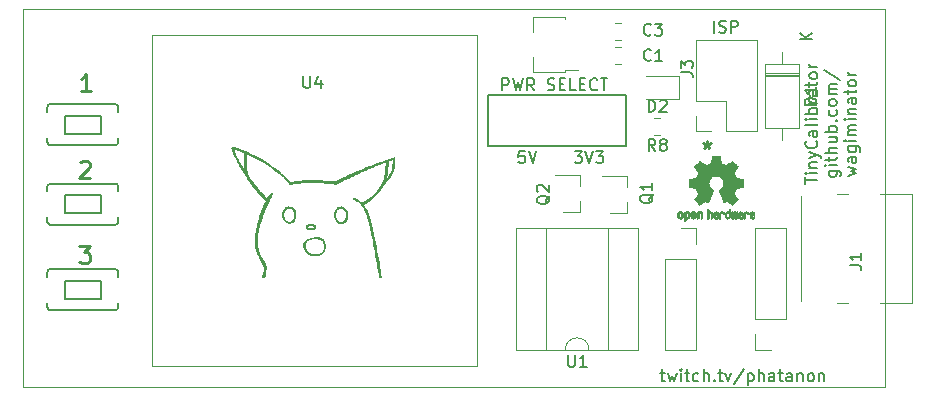
<source format=gbr>
G04 #@! TF.GenerationSoftware,KiCad,Pcbnew,5.1.10*
G04 #@! TF.CreationDate,2021-09-21T16:03:23-04:00*
G04 #@! TF.ProjectId,tinycalibrator,74696e79-6361-46c6-9962-7261746f722e,rev?*
G04 #@! TF.SameCoordinates,Original*
G04 #@! TF.FileFunction,Legend,Top*
G04 #@! TF.FilePolarity,Positive*
%FSLAX46Y46*%
G04 Gerber Fmt 4.6, Leading zero omitted, Abs format (unit mm)*
G04 Created by KiCad (PCBNEW 5.1.10) date 2021-09-21 16:03:23*
%MOMM*%
%LPD*%
G01*
G04 APERTURE LIST*
%ADD10C,0.150000*%
G04 #@! TA.AperFunction,Profile*
%ADD11C,0.050000*%
G04 #@! TD*
%ADD12C,0.120000*%
%ADD13C,0.010000*%
%ADD14C,0.203200*%
%ADD15C,0.250000*%
G04 APERTURE END LIST*
D10*
X150988000Y-109831214D02*
X151368952Y-109831214D01*
X151130857Y-109497880D02*
X151130857Y-110355023D01*
X151178476Y-110450261D01*
X151273714Y-110497880D01*
X151368952Y-110497880D01*
X151607047Y-109831214D02*
X151797523Y-110497880D01*
X151988000Y-110021690D01*
X152178476Y-110497880D01*
X152368952Y-109831214D01*
X152749904Y-110497880D02*
X152749904Y-109831214D01*
X152749904Y-109497880D02*
X152702285Y-109545500D01*
X152749904Y-109593119D01*
X152797523Y-109545500D01*
X152749904Y-109497880D01*
X152749904Y-109593119D01*
X153083238Y-109831214D02*
X153464190Y-109831214D01*
X153226095Y-109497880D02*
X153226095Y-110355023D01*
X153273714Y-110450261D01*
X153368952Y-110497880D01*
X153464190Y-110497880D01*
X154226095Y-110450261D02*
X154130857Y-110497880D01*
X153940380Y-110497880D01*
X153845142Y-110450261D01*
X153797523Y-110402642D01*
X153749904Y-110307404D01*
X153749904Y-110021690D01*
X153797523Y-109926452D01*
X153845142Y-109878833D01*
X153940380Y-109831214D01*
X154130857Y-109831214D01*
X154226095Y-109878833D01*
X154654666Y-110497880D02*
X154654666Y-109497880D01*
X155083238Y-110497880D02*
X155083238Y-109974071D01*
X155035619Y-109878833D01*
X154940380Y-109831214D01*
X154797523Y-109831214D01*
X154702285Y-109878833D01*
X154654666Y-109926452D01*
X155559428Y-110402642D02*
X155607047Y-110450261D01*
X155559428Y-110497880D01*
X155511809Y-110450261D01*
X155559428Y-110402642D01*
X155559428Y-110497880D01*
X155892761Y-109831214D02*
X156273714Y-109831214D01*
X156035619Y-109497880D02*
X156035619Y-110355023D01*
X156083238Y-110450261D01*
X156178476Y-110497880D01*
X156273714Y-110497880D01*
X156511809Y-109831214D02*
X156749904Y-110497880D01*
X156988000Y-109831214D01*
X158083238Y-109450261D02*
X157226095Y-110735976D01*
X158416571Y-109831214D02*
X158416571Y-110831214D01*
X158416571Y-109878833D02*
X158511809Y-109831214D01*
X158702285Y-109831214D01*
X158797523Y-109878833D01*
X158845142Y-109926452D01*
X158892761Y-110021690D01*
X158892761Y-110307404D01*
X158845142Y-110402642D01*
X158797523Y-110450261D01*
X158702285Y-110497880D01*
X158511809Y-110497880D01*
X158416571Y-110450261D01*
X159321333Y-110497880D02*
X159321333Y-109497880D01*
X159749904Y-110497880D02*
X159749904Y-109974071D01*
X159702285Y-109878833D01*
X159607047Y-109831214D01*
X159464190Y-109831214D01*
X159368952Y-109878833D01*
X159321333Y-109926452D01*
X160654666Y-110497880D02*
X160654666Y-109974071D01*
X160607047Y-109878833D01*
X160511809Y-109831214D01*
X160321333Y-109831214D01*
X160226095Y-109878833D01*
X160654666Y-110450261D02*
X160559428Y-110497880D01*
X160321333Y-110497880D01*
X160226095Y-110450261D01*
X160178476Y-110355023D01*
X160178476Y-110259785D01*
X160226095Y-110164547D01*
X160321333Y-110116928D01*
X160559428Y-110116928D01*
X160654666Y-110069309D01*
X160988000Y-109831214D02*
X161368952Y-109831214D01*
X161130857Y-109497880D02*
X161130857Y-110355023D01*
X161178476Y-110450261D01*
X161273714Y-110497880D01*
X161368952Y-110497880D01*
X162130857Y-110497880D02*
X162130857Y-109974071D01*
X162083238Y-109878833D01*
X161988000Y-109831214D01*
X161797523Y-109831214D01*
X161702285Y-109878833D01*
X162130857Y-110450261D02*
X162035619Y-110497880D01*
X161797523Y-110497880D01*
X161702285Y-110450261D01*
X161654666Y-110355023D01*
X161654666Y-110259785D01*
X161702285Y-110164547D01*
X161797523Y-110116928D01*
X162035619Y-110116928D01*
X162130857Y-110069309D01*
X162607047Y-109831214D02*
X162607047Y-110497880D01*
X162607047Y-109926452D02*
X162654666Y-109878833D01*
X162749904Y-109831214D01*
X162892761Y-109831214D01*
X162988000Y-109878833D01*
X163035619Y-109974071D01*
X163035619Y-110497880D01*
X163654666Y-110497880D02*
X163559428Y-110450261D01*
X163511809Y-110402642D01*
X163464190Y-110307404D01*
X163464190Y-110021690D01*
X163511809Y-109926452D01*
X163559428Y-109878833D01*
X163654666Y-109831214D01*
X163797523Y-109831214D01*
X163892761Y-109878833D01*
X163940380Y-109926452D01*
X163988000Y-110021690D01*
X163988000Y-110307404D01*
X163940380Y-110402642D01*
X163892761Y-110450261D01*
X163797523Y-110497880D01*
X163654666Y-110497880D01*
X164416571Y-109831214D02*
X164416571Y-110497880D01*
X164416571Y-109926452D02*
X164464190Y-109878833D01*
X164559428Y-109831214D01*
X164702285Y-109831214D01*
X164797523Y-109878833D01*
X164845142Y-109974071D01*
X164845142Y-110497880D01*
X163283380Y-93780928D02*
X163283380Y-93209500D01*
X164283380Y-93495214D02*
X163283380Y-93495214D01*
X164283380Y-92876166D02*
X163616714Y-92876166D01*
X163283380Y-92876166D02*
X163331000Y-92923785D01*
X163378619Y-92876166D01*
X163331000Y-92828547D01*
X163283380Y-92876166D01*
X163378619Y-92876166D01*
X163616714Y-92399976D02*
X164283380Y-92399976D01*
X163711952Y-92399976D02*
X163664333Y-92352357D01*
X163616714Y-92257119D01*
X163616714Y-92114261D01*
X163664333Y-92019023D01*
X163759571Y-91971404D01*
X164283380Y-91971404D01*
X163616714Y-91590452D02*
X164283380Y-91352357D01*
X163616714Y-91114261D02*
X164283380Y-91352357D01*
X164521476Y-91447595D01*
X164569095Y-91495214D01*
X164616714Y-91590452D01*
X164188142Y-90161880D02*
X164235761Y-90209500D01*
X164283380Y-90352357D01*
X164283380Y-90447595D01*
X164235761Y-90590452D01*
X164140523Y-90685690D01*
X164045285Y-90733309D01*
X163854809Y-90780928D01*
X163711952Y-90780928D01*
X163521476Y-90733309D01*
X163426238Y-90685690D01*
X163331000Y-90590452D01*
X163283380Y-90447595D01*
X163283380Y-90352357D01*
X163331000Y-90209500D01*
X163378619Y-90161880D01*
X164283380Y-89304738D02*
X163759571Y-89304738D01*
X163664333Y-89352357D01*
X163616714Y-89447595D01*
X163616714Y-89638071D01*
X163664333Y-89733309D01*
X164235761Y-89304738D02*
X164283380Y-89399976D01*
X164283380Y-89638071D01*
X164235761Y-89733309D01*
X164140523Y-89780928D01*
X164045285Y-89780928D01*
X163950047Y-89733309D01*
X163902428Y-89638071D01*
X163902428Y-89399976D01*
X163854809Y-89304738D01*
X164283380Y-88685690D02*
X164235761Y-88780928D01*
X164140523Y-88828547D01*
X163283380Y-88828547D01*
X164283380Y-88304738D02*
X163616714Y-88304738D01*
X163283380Y-88304738D02*
X163331000Y-88352357D01*
X163378619Y-88304738D01*
X163331000Y-88257119D01*
X163283380Y-88304738D01*
X163378619Y-88304738D01*
X164283380Y-87828547D02*
X163283380Y-87828547D01*
X163664333Y-87828547D02*
X163616714Y-87733309D01*
X163616714Y-87542833D01*
X163664333Y-87447595D01*
X163711952Y-87399976D01*
X163807190Y-87352357D01*
X164092904Y-87352357D01*
X164188142Y-87399976D01*
X164235761Y-87447595D01*
X164283380Y-87542833D01*
X164283380Y-87733309D01*
X164235761Y-87828547D01*
X164283380Y-86923785D02*
X163616714Y-86923785D01*
X163807190Y-86923785D02*
X163711952Y-86876166D01*
X163664333Y-86828547D01*
X163616714Y-86733309D01*
X163616714Y-86638071D01*
X164283380Y-85876166D02*
X163759571Y-85876166D01*
X163664333Y-85923785D01*
X163616714Y-86019023D01*
X163616714Y-86209500D01*
X163664333Y-86304738D01*
X164235761Y-85876166D02*
X164283380Y-85971404D01*
X164283380Y-86209500D01*
X164235761Y-86304738D01*
X164140523Y-86352357D01*
X164045285Y-86352357D01*
X163950047Y-86304738D01*
X163902428Y-86209500D01*
X163902428Y-85971404D01*
X163854809Y-85876166D01*
X163616714Y-85542833D02*
X163616714Y-85161880D01*
X163283380Y-85399976D02*
X164140523Y-85399976D01*
X164235761Y-85352357D01*
X164283380Y-85257119D01*
X164283380Y-85161880D01*
X164283380Y-84685690D02*
X164235761Y-84780928D01*
X164188142Y-84828547D01*
X164092904Y-84876166D01*
X163807190Y-84876166D01*
X163711952Y-84828547D01*
X163664333Y-84780928D01*
X163616714Y-84685690D01*
X163616714Y-84542833D01*
X163664333Y-84447595D01*
X163711952Y-84399976D01*
X163807190Y-84352357D01*
X164092904Y-84352357D01*
X164188142Y-84399976D01*
X164235761Y-84447595D01*
X164283380Y-84542833D01*
X164283380Y-84685690D01*
X164283380Y-83923785D02*
X163616714Y-83923785D01*
X163807190Y-83923785D02*
X163711952Y-83876166D01*
X163664333Y-83828547D01*
X163616714Y-83733309D01*
X163616714Y-83638071D01*
X165266714Y-92685690D02*
X166076238Y-92685690D01*
X166171476Y-92733309D01*
X166219095Y-92780928D01*
X166266714Y-92876166D01*
X166266714Y-93019023D01*
X166219095Y-93114261D01*
X165885761Y-92685690D02*
X165933380Y-92780928D01*
X165933380Y-92971404D01*
X165885761Y-93066642D01*
X165838142Y-93114261D01*
X165742904Y-93161880D01*
X165457190Y-93161880D01*
X165361952Y-93114261D01*
X165314333Y-93066642D01*
X165266714Y-92971404D01*
X165266714Y-92780928D01*
X165314333Y-92685690D01*
X165933380Y-92209500D02*
X165266714Y-92209500D01*
X164933380Y-92209500D02*
X164981000Y-92257119D01*
X165028619Y-92209500D01*
X164981000Y-92161880D01*
X164933380Y-92209500D01*
X165028619Y-92209500D01*
X165266714Y-91876166D02*
X165266714Y-91495214D01*
X164933380Y-91733309D02*
X165790523Y-91733309D01*
X165885761Y-91685690D01*
X165933380Y-91590452D01*
X165933380Y-91495214D01*
X165933380Y-91161880D02*
X164933380Y-91161880D01*
X165933380Y-90733309D02*
X165409571Y-90733309D01*
X165314333Y-90780928D01*
X165266714Y-90876166D01*
X165266714Y-91019023D01*
X165314333Y-91114261D01*
X165361952Y-91161880D01*
X165266714Y-89828547D02*
X165933380Y-89828547D01*
X165266714Y-90257119D02*
X165790523Y-90257119D01*
X165885761Y-90209500D01*
X165933380Y-90114261D01*
X165933380Y-89971404D01*
X165885761Y-89876166D01*
X165838142Y-89828547D01*
X165933380Y-89352357D02*
X164933380Y-89352357D01*
X165314333Y-89352357D02*
X165266714Y-89257119D01*
X165266714Y-89066642D01*
X165314333Y-88971404D01*
X165361952Y-88923785D01*
X165457190Y-88876166D01*
X165742904Y-88876166D01*
X165838142Y-88923785D01*
X165885761Y-88971404D01*
X165933380Y-89066642D01*
X165933380Y-89257119D01*
X165885761Y-89352357D01*
X165838142Y-88447595D02*
X165885761Y-88399976D01*
X165933380Y-88447595D01*
X165885761Y-88495214D01*
X165838142Y-88447595D01*
X165933380Y-88447595D01*
X165885761Y-87542833D02*
X165933380Y-87638071D01*
X165933380Y-87828547D01*
X165885761Y-87923785D01*
X165838142Y-87971404D01*
X165742904Y-88019023D01*
X165457190Y-88019023D01*
X165361952Y-87971404D01*
X165314333Y-87923785D01*
X165266714Y-87828547D01*
X165266714Y-87638071D01*
X165314333Y-87542833D01*
X165933380Y-86971404D02*
X165885761Y-87066642D01*
X165838142Y-87114261D01*
X165742904Y-87161880D01*
X165457190Y-87161880D01*
X165361952Y-87114261D01*
X165314333Y-87066642D01*
X165266714Y-86971404D01*
X165266714Y-86828547D01*
X165314333Y-86733309D01*
X165361952Y-86685690D01*
X165457190Y-86638071D01*
X165742904Y-86638071D01*
X165838142Y-86685690D01*
X165885761Y-86733309D01*
X165933380Y-86828547D01*
X165933380Y-86971404D01*
X165933380Y-86209500D02*
X165266714Y-86209500D01*
X165361952Y-86209500D02*
X165314333Y-86161880D01*
X165266714Y-86066642D01*
X165266714Y-85923785D01*
X165314333Y-85828547D01*
X165409571Y-85780928D01*
X165933380Y-85780928D01*
X165409571Y-85780928D02*
X165314333Y-85733309D01*
X165266714Y-85638071D01*
X165266714Y-85495214D01*
X165314333Y-85399976D01*
X165409571Y-85352357D01*
X165933380Y-85352357D01*
X164885761Y-84161880D02*
X166171476Y-85019023D01*
X166916714Y-93090452D02*
X167583380Y-92899976D01*
X167107190Y-92709500D01*
X167583380Y-92519023D01*
X166916714Y-92328547D01*
X167583380Y-91519023D02*
X167059571Y-91519023D01*
X166964333Y-91566642D01*
X166916714Y-91661880D01*
X166916714Y-91852357D01*
X166964333Y-91947595D01*
X167535761Y-91519023D02*
X167583380Y-91614261D01*
X167583380Y-91852357D01*
X167535761Y-91947595D01*
X167440523Y-91995214D01*
X167345285Y-91995214D01*
X167250047Y-91947595D01*
X167202428Y-91852357D01*
X167202428Y-91614261D01*
X167154809Y-91519023D01*
X166916714Y-90614261D02*
X167726238Y-90614261D01*
X167821476Y-90661880D01*
X167869095Y-90709500D01*
X167916714Y-90804738D01*
X167916714Y-90947595D01*
X167869095Y-91042833D01*
X167535761Y-90614261D02*
X167583380Y-90709500D01*
X167583380Y-90899976D01*
X167535761Y-90995214D01*
X167488142Y-91042833D01*
X167392904Y-91090452D01*
X167107190Y-91090452D01*
X167011952Y-91042833D01*
X166964333Y-90995214D01*
X166916714Y-90899976D01*
X166916714Y-90709500D01*
X166964333Y-90614261D01*
X167583380Y-90138071D02*
X166916714Y-90138071D01*
X166583380Y-90138071D02*
X166631000Y-90185690D01*
X166678619Y-90138071D01*
X166631000Y-90090452D01*
X166583380Y-90138071D01*
X166678619Y-90138071D01*
X167583380Y-89661880D02*
X166916714Y-89661880D01*
X167011952Y-89661880D02*
X166964333Y-89614261D01*
X166916714Y-89519023D01*
X166916714Y-89376166D01*
X166964333Y-89280928D01*
X167059571Y-89233309D01*
X167583380Y-89233309D01*
X167059571Y-89233309D02*
X166964333Y-89185690D01*
X166916714Y-89090452D01*
X166916714Y-88947595D01*
X166964333Y-88852357D01*
X167059571Y-88804738D01*
X167583380Y-88804738D01*
X167583380Y-88328547D02*
X166916714Y-88328547D01*
X166583380Y-88328547D02*
X166631000Y-88376166D01*
X166678619Y-88328547D01*
X166631000Y-88280928D01*
X166583380Y-88328547D01*
X166678619Y-88328547D01*
X166916714Y-87852357D02*
X167583380Y-87852357D01*
X167011952Y-87852357D02*
X166964333Y-87804738D01*
X166916714Y-87709500D01*
X166916714Y-87566642D01*
X166964333Y-87471404D01*
X167059571Y-87423785D01*
X167583380Y-87423785D01*
X167583380Y-86519023D02*
X167059571Y-86519023D01*
X166964333Y-86566642D01*
X166916714Y-86661880D01*
X166916714Y-86852357D01*
X166964333Y-86947595D01*
X167535761Y-86519023D02*
X167583380Y-86614261D01*
X167583380Y-86852357D01*
X167535761Y-86947595D01*
X167440523Y-86995214D01*
X167345285Y-86995214D01*
X167250047Y-86947595D01*
X167202428Y-86852357D01*
X167202428Y-86614261D01*
X167154809Y-86519023D01*
X166916714Y-86185690D02*
X166916714Y-85804738D01*
X166583380Y-86042833D02*
X167440523Y-86042833D01*
X167535761Y-85995214D01*
X167583380Y-85899976D01*
X167583380Y-85804738D01*
X167583380Y-85328547D02*
X167535761Y-85423785D01*
X167488142Y-85471404D01*
X167392904Y-85519023D01*
X167107190Y-85519023D01*
X167011952Y-85471404D01*
X166964333Y-85423785D01*
X166916714Y-85328547D01*
X166916714Y-85185690D01*
X166964333Y-85090452D01*
X167011952Y-85042833D01*
X167107190Y-84995214D01*
X167392904Y-84995214D01*
X167488142Y-85042833D01*
X167535761Y-85090452D01*
X167583380Y-85185690D01*
X167583380Y-85328547D01*
X167583380Y-84566642D02*
X166916714Y-84566642D01*
X167107190Y-84566642D02*
X167011952Y-84519023D01*
X166964333Y-84471404D01*
X166916714Y-84376166D01*
X166916714Y-84280928D01*
X155551309Y-80970380D02*
X155551309Y-79970380D01*
X155979880Y-80922761D02*
X156122738Y-80970380D01*
X156360833Y-80970380D01*
X156456071Y-80922761D01*
X156503690Y-80875142D01*
X156551309Y-80779904D01*
X156551309Y-80684666D01*
X156503690Y-80589428D01*
X156456071Y-80541809D01*
X156360833Y-80494190D01*
X156170357Y-80446571D01*
X156075119Y-80398952D01*
X156027500Y-80351333D01*
X155979880Y-80256095D01*
X155979880Y-80160857D01*
X156027500Y-80065619D01*
X156075119Y-80018000D01*
X156170357Y-79970380D01*
X156408452Y-79970380D01*
X156551309Y-80018000D01*
X156979880Y-80970380D02*
X156979880Y-79970380D01*
X157360833Y-79970380D01*
X157456071Y-80018000D01*
X157503690Y-80065619D01*
X157551309Y-80160857D01*
X157551309Y-80303714D01*
X157503690Y-80398952D01*
X157456071Y-80446571D01*
X157360833Y-80494190D01*
X156979880Y-80494190D01*
D11*
X97000000Y-111000000D02*
X170000000Y-111000000D01*
X97000000Y-79000000D02*
X97000000Y-111000000D01*
X170000000Y-79000000D02*
X97000000Y-79000000D01*
X170000000Y-111000000D02*
X170000000Y-79000000D01*
D12*
G04 #@! TO.C,Q1*
X148207000Y-96258500D02*
X148207000Y-95328500D01*
X148207000Y-93098500D02*
X148207000Y-94028500D01*
X148207000Y-93098500D02*
X146047000Y-93098500D01*
X148207000Y-96258500D02*
X146747000Y-96258500D01*
G04 #@! TO.C,U1*
X138814500Y-107879500D02*
X149094500Y-107879500D01*
X138814500Y-97479500D02*
X138814500Y-107879500D01*
X149094500Y-97479500D02*
X138814500Y-97479500D01*
X149094500Y-107879500D02*
X149094500Y-97479500D01*
X141304500Y-107819500D02*
X142954500Y-107819500D01*
X141304500Y-97539500D02*
X141304500Y-107819500D01*
X146604500Y-97539500D02*
X141304500Y-97539500D01*
X146604500Y-107819500D02*
X146604500Y-97539500D01*
X144954500Y-107819500D02*
X146604500Y-107819500D01*
X142954500Y-107819500D02*
G75*
G02*
X144954500Y-107819500I1000000J0D01*
G01*
G04 #@! TO.C,J4*
X152717500Y-97559500D02*
X154047500Y-97559500D01*
X154047500Y-97559500D02*
X154047500Y-98889500D01*
X154047500Y-100159500D02*
X154047500Y-107839500D01*
X151387500Y-107839500D02*
X154047500Y-107839500D01*
X151387500Y-100159500D02*
X151387500Y-107839500D01*
X151387500Y-100159500D02*
X154047500Y-100159500D01*
G04 #@! TO.C,J2*
X160337500Y-107819500D02*
X159007500Y-107819500D01*
X159007500Y-107819500D02*
X159007500Y-106489500D01*
X159007500Y-105219500D02*
X159007500Y-97539500D01*
X161667500Y-97539500D02*
X159007500Y-97539500D01*
X161667500Y-105219500D02*
X161667500Y-97539500D01*
X161667500Y-105219500D02*
X159007500Y-105219500D01*
G04 #@! TO.C,D1*
X162760000Y-84420000D02*
X159820000Y-84420000D01*
X162760000Y-84660000D02*
X159820000Y-84660000D01*
X162760000Y-84540000D02*
X159820000Y-84540000D01*
X161290000Y-90100000D02*
X161290000Y-89080000D01*
X161290000Y-82620000D02*
X161290000Y-83640000D01*
X162760000Y-89080000D02*
X162760000Y-83640000D01*
X159820000Y-89080000D02*
X162760000Y-89080000D01*
X159820000Y-83640000D02*
X159820000Y-89080000D01*
X162760000Y-83640000D02*
X159820000Y-83640000D01*
D13*
G04 #@! TO.C,REF\u002A\u002A*
G36*
X153301744Y-96090418D02*
G01*
X153357201Y-96118068D01*
X153406148Y-96168980D01*
X153419629Y-96187838D01*
X153434314Y-96212515D01*
X153443842Y-96239316D01*
X153449293Y-96275087D01*
X153451747Y-96326669D01*
X153452286Y-96394767D01*
X153449852Y-96488088D01*
X153441394Y-96558157D01*
X153425174Y-96610431D01*
X153399454Y-96650369D01*
X153362497Y-96683429D01*
X153359782Y-96685386D01*
X153323360Y-96705408D01*
X153279502Y-96715315D01*
X153223724Y-96717757D01*
X153133048Y-96717757D01*
X153133010Y-96805783D01*
X153132166Y-96854808D01*
X153127024Y-96883565D01*
X153113587Y-96900811D01*
X153087858Y-96915308D01*
X153081679Y-96918269D01*
X153052764Y-96932148D01*
X153030376Y-96940914D01*
X153013729Y-96941671D01*
X153002036Y-96931523D01*
X152994510Y-96907573D01*
X152990366Y-96866926D01*
X152988815Y-96806686D01*
X152989071Y-96723955D01*
X152990349Y-96615839D01*
X152990748Y-96583500D01*
X152992185Y-96472024D01*
X152993472Y-96399103D01*
X153132971Y-96399103D01*
X153133755Y-96460999D01*
X153137240Y-96501497D01*
X153145124Y-96528208D01*
X153159105Y-96548744D01*
X153168597Y-96558760D01*
X153207404Y-96588067D01*
X153241763Y-96590452D01*
X153277216Y-96566250D01*
X153278114Y-96565357D01*
X153292539Y-96546653D01*
X153301313Y-96521232D01*
X153305739Y-96482084D01*
X153307118Y-96422197D01*
X153307143Y-96408930D01*
X153303812Y-96326401D01*
X153292969Y-96269191D01*
X153273340Y-96234266D01*
X153243650Y-96218594D01*
X153226491Y-96217014D01*
X153185766Y-96224426D01*
X153157832Y-96248830D01*
X153141017Y-96293480D01*
X153133650Y-96361630D01*
X153132971Y-96399103D01*
X152993472Y-96399103D01*
X152993708Y-96385745D01*
X152995677Y-96320833D01*
X152998450Y-96273458D01*
X153002388Y-96239790D01*
X153007849Y-96215998D01*
X153015192Y-96198253D01*
X153024777Y-96182724D01*
X153028887Y-96176881D01*
X153083405Y-96121685D01*
X153152336Y-96090390D01*
X153232072Y-96081665D01*
X153301744Y-96090418D01*
G37*
X153301744Y-96090418D02*
X153357201Y-96118068D01*
X153406148Y-96168980D01*
X153419629Y-96187838D01*
X153434314Y-96212515D01*
X153443842Y-96239316D01*
X153449293Y-96275087D01*
X153451747Y-96326669D01*
X153452286Y-96394767D01*
X153449852Y-96488088D01*
X153441394Y-96558157D01*
X153425174Y-96610431D01*
X153399454Y-96650369D01*
X153362497Y-96683429D01*
X153359782Y-96685386D01*
X153323360Y-96705408D01*
X153279502Y-96715315D01*
X153223724Y-96717757D01*
X153133048Y-96717757D01*
X153133010Y-96805783D01*
X153132166Y-96854808D01*
X153127024Y-96883565D01*
X153113587Y-96900811D01*
X153087858Y-96915308D01*
X153081679Y-96918269D01*
X153052764Y-96932148D01*
X153030376Y-96940914D01*
X153013729Y-96941671D01*
X153002036Y-96931523D01*
X152994510Y-96907573D01*
X152990366Y-96866926D01*
X152988815Y-96806686D01*
X152989071Y-96723955D01*
X152990349Y-96615839D01*
X152990748Y-96583500D01*
X152992185Y-96472024D01*
X152993472Y-96399103D01*
X153132971Y-96399103D01*
X153133755Y-96460999D01*
X153137240Y-96501497D01*
X153145124Y-96528208D01*
X153159105Y-96548744D01*
X153168597Y-96558760D01*
X153207404Y-96588067D01*
X153241763Y-96590452D01*
X153277216Y-96566250D01*
X153278114Y-96565357D01*
X153292539Y-96546653D01*
X153301313Y-96521232D01*
X153305739Y-96482084D01*
X153307118Y-96422197D01*
X153307143Y-96408930D01*
X153303812Y-96326401D01*
X153292969Y-96269191D01*
X153273340Y-96234266D01*
X153243650Y-96218594D01*
X153226491Y-96217014D01*
X153185766Y-96224426D01*
X153157832Y-96248830D01*
X153141017Y-96293480D01*
X153133650Y-96361630D01*
X153132971Y-96399103D01*
X152993472Y-96399103D01*
X152993708Y-96385745D01*
X152995677Y-96320833D01*
X152998450Y-96273458D01*
X153002388Y-96239790D01*
X153007849Y-96215998D01*
X153015192Y-96198253D01*
X153024777Y-96182724D01*
X153028887Y-96176881D01*
X153083405Y-96121685D01*
X153152336Y-96090390D01*
X153232072Y-96081665D01*
X153301744Y-96090418D01*
G36*
X154418093Y-96098280D02*
G01*
X154464672Y-96125223D01*
X154497057Y-96151966D01*
X154520742Y-96179984D01*
X154537059Y-96214248D01*
X154547339Y-96259727D01*
X154552914Y-96321392D01*
X154555116Y-96404211D01*
X154555371Y-96463746D01*
X154555371Y-96682891D01*
X154493686Y-96710544D01*
X154432000Y-96738197D01*
X154424743Y-96498170D01*
X154421744Y-96408528D01*
X154418598Y-96343462D01*
X154414701Y-96298526D01*
X154409447Y-96269270D01*
X154402231Y-96251248D01*
X154392450Y-96240011D01*
X154389312Y-96237579D01*
X154341761Y-96218583D01*
X154293697Y-96226100D01*
X154265086Y-96246043D01*
X154253447Y-96260175D01*
X154245391Y-96278720D01*
X154240271Y-96306834D01*
X154237441Y-96349673D01*
X154236256Y-96412395D01*
X154236057Y-96477761D01*
X154236018Y-96559768D01*
X154234614Y-96617816D01*
X154229914Y-96656965D01*
X154219987Y-96682280D01*
X154202903Y-96698823D01*
X154176732Y-96711656D01*
X154141775Y-96724991D01*
X154103596Y-96739507D01*
X154108141Y-96481889D01*
X154109971Y-96389019D01*
X154112112Y-96320389D01*
X154115181Y-96271211D01*
X154119794Y-96236698D01*
X154126568Y-96212062D01*
X154136119Y-96192516D01*
X154147634Y-96175270D01*
X154203190Y-96120180D01*
X154270980Y-96088322D01*
X154344713Y-96080691D01*
X154418093Y-96098280D01*
G37*
X154418093Y-96098280D02*
X154464672Y-96125223D01*
X154497057Y-96151966D01*
X154520742Y-96179984D01*
X154537059Y-96214248D01*
X154547339Y-96259727D01*
X154552914Y-96321392D01*
X154555116Y-96404211D01*
X154555371Y-96463746D01*
X154555371Y-96682891D01*
X154493686Y-96710544D01*
X154432000Y-96738197D01*
X154424743Y-96498170D01*
X154421744Y-96408528D01*
X154418598Y-96343462D01*
X154414701Y-96298526D01*
X154409447Y-96269270D01*
X154402231Y-96251248D01*
X154392450Y-96240011D01*
X154389312Y-96237579D01*
X154341761Y-96218583D01*
X154293697Y-96226100D01*
X154265086Y-96246043D01*
X154253447Y-96260175D01*
X154245391Y-96278720D01*
X154240271Y-96306834D01*
X154237441Y-96349673D01*
X154236256Y-96412395D01*
X154236057Y-96477761D01*
X154236018Y-96559768D01*
X154234614Y-96617816D01*
X154229914Y-96656965D01*
X154219987Y-96682280D01*
X154202903Y-96698823D01*
X154176732Y-96711656D01*
X154141775Y-96724991D01*
X154103596Y-96739507D01*
X154108141Y-96481889D01*
X154109971Y-96389019D01*
X154112112Y-96320389D01*
X154115181Y-96271211D01*
X154119794Y-96236698D01*
X154126568Y-96212062D01*
X154136119Y-96192516D01*
X154147634Y-96175270D01*
X154203190Y-96120180D01*
X154270980Y-96088322D01*
X154344713Y-96080691D01*
X154418093Y-96098280D01*
G36*
X152743115Y-96092462D02*
G01*
X152811145Y-96128233D01*
X152861351Y-96185801D01*
X152879185Y-96222812D01*
X152893063Y-96278382D01*
X152900167Y-96348596D01*
X152900840Y-96425227D01*
X152895427Y-96500052D01*
X152884270Y-96564842D01*
X152867714Y-96611373D01*
X152862626Y-96619387D01*
X152802355Y-96679207D01*
X152730769Y-96715035D01*
X152653092Y-96725520D01*
X152574548Y-96709310D01*
X152552689Y-96699592D01*
X152510122Y-96669643D01*
X152472763Y-96629933D01*
X152469232Y-96624897D01*
X152454881Y-96600624D01*
X152445394Y-96574678D01*
X152439790Y-96540522D01*
X152437086Y-96491619D01*
X152436299Y-96421435D01*
X152436286Y-96405700D01*
X152436322Y-96400692D01*
X152581429Y-96400692D01*
X152582273Y-96466930D01*
X152585596Y-96510886D01*
X152592583Y-96539279D01*
X152604416Y-96558825D01*
X152610457Y-96565357D01*
X152645186Y-96590180D01*
X152678903Y-96589048D01*
X152712995Y-96567516D01*
X152733329Y-96544529D01*
X152745371Y-96510978D01*
X152752134Y-96458069D01*
X152752598Y-96451899D01*
X152753752Y-96356013D01*
X152741688Y-96284799D01*
X152716570Y-96238694D01*
X152678560Y-96218135D01*
X152664992Y-96217014D01*
X152629364Y-96222652D01*
X152604994Y-96242186D01*
X152590093Y-96279542D01*
X152582875Y-96338650D01*
X152581429Y-96400692D01*
X152436322Y-96400692D01*
X152436826Y-96330913D01*
X152439096Y-96278659D01*
X152444068Y-96242449D01*
X152452713Y-96215799D01*
X152466005Y-96192222D01*
X152468943Y-96187838D01*
X152518313Y-96128749D01*
X152572109Y-96094447D01*
X152637602Y-96080831D01*
X152659842Y-96080165D01*
X152743115Y-96092462D01*
G37*
X152743115Y-96092462D02*
X152811145Y-96128233D01*
X152861351Y-96185801D01*
X152879185Y-96222812D01*
X152893063Y-96278382D01*
X152900167Y-96348596D01*
X152900840Y-96425227D01*
X152895427Y-96500052D01*
X152884270Y-96564842D01*
X152867714Y-96611373D01*
X152862626Y-96619387D01*
X152802355Y-96679207D01*
X152730769Y-96715035D01*
X152653092Y-96725520D01*
X152574548Y-96709310D01*
X152552689Y-96699592D01*
X152510122Y-96669643D01*
X152472763Y-96629933D01*
X152469232Y-96624897D01*
X152454881Y-96600624D01*
X152445394Y-96574678D01*
X152439790Y-96540522D01*
X152437086Y-96491619D01*
X152436299Y-96421435D01*
X152436286Y-96405700D01*
X152436322Y-96400692D01*
X152581429Y-96400692D01*
X152582273Y-96466930D01*
X152585596Y-96510886D01*
X152592583Y-96539279D01*
X152604416Y-96558825D01*
X152610457Y-96565357D01*
X152645186Y-96590180D01*
X152678903Y-96589048D01*
X152712995Y-96567516D01*
X152733329Y-96544529D01*
X152745371Y-96510978D01*
X152752134Y-96458069D01*
X152752598Y-96451899D01*
X152753752Y-96356013D01*
X152741688Y-96284799D01*
X152716570Y-96238694D01*
X152678560Y-96218135D01*
X152664992Y-96217014D01*
X152629364Y-96222652D01*
X152604994Y-96242186D01*
X152590093Y-96279542D01*
X152582875Y-96338650D01*
X152581429Y-96400692D01*
X152436322Y-96400692D01*
X152436826Y-96330913D01*
X152439096Y-96278659D01*
X152444068Y-96242449D01*
X152452713Y-96215799D01*
X152466005Y-96192222D01*
X152468943Y-96187838D01*
X152518313Y-96128749D01*
X152572109Y-96094447D01*
X152637602Y-96080831D01*
X152659842Y-96080165D01*
X152743115Y-96092462D01*
G36*
X153870303Y-96101739D02*
G01*
X153927527Y-96140235D01*
X153971749Y-96195835D01*
X153998167Y-96266586D01*
X154003510Y-96318662D01*
X154002903Y-96340393D01*
X153997822Y-96357031D01*
X153983855Y-96371937D01*
X153956589Y-96388473D01*
X153911612Y-96409998D01*
X153844511Y-96439874D01*
X153844171Y-96440024D01*
X153782407Y-96468313D01*
X153731759Y-96493433D01*
X153697404Y-96512679D01*
X153684518Y-96523348D01*
X153684514Y-96523434D01*
X153695872Y-96546666D01*
X153722431Y-96572274D01*
X153752923Y-96590721D01*
X153768370Y-96594386D01*
X153810515Y-96581712D01*
X153846808Y-96549971D01*
X153864517Y-96515072D01*
X153881552Y-96489345D01*
X153914922Y-96460046D01*
X153954149Y-96434735D01*
X153988756Y-96420971D01*
X153995993Y-96420214D01*
X154004139Y-96432660D01*
X154004630Y-96464472D01*
X153998643Y-96507366D01*
X153987357Y-96553058D01*
X153971950Y-96593261D01*
X153971171Y-96594822D01*
X153924804Y-96659562D01*
X153864711Y-96703597D01*
X153796465Y-96725211D01*
X153725638Y-96722685D01*
X153657804Y-96694304D01*
X153654788Y-96692308D01*
X153601427Y-96643948D01*
X153566340Y-96580852D01*
X153546922Y-96497887D01*
X153544316Y-96474578D01*
X153539701Y-96364555D01*
X153545233Y-96313248D01*
X153684514Y-96313248D01*
X153686324Y-96345253D01*
X153696222Y-96354593D01*
X153720898Y-96347605D01*
X153759795Y-96331087D01*
X153803275Y-96310381D01*
X153804356Y-96309833D01*
X153841209Y-96290449D01*
X153856000Y-96277513D01*
X153852353Y-96263951D01*
X153836995Y-96246132D01*
X153797923Y-96220345D01*
X153755846Y-96218450D01*
X153718103Y-96237217D01*
X153692034Y-96273415D01*
X153684514Y-96313248D01*
X153545233Y-96313248D01*
X153549194Y-96276527D01*
X153573550Y-96206712D01*
X153607456Y-96157802D01*
X153668653Y-96108378D01*
X153736063Y-96083859D01*
X153804880Y-96082297D01*
X153870303Y-96101739D01*
G37*
X153870303Y-96101739D02*
X153927527Y-96140235D01*
X153971749Y-96195835D01*
X153998167Y-96266586D01*
X154003510Y-96318662D01*
X154002903Y-96340393D01*
X153997822Y-96357031D01*
X153983855Y-96371937D01*
X153956589Y-96388473D01*
X153911612Y-96409998D01*
X153844511Y-96439874D01*
X153844171Y-96440024D01*
X153782407Y-96468313D01*
X153731759Y-96493433D01*
X153697404Y-96512679D01*
X153684518Y-96523348D01*
X153684514Y-96523434D01*
X153695872Y-96546666D01*
X153722431Y-96572274D01*
X153752923Y-96590721D01*
X153768370Y-96594386D01*
X153810515Y-96581712D01*
X153846808Y-96549971D01*
X153864517Y-96515072D01*
X153881552Y-96489345D01*
X153914922Y-96460046D01*
X153954149Y-96434735D01*
X153988756Y-96420971D01*
X153995993Y-96420214D01*
X154004139Y-96432660D01*
X154004630Y-96464472D01*
X153998643Y-96507366D01*
X153987357Y-96553058D01*
X153971950Y-96593261D01*
X153971171Y-96594822D01*
X153924804Y-96659562D01*
X153864711Y-96703597D01*
X153796465Y-96725211D01*
X153725638Y-96722685D01*
X153657804Y-96694304D01*
X153654788Y-96692308D01*
X153601427Y-96643948D01*
X153566340Y-96580852D01*
X153546922Y-96497887D01*
X153544316Y-96474578D01*
X153539701Y-96364555D01*
X153545233Y-96313248D01*
X153684514Y-96313248D01*
X153686324Y-96345253D01*
X153696222Y-96354593D01*
X153720898Y-96347605D01*
X153759795Y-96331087D01*
X153803275Y-96310381D01*
X153804356Y-96309833D01*
X153841209Y-96290449D01*
X153856000Y-96277513D01*
X153852353Y-96263951D01*
X153836995Y-96246132D01*
X153797923Y-96220345D01*
X153755846Y-96218450D01*
X153718103Y-96237217D01*
X153692034Y-96273415D01*
X153684514Y-96313248D01*
X153545233Y-96313248D01*
X153549194Y-96276527D01*
X153573550Y-96206712D01*
X153607456Y-96157802D01*
X153668653Y-96108378D01*
X153736063Y-96083859D01*
X153804880Y-96082297D01*
X153870303Y-96101739D01*
G36*
X155077886Y-96021789D02*
G01*
X155082139Y-96081113D01*
X155087025Y-96116072D01*
X155093795Y-96131320D01*
X155103702Y-96131515D01*
X155106914Y-96129695D01*
X155149644Y-96116515D01*
X155205227Y-96117285D01*
X155261737Y-96130833D01*
X155297082Y-96148361D01*
X155333321Y-96176361D01*
X155359813Y-96208049D01*
X155377999Y-96248313D01*
X155389322Y-96302043D01*
X155395222Y-96374126D01*
X155397143Y-96469451D01*
X155397177Y-96487737D01*
X155397200Y-96693146D01*
X155351491Y-96709080D01*
X155319027Y-96719920D01*
X155301215Y-96724968D01*
X155300691Y-96725014D01*
X155298937Y-96711328D01*
X155297444Y-96673576D01*
X155296326Y-96616724D01*
X155295697Y-96545734D01*
X155295600Y-96502573D01*
X155295398Y-96417473D01*
X155294358Y-96356481D01*
X155291831Y-96314677D01*
X155287164Y-96287142D01*
X155279707Y-96268956D01*
X155268811Y-96255198D01*
X155262007Y-96248573D01*
X155215272Y-96221875D01*
X155164272Y-96219875D01*
X155118001Y-96242455D01*
X155109444Y-96250607D01*
X155096893Y-96265936D01*
X155088188Y-96284118D01*
X155082631Y-96310409D01*
X155079526Y-96350062D01*
X155078176Y-96408332D01*
X155077886Y-96488673D01*
X155077886Y-96693146D01*
X155032177Y-96709080D01*
X154999713Y-96719920D01*
X154981901Y-96724968D01*
X154981377Y-96725014D01*
X154980037Y-96711123D01*
X154978828Y-96671939D01*
X154977801Y-96611200D01*
X154977002Y-96532641D01*
X154976481Y-96439998D01*
X154976286Y-96337009D01*
X154976286Y-95939842D01*
X155023457Y-95919944D01*
X155070629Y-95900047D01*
X155077886Y-96021789D01*
G37*
X155077886Y-96021789D02*
X155082139Y-96081113D01*
X155087025Y-96116072D01*
X155093795Y-96131320D01*
X155103702Y-96131515D01*
X155106914Y-96129695D01*
X155149644Y-96116515D01*
X155205227Y-96117285D01*
X155261737Y-96130833D01*
X155297082Y-96148361D01*
X155333321Y-96176361D01*
X155359813Y-96208049D01*
X155377999Y-96248313D01*
X155389322Y-96302043D01*
X155395222Y-96374126D01*
X155397143Y-96469451D01*
X155397177Y-96487737D01*
X155397200Y-96693146D01*
X155351491Y-96709080D01*
X155319027Y-96719920D01*
X155301215Y-96724968D01*
X155300691Y-96725014D01*
X155298937Y-96711328D01*
X155297444Y-96673576D01*
X155296326Y-96616724D01*
X155295697Y-96545734D01*
X155295600Y-96502573D01*
X155295398Y-96417473D01*
X155294358Y-96356481D01*
X155291831Y-96314677D01*
X155287164Y-96287142D01*
X155279707Y-96268956D01*
X155268811Y-96255198D01*
X155262007Y-96248573D01*
X155215272Y-96221875D01*
X155164272Y-96219875D01*
X155118001Y-96242455D01*
X155109444Y-96250607D01*
X155096893Y-96265936D01*
X155088188Y-96284118D01*
X155082631Y-96310409D01*
X155079526Y-96350062D01*
X155078176Y-96408332D01*
X155077886Y-96488673D01*
X155077886Y-96693146D01*
X155032177Y-96709080D01*
X154999713Y-96719920D01*
X154981901Y-96724968D01*
X154981377Y-96725014D01*
X154980037Y-96711123D01*
X154978828Y-96671939D01*
X154977801Y-96611200D01*
X154977002Y-96532641D01*
X154976481Y-96439998D01*
X154976286Y-96337009D01*
X154976286Y-95939842D01*
X155023457Y-95919944D01*
X155070629Y-95900047D01*
X155077886Y-96021789D01*
G36*
X155741744Y-96121468D02*
G01*
X155798616Y-96142587D01*
X155799267Y-96142993D01*
X155834440Y-96168880D01*
X155860407Y-96199133D01*
X155878670Y-96238558D01*
X155890732Y-96291962D01*
X155898096Y-96364151D01*
X155902264Y-96459932D01*
X155902629Y-96473578D01*
X155907876Y-96679342D01*
X155863716Y-96702178D01*
X155831763Y-96717610D01*
X155812470Y-96724923D01*
X155811578Y-96725014D01*
X155808239Y-96711522D01*
X155805587Y-96675126D01*
X155803956Y-96621952D01*
X155803600Y-96578893D01*
X155803592Y-96509141D01*
X155800403Y-96465337D01*
X155789288Y-96444444D01*
X155765501Y-96443425D01*
X155724296Y-96459241D01*
X155662086Y-96488315D01*
X155616341Y-96512463D01*
X155592813Y-96533413D01*
X155585896Y-96556247D01*
X155585886Y-96557377D01*
X155597299Y-96596712D01*
X155631092Y-96617962D01*
X155682809Y-96621039D01*
X155720061Y-96620506D01*
X155739703Y-96631235D01*
X155751952Y-96657005D01*
X155759002Y-96689837D01*
X155748842Y-96708466D01*
X155745017Y-96711132D01*
X155709001Y-96721840D01*
X155658566Y-96723356D01*
X155606626Y-96716259D01*
X155569822Y-96703288D01*
X155518938Y-96660085D01*
X155490014Y-96599946D01*
X155484286Y-96552962D01*
X155488657Y-96510582D01*
X155504475Y-96475988D01*
X155535797Y-96445263D01*
X155586678Y-96414490D01*
X155661176Y-96379752D01*
X155665714Y-96377788D01*
X155732821Y-96346787D01*
X155774232Y-96321362D01*
X155791981Y-96298514D01*
X155788107Y-96275245D01*
X155764643Y-96248556D01*
X155757627Y-96242414D01*
X155710630Y-96218600D01*
X155661933Y-96219603D01*
X155619522Y-96242951D01*
X155591384Y-96286175D01*
X155588769Y-96294660D01*
X155563308Y-96335808D01*
X155531001Y-96355628D01*
X155484286Y-96375270D01*
X155484286Y-96324450D01*
X155498496Y-96250582D01*
X155540675Y-96182827D01*
X155562624Y-96160161D01*
X155612517Y-96131069D01*
X155675967Y-96117900D01*
X155741744Y-96121468D01*
G37*
X155741744Y-96121468D02*
X155798616Y-96142587D01*
X155799267Y-96142993D01*
X155834440Y-96168880D01*
X155860407Y-96199133D01*
X155878670Y-96238558D01*
X155890732Y-96291962D01*
X155898096Y-96364151D01*
X155902264Y-96459932D01*
X155902629Y-96473578D01*
X155907876Y-96679342D01*
X155863716Y-96702178D01*
X155831763Y-96717610D01*
X155812470Y-96724923D01*
X155811578Y-96725014D01*
X155808239Y-96711522D01*
X155805587Y-96675126D01*
X155803956Y-96621952D01*
X155803600Y-96578893D01*
X155803592Y-96509141D01*
X155800403Y-96465337D01*
X155789288Y-96444444D01*
X155765501Y-96443425D01*
X155724296Y-96459241D01*
X155662086Y-96488315D01*
X155616341Y-96512463D01*
X155592813Y-96533413D01*
X155585896Y-96556247D01*
X155585886Y-96557377D01*
X155597299Y-96596712D01*
X155631092Y-96617962D01*
X155682809Y-96621039D01*
X155720061Y-96620506D01*
X155739703Y-96631235D01*
X155751952Y-96657005D01*
X155759002Y-96689837D01*
X155748842Y-96708466D01*
X155745017Y-96711132D01*
X155709001Y-96721840D01*
X155658566Y-96723356D01*
X155606626Y-96716259D01*
X155569822Y-96703288D01*
X155518938Y-96660085D01*
X155490014Y-96599946D01*
X155484286Y-96552962D01*
X155488657Y-96510582D01*
X155504475Y-96475988D01*
X155535797Y-96445263D01*
X155586678Y-96414490D01*
X155661176Y-96379752D01*
X155665714Y-96377788D01*
X155732821Y-96346787D01*
X155774232Y-96321362D01*
X155791981Y-96298514D01*
X155788107Y-96275245D01*
X155764643Y-96248556D01*
X155757627Y-96242414D01*
X155710630Y-96218600D01*
X155661933Y-96219603D01*
X155619522Y-96242951D01*
X155591384Y-96286175D01*
X155588769Y-96294660D01*
X155563308Y-96335808D01*
X155531001Y-96355628D01*
X155484286Y-96375270D01*
X155484286Y-96324450D01*
X155498496Y-96250582D01*
X155540675Y-96182827D01*
X155562624Y-96160161D01*
X155612517Y-96131069D01*
X155675967Y-96117900D01*
X155741744Y-96121468D01*
G36*
X156231926Y-96120255D02*
G01*
X156297858Y-96144584D01*
X156351273Y-96187617D01*
X156372164Y-96217909D01*
X156394939Y-96273494D01*
X156394466Y-96313686D01*
X156370562Y-96340717D01*
X156361717Y-96345313D01*
X156323530Y-96359644D01*
X156304028Y-96355972D01*
X156297422Y-96331907D01*
X156297086Y-96318614D01*
X156284992Y-96269710D01*
X156253471Y-96235499D01*
X156209659Y-96218976D01*
X156160695Y-96223134D01*
X156120894Y-96244727D01*
X156107450Y-96257044D01*
X156097921Y-96271987D01*
X156091485Y-96294575D01*
X156087317Y-96329828D01*
X156084597Y-96382766D01*
X156082502Y-96458407D01*
X156081960Y-96482357D01*
X156079981Y-96564290D01*
X156077731Y-96621955D01*
X156074357Y-96660108D01*
X156069006Y-96683504D01*
X156060824Y-96696898D01*
X156048959Y-96705045D01*
X156041362Y-96708644D01*
X156009102Y-96720952D01*
X155990111Y-96725014D01*
X155983836Y-96711448D01*
X155980006Y-96670434D01*
X155978600Y-96601499D01*
X155979598Y-96504169D01*
X155979908Y-96489157D01*
X155982101Y-96400359D01*
X155984693Y-96335519D01*
X155988382Y-96289567D01*
X155993864Y-96257435D01*
X156001835Y-96234053D01*
X156012993Y-96214352D01*
X156018830Y-96205910D01*
X156052296Y-96168557D01*
X156089727Y-96139503D01*
X156094309Y-96136967D01*
X156161426Y-96116943D01*
X156231926Y-96120255D01*
G37*
X156231926Y-96120255D02*
X156297858Y-96144584D01*
X156351273Y-96187617D01*
X156372164Y-96217909D01*
X156394939Y-96273494D01*
X156394466Y-96313686D01*
X156370562Y-96340717D01*
X156361717Y-96345313D01*
X156323530Y-96359644D01*
X156304028Y-96355972D01*
X156297422Y-96331907D01*
X156297086Y-96318614D01*
X156284992Y-96269710D01*
X156253471Y-96235499D01*
X156209659Y-96218976D01*
X156160695Y-96223134D01*
X156120894Y-96244727D01*
X156107450Y-96257044D01*
X156097921Y-96271987D01*
X156091485Y-96294575D01*
X156087317Y-96329828D01*
X156084597Y-96382766D01*
X156082502Y-96458407D01*
X156081960Y-96482357D01*
X156079981Y-96564290D01*
X156077731Y-96621955D01*
X156074357Y-96660108D01*
X156069006Y-96683504D01*
X156060824Y-96696898D01*
X156048959Y-96705045D01*
X156041362Y-96708644D01*
X156009102Y-96720952D01*
X155990111Y-96725014D01*
X155983836Y-96711448D01*
X155980006Y-96670434D01*
X155978600Y-96601499D01*
X155979598Y-96504169D01*
X155979908Y-96489157D01*
X155982101Y-96400359D01*
X155984693Y-96335519D01*
X155988382Y-96289567D01*
X155993864Y-96257435D01*
X156001835Y-96234053D01*
X156012993Y-96214352D01*
X156018830Y-96205910D01*
X156052296Y-96168557D01*
X156089727Y-96139503D01*
X156094309Y-96136967D01*
X156161426Y-96116943D01*
X156231926Y-96120255D01*
G36*
X156892117Y-96235858D02*
G01*
X156891933Y-96344337D01*
X156891219Y-96427787D01*
X156889675Y-96490204D01*
X156887001Y-96535585D01*
X156882894Y-96567929D01*
X156877055Y-96591233D01*
X156869182Y-96609495D01*
X156863221Y-96619918D01*
X156813855Y-96676445D01*
X156751264Y-96711877D01*
X156682013Y-96724590D01*
X156612668Y-96712963D01*
X156571375Y-96692068D01*
X156528025Y-96655922D01*
X156498481Y-96611776D01*
X156480655Y-96553962D01*
X156472463Y-96476813D01*
X156471302Y-96420214D01*
X156471458Y-96416147D01*
X156572857Y-96416147D01*
X156573476Y-96481050D01*
X156576314Y-96524014D01*
X156582840Y-96552122D01*
X156594523Y-96572453D01*
X156608483Y-96587788D01*
X156655365Y-96617390D01*
X156705701Y-96619919D01*
X156753276Y-96595205D01*
X156756979Y-96591856D01*
X156772783Y-96574435D01*
X156782693Y-96553709D01*
X156788058Y-96522862D01*
X156790228Y-96475077D01*
X156790571Y-96422248D01*
X156789827Y-96355881D01*
X156786748Y-96311606D01*
X156780061Y-96282509D01*
X156768496Y-96261673D01*
X156759013Y-96250607D01*
X156714960Y-96222698D01*
X156664224Y-96219343D01*
X156615796Y-96240659D01*
X156606450Y-96248573D01*
X156590540Y-96266147D01*
X156580610Y-96287087D01*
X156575278Y-96318282D01*
X156573163Y-96366622D01*
X156572857Y-96416147D01*
X156471458Y-96416147D01*
X156474810Y-96329068D01*
X156486726Y-96260586D01*
X156509135Y-96209100D01*
X156544124Y-96168943D01*
X156571375Y-96148361D01*
X156620907Y-96126125D01*
X156678316Y-96115804D01*
X156731682Y-96118567D01*
X156761543Y-96129712D01*
X156773261Y-96132883D01*
X156781037Y-96121057D01*
X156786465Y-96089366D01*
X156790571Y-96041093D01*
X156795067Y-95987329D01*
X156801313Y-95954982D01*
X156812676Y-95936485D01*
X156832528Y-95924270D01*
X156845000Y-95918862D01*
X156892171Y-95899101D01*
X156892117Y-96235858D01*
G37*
X156892117Y-96235858D02*
X156891933Y-96344337D01*
X156891219Y-96427787D01*
X156889675Y-96490204D01*
X156887001Y-96535585D01*
X156882894Y-96567929D01*
X156877055Y-96591233D01*
X156869182Y-96609495D01*
X156863221Y-96619918D01*
X156813855Y-96676445D01*
X156751264Y-96711877D01*
X156682013Y-96724590D01*
X156612668Y-96712963D01*
X156571375Y-96692068D01*
X156528025Y-96655922D01*
X156498481Y-96611776D01*
X156480655Y-96553962D01*
X156472463Y-96476813D01*
X156471302Y-96420214D01*
X156471458Y-96416147D01*
X156572857Y-96416147D01*
X156573476Y-96481050D01*
X156576314Y-96524014D01*
X156582840Y-96552122D01*
X156594523Y-96572453D01*
X156608483Y-96587788D01*
X156655365Y-96617390D01*
X156705701Y-96619919D01*
X156753276Y-96595205D01*
X156756979Y-96591856D01*
X156772783Y-96574435D01*
X156782693Y-96553709D01*
X156788058Y-96522862D01*
X156790228Y-96475077D01*
X156790571Y-96422248D01*
X156789827Y-96355881D01*
X156786748Y-96311606D01*
X156780061Y-96282509D01*
X156768496Y-96261673D01*
X156759013Y-96250607D01*
X156714960Y-96222698D01*
X156664224Y-96219343D01*
X156615796Y-96240659D01*
X156606450Y-96248573D01*
X156590540Y-96266147D01*
X156580610Y-96287087D01*
X156575278Y-96318282D01*
X156573163Y-96366622D01*
X156572857Y-96416147D01*
X156471458Y-96416147D01*
X156474810Y-96329068D01*
X156486726Y-96260586D01*
X156509135Y-96209100D01*
X156544124Y-96168943D01*
X156571375Y-96148361D01*
X156620907Y-96126125D01*
X156678316Y-96115804D01*
X156731682Y-96118567D01*
X156761543Y-96129712D01*
X156773261Y-96132883D01*
X156781037Y-96121057D01*
X156786465Y-96089366D01*
X156790571Y-96041093D01*
X156795067Y-95987329D01*
X156801313Y-95954982D01*
X156812676Y-95936485D01*
X156832528Y-95924270D01*
X156845000Y-95918862D01*
X156892171Y-95899101D01*
X156892117Y-96235858D01*
G36*
X157481833Y-96129163D02*
G01*
X157484048Y-96167350D01*
X157485784Y-96225386D01*
X157486899Y-96298680D01*
X157487257Y-96375555D01*
X157487257Y-96635696D01*
X157441326Y-96681627D01*
X157409675Y-96709929D01*
X157381890Y-96721393D01*
X157343915Y-96720668D01*
X157328840Y-96718821D01*
X157281726Y-96713448D01*
X157242756Y-96710369D01*
X157233257Y-96710085D01*
X157201233Y-96711945D01*
X157155432Y-96716614D01*
X157137674Y-96718821D01*
X157094057Y-96722235D01*
X157064745Y-96714820D01*
X157035680Y-96691927D01*
X157025188Y-96681627D01*
X156979257Y-96635696D01*
X156979257Y-96149102D01*
X157016226Y-96132258D01*
X157048059Y-96119782D01*
X157066683Y-96115414D01*
X157071458Y-96129218D01*
X157075921Y-96167786D01*
X157079775Y-96226856D01*
X157082722Y-96302163D01*
X157084143Y-96365786D01*
X157088114Y-96616157D01*
X157122759Y-96621056D01*
X157154268Y-96617631D01*
X157169708Y-96606541D01*
X157174023Y-96585808D01*
X157177708Y-96541645D01*
X157180469Y-96479646D01*
X157182012Y-96405409D01*
X157182235Y-96367206D01*
X157182457Y-96147283D01*
X157228166Y-96131349D01*
X157260518Y-96120515D01*
X157278115Y-96115462D01*
X157278623Y-96115414D01*
X157280388Y-96129148D01*
X157282329Y-96167230D01*
X157284282Y-96224982D01*
X157286084Y-96297727D01*
X157287343Y-96365786D01*
X157291314Y-96616157D01*
X157378400Y-96616157D01*
X157382396Y-96387740D01*
X157386392Y-96159322D01*
X157428847Y-96137368D01*
X157460192Y-96122293D01*
X157478744Y-96115451D01*
X157479279Y-96115414D01*
X157481833Y-96129163D01*
G37*
X157481833Y-96129163D02*
X157484048Y-96167350D01*
X157485784Y-96225386D01*
X157486899Y-96298680D01*
X157487257Y-96375555D01*
X157487257Y-96635696D01*
X157441326Y-96681627D01*
X157409675Y-96709929D01*
X157381890Y-96721393D01*
X157343915Y-96720668D01*
X157328840Y-96718821D01*
X157281726Y-96713448D01*
X157242756Y-96710369D01*
X157233257Y-96710085D01*
X157201233Y-96711945D01*
X157155432Y-96716614D01*
X157137674Y-96718821D01*
X157094057Y-96722235D01*
X157064745Y-96714820D01*
X157035680Y-96691927D01*
X157025188Y-96681627D01*
X156979257Y-96635696D01*
X156979257Y-96149102D01*
X157016226Y-96132258D01*
X157048059Y-96119782D01*
X157066683Y-96115414D01*
X157071458Y-96129218D01*
X157075921Y-96167786D01*
X157079775Y-96226856D01*
X157082722Y-96302163D01*
X157084143Y-96365786D01*
X157088114Y-96616157D01*
X157122759Y-96621056D01*
X157154268Y-96617631D01*
X157169708Y-96606541D01*
X157174023Y-96585808D01*
X157177708Y-96541645D01*
X157180469Y-96479646D01*
X157182012Y-96405409D01*
X157182235Y-96367206D01*
X157182457Y-96147283D01*
X157228166Y-96131349D01*
X157260518Y-96120515D01*
X157278115Y-96115462D01*
X157278623Y-96115414D01*
X157280388Y-96129148D01*
X157282329Y-96167230D01*
X157284282Y-96224982D01*
X157286084Y-96297727D01*
X157287343Y-96365786D01*
X157291314Y-96616157D01*
X157378400Y-96616157D01*
X157382396Y-96387740D01*
X157386392Y-96159322D01*
X157428847Y-96137368D01*
X157460192Y-96122293D01*
X157478744Y-96115451D01*
X157479279Y-96115414D01*
X157481833Y-96129163D01*
G36*
X157846876Y-96126835D02*
G01*
X157888667Y-96145844D01*
X157921469Y-96168878D01*
X157945503Y-96194633D01*
X157962097Y-96227858D01*
X157972577Y-96273300D01*
X157978271Y-96335707D01*
X157980507Y-96419827D01*
X157980743Y-96475221D01*
X157980743Y-96691326D01*
X157943774Y-96708170D01*
X157914656Y-96720481D01*
X157900231Y-96725014D01*
X157897472Y-96711525D01*
X157895282Y-96675153D01*
X157893942Y-96622042D01*
X157893657Y-96579872D01*
X157892434Y-96518947D01*
X157889136Y-96470615D01*
X157884321Y-96441018D01*
X157880496Y-96434729D01*
X157854783Y-96441152D01*
X157814418Y-96457625D01*
X157767679Y-96479958D01*
X157722845Y-96503957D01*
X157688193Y-96525430D01*
X157672002Y-96540185D01*
X157671938Y-96540345D01*
X157673330Y-96567652D01*
X157685818Y-96593719D01*
X157707743Y-96614892D01*
X157739743Y-96621974D01*
X157767092Y-96621149D01*
X157805826Y-96620542D01*
X157826158Y-96629616D01*
X157838369Y-96653592D01*
X157839909Y-96658113D01*
X157845203Y-96692306D01*
X157831047Y-96713068D01*
X157794148Y-96722962D01*
X157754289Y-96724792D01*
X157682562Y-96711227D01*
X157645432Y-96691855D01*
X157599576Y-96646345D01*
X157575256Y-96590483D01*
X157573073Y-96531457D01*
X157593629Y-96476453D01*
X157624549Y-96441986D01*
X157655420Y-96422689D01*
X157703942Y-96398259D01*
X157760485Y-96373485D01*
X157769910Y-96369699D01*
X157832019Y-96342291D01*
X157867822Y-96318134D01*
X157879337Y-96294119D01*
X157868580Y-96267135D01*
X157850114Y-96246043D01*
X157806469Y-96220072D01*
X157758446Y-96218124D01*
X157714406Y-96238137D01*
X157682709Y-96278051D01*
X157678549Y-96288348D01*
X157654327Y-96326224D01*
X157618965Y-96354342D01*
X157574343Y-96377417D01*
X157574343Y-96311985D01*
X157576969Y-96272006D01*
X157588230Y-96240497D01*
X157613199Y-96206878D01*
X157637169Y-96180984D01*
X157674441Y-96144317D01*
X157703401Y-96124621D01*
X157734505Y-96116720D01*
X157769713Y-96115414D01*
X157846876Y-96126835D01*
G37*
X157846876Y-96126835D02*
X157888667Y-96145844D01*
X157921469Y-96168878D01*
X157945503Y-96194633D01*
X157962097Y-96227858D01*
X157972577Y-96273300D01*
X157978271Y-96335707D01*
X157980507Y-96419827D01*
X157980743Y-96475221D01*
X157980743Y-96691326D01*
X157943774Y-96708170D01*
X157914656Y-96720481D01*
X157900231Y-96725014D01*
X157897472Y-96711525D01*
X157895282Y-96675153D01*
X157893942Y-96622042D01*
X157893657Y-96579872D01*
X157892434Y-96518947D01*
X157889136Y-96470615D01*
X157884321Y-96441018D01*
X157880496Y-96434729D01*
X157854783Y-96441152D01*
X157814418Y-96457625D01*
X157767679Y-96479958D01*
X157722845Y-96503957D01*
X157688193Y-96525430D01*
X157672002Y-96540185D01*
X157671938Y-96540345D01*
X157673330Y-96567652D01*
X157685818Y-96593719D01*
X157707743Y-96614892D01*
X157739743Y-96621974D01*
X157767092Y-96621149D01*
X157805826Y-96620542D01*
X157826158Y-96629616D01*
X157838369Y-96653592D01*
X157839909Y-96658113D01*
X157845203Y-96692306D01*
X157831047Y-96713068D01*
X157794148Y-96722962D01*
X157754289Y-96724792D01*
X157682562Y-96711227D01*
X157645432Y-96691855D01*
X157599576Y-96646345D01*
X157575256Y-96590483D01*
X157573073Y-96531457D01*
X157593629Y-96476453D01*
X157624549Y-96441986D01*
X157655420Y-96422689D01*
X157703942Y-96398259D01*
X157760485Y-96373485D01*
X157769910Y-96369699D01*
X157832019Y-96342291D01*
X157867822Y-96318134D01*
X157879337Y-96294119D01*
X157868580Y-96267135D01*
X157850114Y-96246043D01*
X157806469Y-96220072D01*
X157758446Y-96218124D01*
X157714406Y-96238137D01*
X157682709Y-96278051D01*
X157678549Y-96288348D01*
X157654327Y-96326224D01*
X157618965Y-96354342D01*
X157574343Y-96377417D01*
X157574343Y-96311985D01*
X157576969Y-96272006D01*
X157588230Y-96240497D01*
X157613199Y-96206878D01*
X157637169Y-96180984D01*
X157674441Y-96144317D01*
X157703401Y-96124621D01*
X157734505Y-96116720D01*
X157769713Y-96115414D01*
X157846876Y-96126835D01*
G36*
X158354600Y-96129252D02*
G01*
X158371948Y-96136834D01*
X158413356Y-96169628D01*
X158448765Y-96217047D01*
X158470664Y-96267651D01*
X158474229Y-96292598D01*
X158462279Y-96327427D01*
X158436067Y-96345857D01*
X158407964Y-96357016D01*
X158395095Y-96359072D01*
X158388829Y-96344149D01*
X158376456Y-96311675D01*
X158371028Y-96297002D01*
X158340590Y-96246244D01*
X158296520Y-96220927D01*
X158240010Y-96221706D01*
X158235825Y-96222703D01*
X158205655Y-96237007D01*
X158183476Y-96264893D01*
X158168327Y-96309787D01*
X158159250Y-96375115D01*
X158155286Y-96464304D01*
X158154914Y-96511761D01*
X158154730Y-96586571D01*
X158153522Y-96637569D01*
X158150309Y-96669971D01*
X158144109Y-96688995D01*
X158133940Y-96699856D01*
X158118819Y-96707772D01*
X158117946Y-96708170D01*
X158088828Y-96720481D01*
X158074403Y-96725014D01*
X158072186Y-96711309D01*
X158070289Y-96673425D01*
X158068847Y-96616215D01*
X158067998Y-96544527D01*
X158067829Y-96492065D01*
X158068692Y-96390547D01*
X158072070Y-96313532D01*
X158079142Y-96256523D01*
X158091088Y-96215026D01*
X158109090Y-96184543D01*
X158134327Y-96160580D01*
X158159247Y-96143855D01*
X158219171Y-96121597D01*
X158288911Y-96116576D01*
X158354600Y-96129252D01*
G37*
X158354600Y-96129252D02*
X158371948Y-96136834D01*
X158413356Y-96169628D01*
X158448765Y-96217047D01*
X158470664Y-96267651D01*
X158474229Y-96292598D01*
X158462279Y-96327427D01*
X158436067Y-96345857D01*
X158407964Y-96357016D01*
X158395095Y-96359072D01*
X158388829Y-96344149D01*
X158376456Y-96311675D01*
X158371028Y-96297002D01*
X158340590Y-96246244D01*
X158296520Y-96220927D01*
X158240010Y-96221706D01*
X158235825Y-96222703D01*
X158205655Y-96237007D01*
X158183476Y-96264893D01*
X158168327Y-96309787D01*
X158159250Y-96375115D01*
X158155286Y-96464304D01*
X158154914Y-96511761D01*
X158154730Y-96586571D01*
X158153522Y-96637569D01*
X158150309Y-96669971D01*
X158144109Y-96688995D01*
X158133940Y-96699856D01*
X158118819Y-96707772D01*
X158117946Y-96708170D01*
X158088828Y-96720481D01*
X158074403Y-96725014D01*
X158072186Y-96711309D01*
X158070289Y-96673425D01*
X158068847Y-96616215D01*
X158067998Y-96544527D01*
X158067829Y-96492065D01*
X158068692Y-96390547D01*
X158072070Y-96313532D01*
X158079142Y-96256523D01*
X158091088Y-96215026D01*
X158109090Y-96184543D01*
X158134327Y-96160580D01*
X158159247Y-96143855D01*
X158219171Y-96121597D01*
X158288911Y-96116576D01*
X158354600Y-96129252D01*
G36*
X158855595Y-96137466D02*
G01*
X158913021Y-96174997D01*
X158940719Y-96208596D01*
X158962662Y-96269564D01*
X158964405Y-96317808D01*
X158960457Y-96382316D01*
X158811686Y-96447434D01*
X158739349Y-96480702D01*
X158692084Y-96507464D01*
X158667507Y-96530644D01*
X158663237Y-96553167D01*
X158676889Y-96577955D01*
X158691943Y-96594386D01*
X158735746Y-96620735D01*
X158783389Y-96622581D01*
X158827145Y-96602046D01*
X158859289Y-96561252D01*
X158865038Y-96546847D01*
X158892576Y-96501856D01*
X158924258Y-96482682D01*
X158967714Y-96466279D01*
X158967714Y-96528466D01*
X158963872Y-96570783D01*
X158948823Y-96606469D01*
X158917280Y-96647443D01*
X158912592Y-96652767D01*
X158877506Y-96689220D01*
X158847347Y-96708783D01*
X158809615Y-96717783D01*
X158778335Y-96720730D01*
X158722385Y-96721465D01*
X158682555Y-96712160D01*
X158657708Y-96698346D01*
X158618656Y-96667967D01*
X158591625Y-96635113D01*
X158574517Y-96593794D01*
X158565238Y-96538021D01*
X158561693Y-96461805D01*
X158561410Y-96423122D01*
X158562372Y-96376747D01*
X158650007Y-96376747D01*
X158651023Y-96401626D01*
X158653556Y-96405700D01*
X158670274Y-96400165D01*
X158706249Y-96385517D01*
X158754331Y-96364690D01*
X158764386Y-96360214D01*
X158825152Y-96329314D01*
X158858632Y-96302157D01*
X158865990Y-96276720D01*
X158848391Y-96250981D01*
X158833856Y-96239609D01*
X158781410Y-96216864D01*
X158732322Y-96220622D01*
X158691227Y-96248384D01*
X158662758Y-96297652D01*
X158653631Y-96336757D01*
X158650007Y-96376747D01*
X158562372Y-96376747D01*
X158563285Y-96332749D01*
X158570196Y-96265884D01*
X158583884Y-96217195D01*
X158606096Y-96181349D01*
X158638574Y-96153013D01*
X158652733Y-96143855D01*
X158717053Y-96120007D01*
X158787473Y-96118506D01*
X158855595Y-96137466D01*
G37*
X158855595Y-96137466D02*
X158913021Y-96174997D01*
X158940719Y-96208596D01*
X158962662Y-96269564D01*
X158964405Y-96317808D01*
X158960457Y-96382316D01*
X158811686Y-96447434D01*
X158739349Y-96480702D01*
X158692084Y-96507464D01*
X158667507Y-96530644D01*
X158663237Y-96553167D01*
X158676889Y-96577955D01*
X158691943Y-96594386D01*
X158735746Y-96620735D01*
X158783389Y-96622581D01*
X158827145Y-96602046D01*
X158859289Y-96561252D01*
X158865038Y-96546847D01*
X158892576Y-96501856D01*
X158924258Y-96482682D01*
X158967714Y-96466279D01*
X158967714Y-96528466D01*
X158963872Y-96570783D01*
X158948823Y-96606469D01*
X158917280Y-96647443D01*
X158912592Y-96652767D01*
X158877506Y-96689220D01*
X158847347Y-96708783D01*
X158809615Y-96717783D01*
X158778335Y-96720730D01*
X158722385Y-96721465D01*
X158682555Y-96712160D01*
X158657708Y-96698346D01*
X158618656Y-96667967D01*
X158591625Y-96635113D01*
X158574517Y-96593794D01*
X158565238Y-96538021D01*
X158561693Y-96461805D01*
X158561410Y-96423122D01*
X158562372Y-96376747D01*
X158650007Y-96376747D01*
X158651023Y-96401626D01*
X158653556Y-96405700D01*
X158670274Y-96400165D01*
X158706249Y-96385517D01*
X158754331Y-96364690D01*
X158764386Y-96360214D01*
X158825152Y-96329314D01*
X158858632Y-96302157D01*
X158865990Y-96276720D01*
X158848391Y-96250981D01*
X158833856Y-96239609D01*
X158781410Y-96216864D01*
X158732322Y-96220622D01*
X158691227Y-96248384D01*
X158662758Y-96297652D01*
X158653631Y-96336757D01*
X158650007Y-96376747D01*
X158562372Y-96376747D01*
X158563285Y-96332749D01*
X158570196Y-96265884D01*
X158583884Y-96217195D01*
X158606096Y-96181349D01*
X158638574Y-96153013D01*
X158652733Y-96143855D01*
X158717053Y-96120007D01*
X158787473Y-96118506D01*
X158855595Y-96137466D01*
G36*
X155805910Y-91412848D02*
G01*
X155884454Y-91413278D01*
X155941298Y-91414442D01*
X155980105Y-91416707D01*
X156004538Y-91420440D01*
X156018262Y-91426006D01*
X156024940Y-91433773D01*
X156028236Y-91444105D01*
X156028556Y-91445443D01*
X156033562Y-91469579D01*
X156042829Y-91517201D01*
X156055392Y-91583241D01*
X156070287Y-91662628D01*
X156086551Y-91750296D01*
X156087119Y-91753375D01*
X156103410Y-91839289D01*
X156118652Y-91915196D01*
X156131861Y-91976545D01*
X156142054Y-92018782D01*
X156148248Y-92037355D01*
X156148543Y-92037684D01*
X156166788Y-92046753D01*
X156204405Y-92061867D01*
X156253271Y-92079762D01*
X156253543Y-92079858D01*
X156315093Y-92102993D01*
X156387657Y-92132465D01*
X156456057Y-92162097D01*
X156459294Y-92163562D01*
X156570702Y-92214126D01*
X156817399Y-92045660D01*
X156893077Y-91994303D01*
X156961631Y-91948389D01*
X157019088Y-91910530D01*
X157061476Y-91883337D01*
X157084825Y-91869421D01*
X157087042Y-91868389D01*
X157104010Y-91872984D01*
X157135701Y-91895155D01*
X157183352Y-91935947D01*
X157248198Y-91996405D01*
X157314397Y-92060727D01*
X157378214Y-92124112D01*
X157435329Y-92181951D01*
X157482305Y-92230675D01*
X157515703Y-92266710D01*
X157532085Y-92286484D01*
X157532694Y-92287502D01*
X157534505Y-92301072D01*
X157527683Y-92323233D01*
X157510540Y-92356978D01*
X157481393Y-92405300D01*
X157438555Y-92471192D01*
X157381448Y-92556017D01*
X157330766Y-92630677D01*
X157285461Y-92697640D01*
X157248150Y-92753016D01*
X157221452Y-92792920D01*
X157207985Y-92813462D01*
X157207137Y-92814856D01*
X157208781Y-92834538D01*
X157221245Y-92872793D01*
X157242048Y-92922389D01*
X157249462Y-92938228D01*
X157281814Y-93008790D01*
X157316328Y-93088853D01*
X157344365Y-93158129D01*
X157364568Y-93209545D01*
X157380615Y-93248619D01*
X157389888Y-93269041D01*
X157391041Y-93270614D01*
X157408096Y-93273221D01*
X157448298Y-93280363D01*
X157506302Y-93291023D01*
X157576763Y-93304185D01*
X157654335Y-93318833D01*
X157733672Y-93333949D01*
X157809431Y-93348518D01*
X157876264Y-93361522D01*
X157928828Y-93371945D01*
X157961776Y-93378770D01*
X157969857Y-93380699D01*
X157978205Y-93385462D01*
X157984506Y-93396218D01*
X157989045Y-93416598D01*
X157992104Y-93450234D01*
X157993967Y-93500755D01*
X157994918Y-93571792D01*
X157995240Y-93666976D01*
X157995257Y-93705992D01*
X157995257Y-94023299D01*
X157919057Y-94038339D01*
X157876663Y-94046495D01*
X157813400Y-94058399D01*
X157736962Y-94072616D01*
X157655043Y-94087710D01*
X157632400Y-94091855D01*
X157556806Y-94106553D01*
X157490953Y-94121005D01*
X157440366Y-94133875D01*
X157410574Y-94143822D01*
X157405612Y-94146787D01*
X157393426Y-94167783D01*
X157375953Y-94208467D01*
X157356577Y-94260822D01*
X157352734Y-94272100D01*
X157327339Y-94342023D01*
X157295817Y-94420918D01*
X157264969Y-94491766D01*
X157264817Y-94492095D01*
X157213447Y-94603233D01*
X157382399Y-94851753D01*
X157551352Y-95100272D01*
X157334429Y-95317558D01*
X157268819Y-95382226D01*
X157208979Y-95439233D01*
X157158267Y-95485533D01*
X157120046Y-95518084D01*
X157097675Y-95533843D01*
X157094466Y-95534843D01*
X157075626Y-95526969D01*
X157037180Y-95505078D01*
X156983330Y-95471767D01*
X156918276Y-95429631D01*
X156847940Y-95382443D01*
X156776555Y-95334310D01*
X156712908Y-95292428D01*
X156661041Y-95259371D01*
X156624995Y-95237718D01*
X156608867Y-95230043D01*
X156589189Y-95236537D01*
X156551875Y-95253650D01*
X156504621Y-95277826D01*
X156499612Y-95280513D01*
X156435977Y-95312427D01*
X156392341Y-95328079D01*
X156365202Y-95328245D01*
X156351057Y-95313704D01*
X156350975Y-95313500D01*
X156343905Y-95296279D01*
X156327042Y-95255399D01*
X156301695Y-95194025D01*
X156269171Y-95115319D01*
X156230778Y-95022447D01*
X156187822Y-94918572D01*
X156146222Y-94818002D01*
X156100504Y-94707016D01*
X156058526Y-94604203D01*
X156021548Y-94512715D01*
X155990827Y-94435701D01*
X155967622Y-94376315D01*
X155953190Y-94337709D01*
X155948743Y-94323300D01*
X155959896Y-94306772D01*
X155989069Y-94280430D01*
X156027971Y-94251387D01*
X156138757Y-94159539D01*
X156225351Y-94054259D01*
X156286716Y-93937766D01*
X156321815Y-93812276D01*
X156329608Y-93680007D01*
X156323943Y-93618957D01*
X156293078Y-93492295D01*
X156239920Y-93380441D01*
X156167767Y-93284501D01*
X156079917Y-93205576D01*
X155979665Y-93144770D01*
X155870310Y-93103187D01*
X155755147Y-93081928D01*
X155637475Y-93082099D01*
X155520590Y-93104801D01*
X155407789Y-93151138D01*
X155302369Y-93222213D01*
X155258368Y-93262411D01*
X155173979Y-93365629D01*
X155115222Y-93478425D01*
X155081704Y-93597510D01*
X155073035Y-93719595D01*
X155088823Y-93841393D01*
X155128678Y-93959616D01*
X155192207Y-94070975D01*
X155279021Y-94172184D01*
X155376029Y-94251387D01*
X155416437Y-94281662D01*
X155444982Y-94307719D01*
X155455257Y-94323325D01*
X155449877Y-94340343D01*
X155434575Y-94381000D01*
X155410612Y-94442142D01*
X155379244Y-94520619D01*
X155341732Y-94613280D01*
X155299333Y-94716972D01*
X155257663Y-94818026D01*
X155211690Y-94929107D01*
X155169107Y-95032041D01*
X155131221Y-95123665D01*
X155099340Y-95200816D01*
X155074771Y-95260331D01*
X155058820Y-95299044D01*
X155052910Y-95313500D01*
X155038948Y-95328185D01*
X155011940Y-95328142D01*
X154968413Y-95312599D01*
X154904890Y-95280784D01*
X154904388Y-95280513D01*
X154856560Y-95255823D01*
X154817897Y-95237838D01*
X154796095Y-95230114D01*
X154795133Y-95230043D01*
X154778721Y-95237878D01*
X154742487Y-95259665D01*
X154690474Y-95292828D01*
X154626725Y-95334791D01*
X154556060Y-95382443D01*
X154484116Y-95430691D01*
X154419274Y-95472651D01*
X154365735Y-95505727D01*
X154327697Y-95527321D01*
X154309533Y-95534843D01*
X154292808Y-95524957D01*
X154259180Y-95497326D01*
X154212010Y-95454995D01*
X154154658Y-95401005D01*
X154090484Y-95338399D01*
X154069497Y-95317483D01*
X153852499Y-95100123D01*
X154017668Y-94857720D01*
X154067864Y-94783281D01*
X154111919Y-94716472D01*
X154147362Y-94661165D01*
X154171719Y-94621229D01*
X154182522Y-94600536D01*
X154182838Y-94599063D01*
X154177143Y-94579558D01*
X154161826Y-94540322D01*
X154139537Y-94487930D01*
X154123893Y-94452855D01*
X154094641Y-94385701D01*
X154067094Y-94317858D01*
X154045737Y-94260534D01*
X154039935Y-94243072D01*
X154023452Y-94196438D01*
X154007340Y-94160405D01*
X153998490Y-94146787D01*
X153978960Y-94138452D01*
X153936334Y-94126637D01*
X153876145Y-94112681D01*
X153803922Y-94097922D01*
X153771600Y-94091855D01*
X153689522Y-94076773D01*
X153610795Y-94062169D01*
X153543109Y-94049480D01*
X153494160Y-94040142D01*
X153484943Y-94038339D01*
X153408743Y-94023299D01*
X153408743Y-93705992D01*
X153408914Y-93601654D01*
X153409616Y-93522713D01*
X153411134Y-93465538D01*
X153413749Y-93426499D01*
X153417746Y-93401965D01*
X153423409Y-93388305D01*
X153431020Y-93381889D01*
X153434143Y-93380699D01*
X153452978Y-93376480D01*
X153494588Y-93368062D01*
X153553630Y-93356461D01*
X153624757Y-93342695D01*
X153702625Y-93327780D01*
X153781887Y-93312732D01*
X153857198Y-93298569D01*
X153923213Y-93286306D01*
X153974587Y-93276961D01*
X154005975Y-93271550D01*
X154012959Y-93270614D01*
X154019285Y-93258096D01*
X154033290Y-93224746D01*
X154052355Y-93176877D01*
X154059634Y-93158129D01*
X154088996Y-93085695D01*
X154123571Y-93005670D01*
X154154537Y-92938228D01*
X154177323Y-92886659D01*
X154192482Y-92844285D01*
X154197542Y-92818334D01*
X154196736Y-92814856D01*
X154186041Y-92798436D01*
X154161620Y-92761917D01*
X154126095Y-92709187D01*
X154082087Y-92644135D01*
X154032217Y-92570651D01*
X154022356Y-92556145D01*
X153964492Y-92470204D01*
X153921956Y-92404761D01*
X153893054Y-92356804D01*
X153876090Y-92323320D01*
X153869367Y-92301295D01*
X153871190Y-92287717D01*
X153871236Y-92287631D01*
X153885586Y-92269797D01*
X153917323Y-92235317D01*
X153963010Y-92187768D01*
X154019204Y-92130722D01*
X154082468Y-92067755D01*
X154089602Y-92060727D01*
X154169330Y-91983520D01*
X154230857Y-91926830D01*
X154275421Y-91889610D01*
X154304257Y-91870815D01*
X154316958Y-91868389D01*
X154335494Y-91878971D01*
X154373961Y-91903416D01*
X154428386Y-91939112D01*
X154494798Y-91983447D01*
X154569225Y-92033811D01*
X154586601Y-92045660D01*
X154833297Y-92214126D01*
X154944706Y-92163562D01*
X155012457Y-92134095D01*
X155085183Y-92104459D01*
X155147703Y-92080830D01*
X155150457Y-92079858D01*
X155199360Y-92061957D01*
X155237057Y-92046820D01*
X155255425Y-92037710D01*
X155255456Y-92037684D01*
X155261285Y-92021217D01*
X155271192Y-91980719D01*
X155284195Y-91920742D01*
X155299309Y-91845840D01*
X155315552Y-91760564D01*
X155316881Y-91753375D01*
X155333175Y-91665514D01*
X155348133Y-91585760D01*
X155360791Y-91519181D01*
X155370186Y-91470847D01*
X155375354Y-91445825D01*
X155375444Y-91445443D01*
X155378589Y-91434799D01*
X155384704Y-91426762D01*
X155397453Y-91420967D01*
X155420500Y-91417047D01*
X155457509Y-91414635D01*
X155512144Y-91413365D01*
X155588067Y-91412871D01*
X155688944Y-91412786D01*
X155702000Y-91412786D01*
X155805910Y-91412848D01*
G37*
X155805910Y-91412848D02*
X155884454Y-91413278D01*
X155941298Y-91414442D01*
X155980105Y-91416707D01*
X156004538Y-91420440D01*
X156018262Y-91426006D01*
X156024940Y-91433773D01*
X156028236Y-91444105D01*
X156028556Y-91445443D01*
X156033562Y-91469579D01*
X156042829Y-91517201D01*
X156055392Y-91583241D01*
X156070287Y-91662628D01*
X156086551Y-91750296D01*
X156087119Y-91753375D01*
X156103410Y-91839289D01*
X156118652Y-91915196D01*
X156131861Y-91976545D01*
X156142054Y-92018782D01*
X156148248Y-92037355D01*
X156148543Y-92037684D01*
X156166788Y-92046753D01*
X156204405Y-92061867D01*
X156253271Y-92079762D01*
X156253543Y-92079858D01*
X156315093Y-92102993D01*
X156387657Y-92132465D01*
X156456057Y-92162097D01*
X156459294Y-92163562D01*
X156570702Y-92214126D01*
X156817399Y-92045660D01*
X156893077Y-91994303D01*
X156961631Y-91948389D01*
X157019088Y-91910530D01*
X157061476Y-91883337D01*
X157084825Y-91869421D01*
X157087042Y-91868389D01*
X157104010Y-91872984D01*
X157135701Y-91895155D01*
X157183352Y-91935947D01*
X157248198Y-91996405D01*
X157314397Y-92060727D01*
X157378214Y-92124112D01*
X157435329Y-92181951D01*
X157482305Y-92230675D01*
X157515703Y-92266710D01*
X157532085Y-92286484D01*
X157532694Y-92287502D01*
X157534505Y-92301072D01*
X157527683Y-92323233D01*
X157510540Y-92356978D01*
X157481393Y-92405300D01*
X157438555Y-92471192D01*
X157381448Y-92556017D01*
X157330766Y-92630677D01*
X157285461Y-92697640D01*
X157248150Y-92753016D01*
X157221452Y-92792920D01*
X157207985Y-92813462D01*
X157207137Y-92814856D01*
X157208781Y-92834538D01*
X157221245Y-92872793D01*
X157242048Y-92922389D01*
X157249462Y-92938228D01*
X157281814Y-93008790D01*
X157316328Y-93088853D01*
X157344365Y-93158129D01*
X157364568Y-93209545D01*
X157380615Y-93248619D01*
X157389888Y-93269041D01*
X157391041Y-93270614D01*
X157408096Y-93273221D01*
X157448298Y-93280363D01*
X157506302Y-93291023D01*
X157576763Y-93304185D01*
X157654335Y-93318833D01*
X157733672Y-93333949D01*
X157809431Y-93348518D01*
X157876264Y-93361522D01*
X157928828Y-93371945D01*
X157961776Y-93378770D01*
X157969857Y-93380699D01*
X157978205Y-93385462D01*
X157984506Y-93396218D01*
X157989045Y-93416598D01*
X157992104Y-93450234D01*
X157993967Y-93500755D01*
X157994918Y-93571792D01*
X157995240Y-93666976D01*
X157995257Y-93705992D01*
X157995257Y-94023299D01*
X157919057Y-94038339D01*
X157876663Y-94046495D01*
X157813400Y-94058399D01*
X157736962Y-94072616D01*
X157655043Y-94087710D01*
X157632400Y-94091855D01*
X157556806Y-94106553D01*
X157490953Y-94121005D01*
X157440366Y-94133875D01*
X157410574Y-94143822D01*
X157405612Y-94146787D01*
X157393426Y-94167783D01*
X157375953Y-94208467D01*
X157356577Y-94260822D01*
X157352734Y-94272100D01*
X157327339Y-94342023D01*
X157295817Y-94420918D01*
X157264969Y-94491766D01*
X157264817Y-94492095D01*
X157213447Y-94603233D01*
X157382399Y-94851753D01*
X157551352Y-95100272D01*
X157334429Y-95317558D01*
X157268819Y-95382226D01*
X157208979Y-95439233D01*
X157158267Y-95485533D01*
X157120046Y-95518084D01*
X157097675Y-95533843D01*
X157094466Y-95534843D01*
X157075626Y-95526969D01*
X157037180Y-95505078D01*
X156983330Y-95471767D01*
X156918276Y-95429631D01*
X156847940Y-95382443D01*
X156776555Y-95334310D01*
X156712908Y-95292428D01*
X156661041Y-95259371D01*
X156624995Y-95237718D01*
X156608867Y-95230043D01*
X156589189Y-95236537D01*
X156551875Y-95253650D01*
X156504621Y-95277826D01*
X156499612Y-95280513D01*
X156435977Y-95312427D01*
X156392341Y-95328079D01*
X156365202Y-95328245D01*
X156351057Y-95313704D01*
X156350975Y-95313500D01*
X156343905Y-95296279D01*
X156327042Y-95255399D01*
X156301695Y-95194025D01*
X156269171Y-95115319D01*
X156230778Y-95022447D01*
X156187822Y-94918572D01*
X156146222Y-94818002D01*
X156100504Y-94707016D01*
X156058526Y-94604203D01*
X156021548Y-94512715D01*
X155990827Y-94435701D01*
X155967622Y-94376315D01*
X155953190Y-94337709D01*
X155948743Y-94323300D01*
X155959896Y-94306772D01*
X155989069Y-94280430D01*
X156027971Y-94251387D01*
X156138757Y-94159539D01*
X156225351Y-94054259D01*
X156286716Y-93937766D01*
X156321815Y-93812276D01*
X156329608Y-93680007D01*
X156323943Y-93618957D01*
X156293078Y-93492295D01*
X156239920Y-93380441D01*
X156167767Y-93284501D01*
X156079917Y-93205576D01*
X155979665Y-93144770D01*
X155870310Y-93103187D01*
X155755147Y-93081928D01*
X155637475Y-93082099D01*
X155520590Y-93104801D01*
X155407789Y-93151138D01*
X155302369Y-93222213D01*
X155258368Y-93262411D01*
X155173979Y-93365629D01*
X155115222Y-93478425D01*
X155081704Y-93597510D01*
X155073035Y-93719595D01*
X155088823Y-93841393D01*
X155128678Y-93959616D01*
X155192207Y-94070975D01*
X155279021Y-94172184D01*
X155376029Y-94251387D01*
X155416437Y-94281662D01*
X155444982Y-94307719D01*
X155455257Y-94323325D01*
X155449877Y-94340343D01*
X155434575Y-94381000D01*
X155410612Y-94442142D01*
X155379244Y-94520619D01*
X155341732Y-94613280D01*
X155299333Y-94716972D01*
X155257663Y-94818026D01*
X155211690Y-94929107D01*
X155169107Y-95032041D01*
X155131221Y-95123665D01*
X155099340Y-95200816D01*
X155074771Y-95260331D01*
X155058820Y-95299044D01*
X155052910Y-95313500D01*
X155038948Y-95328185D01*
X155011940Y-95328142D01*
X154968413Y-95312599D01*
X154904890Y-95280784D01*
X154904388Y-95280513D01*
X154856560Y-95255823D01*
X154817897Y-95237838D01*
X154796095Y-95230114D01*
X154795133Y-95230043D01*
X154778721Y-95237878D01*
X154742487Y-95259665D01*
X154690474Y-95292828D01*
X154626725Y-95334791D01*
X154556060Y-95382443D01*
X154484116Y-95430691D01*
X154419274Y-95472651D01*
X154365735Y-95505727D01*
X154327697Y-95527321D01*
X154309533Y-95534843D01*
X154292808Y-95524957D01*
X154259180Y-95497326D01*
X154212010Y-95454995D01*
X154154658Y-95401005D01*
X154090484Y-95338399D01*
X154069497Y-95317483D01*
X153852499Y-95100123D01*
X154017668Y-94857720D01*
X154067864Y-94783281D01*
X154111919Y-94716472D01*
X154147362Y-94661165D01*
X154171719Y-94621229D01*
X154182522Y-94600536D01*
X154182838Y-94599063D01*
X154177143Y-94579558D01*
X154161826Y-94540322D01*
X154139537Y-94487930D01*
X154123893Y-94452855D01*
X154094641Y-94385701D01*
X154067094Y-94317858D01*
X154045737Y-94260534D01*
X154039935Y-94243072D01*
X154023452Y-94196438D01*
X154007340Y-94160405D01*
X153998490Y-94146787D01*
X153978960Y-94138452D01*
X153936334Y-94126637D01*
X153876145Y-94112681D01*
X153803922Y-94097922D01*
X153771600Y-94091855D01*
X153689522Y-94076773D01*
X153610795Y-94062169D01*
X153543109Y-94049480D01*
X153494160Y-94040142D01*
X153484943Y-94038339D01*
X153408743Y-94023299D01*
X153408743Y-93705992D01*
X153408914Y-93601654D01*
X153409616Y-93522713D01*
X153411134Y-93465538D01*
X153413749Y-93426499D01*
X153417746Y-93401965D01*
X153423409Y-93388305D01*
X153431020Y-93381889D01*
X153434143Y-93380699D01*
X153452978Y-93376480D01*
X153494588Y-93368062D01*
X153553630Y-93356461D01*
X153624757Y-93342695D01*
X153702625Y-93327780D01*
X153781887Y-93312732D01*
X153857198Y-93298569D01*
X153923213Y-93286306D01*
X153974587Y-93276961D01*
X154005975Y-93271550D01*
X154012959Y-93270614D01*
X154019285Y-93258096D01*
X154033290Y-93224746D01*
X154052355Y-93176877D01*
X154059634Y-93158129D01*
X154088996Y-93085695D01*
X154123571Y-93005670D01*
X154154537Y-92938228D01*
X154177323Y-92886659D01*
X154192482Y-92844285D01*
X154197542Y-92818334D01*
X154196736Y-92814856D01*
X154186041Y-92798436D01*
X154161620Y-92761917D01*
X154126095Y-92709187D01*
X154082087Y-92644135D01*
X154032217Y-92570651D01*
X154022356Y-92556145D01*
X153964492Y-92470204D01*
X153921956Y-92404761D01*
X153893054Y-92356804D01*
X153876090Y-92323320D01*
X153869367Y-92301295D01*
X153871190Y-92287717D01*
X153871236Y-92287631D01*
X153885586Y-92269797D01*
X153917323Y-92235317D01*
X153963010Y-92187768D01*
X154019204Y-92130722D01*
X154082468Y-92067755D01*
X154089602Y-92060727D01*
X154169330Y-91983520D01*
X154230857Y-91926830D01*
X154275421Y-91889610D01*
X154304257Y-91870815D01*
X154316958Y-91868389D01*
X154335494Y-91878971D01*
X154373961Y-91903416D01*
X154428386Y-91939112D01*
X154494798Y-91983447D01*
X154569225Y-92033811D01*
X154586601Y-92045660D01*
X154833297Y-92214126D01*
X154944706Y-92163562D01*
X155012457Y-92134095D01*
X155085183Y-92104459D01*
X155147703Y-92080830D01*
X155150457Y-92079858D01*
X155199360Y-92061957D01*
X155237057Y-92046820D01*
X155255425Y-92037710D01*
X155255456Y-92037684D01*
X155261285Y-92021217D01*
X155271192Y-91980719D01*
X155284195Y-91920742D01*
X155299309Y-91845840D01*
X155315552Y-91760564D01*
X155316881Y-91753375D01*
X155333175Y-91665514D01*
X155348133Y-91585760D01*
X155360791Y-91519181D01*
X155370186Y-91470847D01*
X155375354Y-91445825D01*
X155375444Y-91445443D01*
X155378589Y-91434799D01*
X155384704Y-91426762D01*
X155397453Y-91420967D01*
X155420500Y-91417047D01*
X155457509Y-91414635D01*
X155512144Y-91413365D01*
X155588067Y-91412871D01*
X155688944Y-91412786D01*
X155702000Y-91412786D01*
X155805910Y-91412848D01*
G04 #@! TO.C,G\u002A\u002A\u002A*
G36*
X114789860Y-90640375D02*
G01*
X114806674Y-90641181D01*
X114824574Y-90643430D01*
X114844653Y-90647451D01*
X114868007Y-90653572D01*
X114895731Y-90662120D01*
X114928921Y-90673425D01*
X114968670Y-90687813D01*
X115016074Y-90705614D01*
X115046760Y-90717343D01*
X115085372Y-90732018D01*
X115129126Y-90748393D01*
X115174083Y-90765009D01*
X115216303Y-90780409D01*
X115242340Y-90789763D01*
X115551798Y-90905125D01*
X115858486Y-91029738D01*
X116161957Y-91163344D01*
X116461762Y-91305683D01*
X116757455Y-91456494D01*
X117048590Y-91615519D01*
X117334718Y-91782498D01*
X117615394Y-91957172D01*
X117890170Y-92139279D01*
X118158599Y-92328563D01*
X118420235Y-92524761D01*
X118674630Y-92727616D01*
X118884670Y-92904936D01*
X118952073Y-92964040D01*
X119020383Y-93025235D01*
X119088700Y-93087652D01*
X119156123Y-93150421D01*
X119221751Y-93212672D01*
X119284684Y-93273538D01*
X119344020Y-93332149D01*
X119398858Y-93387635D01*
X119448299Y-93439127D01*
X119491441Y-93485757D01*
X119519731Y-93517720D01*
X119542796Y-93544200D01*
X119565353Y-93569686D01*
X119585962Y-93592583D01*
X119603187Y-93611297D01*
X119615592Y-93624236D01*
X119617606Y-93626222D01*
X119643091Y-93650905D01*
X119718555Y-93632799D01*
X119860310Y-93601542D01*
X120011406Y-93573520D01*
X120171550Y-93548748D01*
X120340447Y-93527243D01*
X120517802Y-93509023D01*
X120703321Y-93494103D01*
X120896708Y-93482501D01*
X121097668Y-93474233D01*
X121305908Y-93469316D01*
X121521132Y-93467767D01*
X121743045Y-93469601D01*
X121971354Y-93474837D01*
X122205762Y-93483490D01*
X122288300Y-93487286D01*
X122530248Y-93500422D01*
X122769427Y-93516290D01*
X123003777Y-93534737D01*
X123231239Y-93555607D01*
X123335751Y-93566269D01*
X123458643Y-93579230D01*
X123597371Y-93505010D01*
X123641914Y-93481418D01*
X123694074Y-93454196D01*
X123752315Y-93424120D01*
X123815099Y-93391965D01*
X123880888Y-93358507D01*
X123948145Y-93324521D01*
X124015333Y-93290784D01*
X124080913Y-93258070D01*
X124143350Y-93227155D01*
X124201105Y-93198814D01*
X124252640Y-93173824D01*
X124277120Y-93162102D01*
X124513398Y-93051365D01*
X124759292Y-92939611D01*
X125014329Y-92827028D01*
X125278038Y-92713807D01*
X125549944Y-92600135D01*
X125829577Y-92486204D01*
X126116464Y-92372201D01*
X126410132Y-92258317D01*
X126710109Y-92144741D01*
X127015922Y-92031663D01*
X127327100Y-91919270D01*
X127643170Y-91807754D01*
X127736600Y-91775286D01*
X127771009Y-91763424D01*
X127810758Y-91749814D01*
X127854961Y-91734753D01*
X127902730Y-91718539D01*
X127953181Y-91701467D01*
X128005427Y-91683835D01*
X128058581Y-91665939D01*
X128111757Y-91648076D01*
X128164069Y-91630542D01*
X128214631Y-91613636D01*
X128262557Y-91597652D01*
X128306960Y-91582888D01*
X128346953Y-91569641D01*
X128381652Y-91558208D01*
X128410169Y-91548884D01*
X128431618Y-91541968D01*
X128445113Y-91537755D01*
X128449708Y-91536519D01*
X128451003Y-91541361D01*
X128452124Y-91554936D01*
X128453059Y-91575819D01*
X128453792Y-91602583D01*
X128454312Y-91633804D01*
X128454604Y-91668055D01*
X128454655Y-91703912D01*
X128454451Y-91739948D01*
X128453980Y-91774738D01*
X128453227Y-91806856D01*
X128452465Y-91828450D01*
X128450745Y-91864120D01*
X128448342Y-91906207D01*
X128445367Y-91953286D01*
X128441932Y-92003931D01*
X128438146Y-92056717D01*
X128434123Y-92110219D01*
X128429972Y-92163011D01*
X128425804Y-92213668D01*
X128421732Y-92260765D01*
X128417865Y-92302877D01*
X128414316Y-92338578D01*
X128411194Y-92366442D01*
X128409529Y-92379118D01*
X128390128Y-92483066D01*
X128361470Y-92589427D01*
X128323486Y-92698379D01*
X128276106Y-92810096D01*
X128219264Y-92924755D01*
X128152890Y-93042532D01*
X128146887Y-93052557D01*
X128110611Y-93111212D01*
X128068368Y-93176596D01*
X128020853Y-93247765D01*
X127968762Y-93323778D01*
X127912789Y-93403691D01*
X127853629Y-93486562D01*
X127791978Y-93571447D01*
X127728529Y-93657404D01*
X127663979Y-93743490D01*
X127599021Y-93828762D01*
X127534351Y-93912278D01*
X127470664Y-93993094D01*
X127408654Y-94070268D01*
X127349017Y-94142857D01*
X127302748Y-94197856D01*
X127142238Y-94381536D01*
X126981365Y-94555888D01*
X126819299Y-94721731D01*
X126655212Y-94879886D01*
X126488276Y-95031174D01*
X126317661Y-95176415D01*
X126298604Y-95192081D01*
X126223718Y-95252958D01*
X126153891Y-95308758D01*
X126089467Y-95359222D01*
X126030791Y-95404090D01*
X125978207Y-95443102D01*
X125932061Y-95475998D01*
X125892697Y-95502518D01*
X125860953Y-95522117D01*
X125842710Y-95532690D01*
X125828106Y-95541188D01*
X125819144Y-95546444D01*
X125817321Y-95547546D01*
X125819702Y-95551711D01*
X125827311Y-95562454D01*
X125839108Y-95578359D01*
X125854049Y-95598009D01*
X125862186Y-95608554D01*
X125933520Y-95705791D01*
X126000559Y-95808108D01*
X126063685Y-95916260D01*
X126123279Y-96031006D01*
X126179725Y-96153102D01*
X126233403Y-96283307D01*
X126284697Y-96422377D01*
X126309280Y-96494600D01*
X126330010Y-96558284D01*
X126350034Y-96622335D01*
X126369540Y-96687517D01*
X126388718Y-96754595D01*
X126407756Y-96824335D01*
X126426843Y-96897502D01*
X126446168Y-96974861D01*
X126465919Y-97057177D01*
X126486286Y-97145216D01*
X126507456Y-97239743D01*
X126529618Y-97341523D01*
X126552962Y-97451321D01*
X126577676Y-97569903D01*
X126593685Y-97647760D01*
X126606089Y-97708033D01*
X126619883Y-97774493D01*
X126634533Y-97844603D01*
X126649505Y-97915826D01*
X126664266Y-97985626D01*
X126678281Y-98051466D01*
X126691017Y-98110810D01*
X126695243Y-98130360D01*
X126767295Y-98468555D01*
X126836137Y-98803493D01*
X126902046Y-99136720D01*
X126965301Y-99469780D01*
X127026177Y-99804219D01*
X127084953Y-100141584D01*
X127141905Y-100483420D01*
X127197312Y-100831273D01*
X127251450Y-101186688D01*
X127286600Y-101426010D01*
X127323562Y-101681280D01*
X127248141Y-101681280D01*
X127218573Y-101680960D01*
X127195404Y-101680052D01*
X127179803Y-101678633D01*
X127172941Y-101676780D01*
X127172720Y-101676343D01*
X127172008Y-101670439D01*
X127169973Y-101655517D01*
X127166762Y-101632614D01*
X127162522Y-101602765D01*
X127157402Y-101567005D01*
X127151547Y-101526370D01*
X127145107Y-101481896D01*
X127139956Y-101446473D01*
X127088907Y-101102680D01*
X127037179Y-100767800D01*
X126984550Y-100440593D01*
X126930799Y-100119824D01*
X126875703Y-99804254D01*
X126819040Y-99492645D01*
X126760589Y-99183760D01*
X126700126Y-98876361D01*
X126637429Y-98569210D01*
X126572278Y-98261071D01*
X126548401Y-98150680D01*
X126538424Y-98104396D01*
X126526855Y-98050000D01*
X126514079Y-97989344D01*
X126500481Y-97924284D01*
X126486447Y-97856671D01*
X126472363Y-97788359D01*
X126458614Y-97721201D01*
X126445585Y-97657052D01*
X126441148Y-97635060D01*
X126418842Y-97524955D01*
X126398114Y-97424037D01*
X126378776Y-97331486D01*
X126360640Y-97246483D01*
X126343520Y-97168208D01*
X126327228Y-97095842D01*
X126311577Y-97028566D01*
X126296380Y-96965560D01*
X126281450Y-96906005D01*
X126266599Y-96849082D01*
X126251641Y-96793971D01*
X126237438Y-96743520D01*
X126186138Y-96575415D01*
X126130657Y-96414765D01*
X126071114Y-96261766D01*
X126007629Y-96116616D01*
X125940324Y-95979512D01*
X125869320Y-95850652D01*
X125794735Y-95730233D01*
X125716693Y-95618451D01*
X125635312Y-95515506D01*
X125550714Y-95421594D01*
X125463019Y-95336913D01*
X125372347Y-95261659D01*
X125300740Y-95210371D01*
X125269135Y-95190513D01*
X125231402Y-95168825D01*
X125190136Y-95146636D01*
X125147930Y-95125273D01*
X125107379Y-95106065D01*
X125071077Y-95090341D01*
X125051820Y-95082916D01*
X125030455Y-95074538D01*
X125011679Y-95065959D01*
X124998348Y-95058535D01*
X124994747Y-95055805D01*
X124983159Y-95038600D01*
X124979681Y-95018187D01*
X124984184Y-94997298D01*
X124996537Y-94978667D01*
X124998520Y-94976732D01*
X125012751Y-94967104D01*
X125029458Y-94963608D01*
X125050614Y-94966173D01*
X125075981Y-94973923D01*
X125127622Y-94994272D01*
X125179319Y-95018350D01*
X125232081Y-95046786D01*
X125286917Y-95080209D01*
X125344834Y-95119248D01*
X125406840Y-95164532D01*
X125473945Y-95216691D01*
X125504701Y-95241457D01*
X125553388Y-95278010D01*
X125598594Y-95305497D01*
X125640958Y-95324140D01*
X125681121Y-95334161D01*
X125719723Y-95335780D01*
X125757405Y-95329218D01*
X125758192Y-95328994D01*
X125769656Y-95324633D01*
X125788850Y-95316093D01*
X125814549Y-95303997D01*
X125845528Y-95288965D01*
X125880564Y-95271621D01*
X125918431Y-95252584D01*
X125957905Y-95232478D01*
X125997762Y-95211924D01*
X126036776Y-95191544D01*
X126073723Y-95171960D01*
X126107378Y-95153793D01*
X126136518Y-95137666D01*
X126149100Y-95130510D01*
X126202048Y-95099223D01*
X126251991Y-95067873D01*
X126299955Y-95035629D01*
X126346969Y-95001658D01*
X126394060Y-94965129D01*
X126442255Y-94925208D01*
X126492584Y-94881065D01*
X126546072Y-94831867D01*
X126603748Y-94776781D01*
X126666640Y-94714977D01*
X126685266Y-94696413D01*
X126768676Y-94611705D01*
X126844845Y-94531378D01*
X126914911Y-94454068D01*
X126980011Y-94378408D01*
X127041284Y-94303034D01*
X127099868Y-94226580D01*
X127156900Y-94147682D01*
X127213519Y-94064975D01*
X127221049Y-94053660D01*
X127260614Y-93993191D01*
X127295380Y-93938062D01*
X127326858Y-93885650D01*
X127356555Y-93833330D01*
X127385982Y-93778478D01*
X127416648Y-93718469D01*
X127434342Y-93682820D01*
X127451058Y-93648381D01*
X127594940Y-93648381D01*
X127596455Y-93648688D01*
X127598123Y-93647260D01*
X127602621Y-93641719D01*
X127612074Y-93629330D01*
X127625456Y-93611457D01*
X127641747Y-93589467D01*
X127659921Y-93564728D01*
X127660864Y-93563440D01*
X127735176Y-93461212D01*
X127802966Y-93366624D01*
X127864298Y-93279583D01*
X127919237Y-93199994D01*
X127967849Y-93127762D01*
X128010199Y-93062793D01*
X128046350Y-93004993D01*
X128053780Y-92992729D01*
X128114346Y-92886283D01*
X128167190Y-92781218D01*
X128212057Y-92678179D01*
X128248688Y-92577811D01*
X128276828Y-92480759D01*
X128296221Y-92387669D01*
X128297482Y-92379800D01*
X128300585Y-92356803D01*
X128304148Y-92324997D01*
X128308070Y-92285714D01*
X128312245Y-92240290D01*
X128316572Y-92190057D01*
X128320947Y-92136352D01*
X128325266Y-92080506D01*
X128329428Y-92023856D01*
X128333327Y-91967734D01*
X128336862Y-91913475D01*
X128339928Y-91862413D01*
X128342423Y-91815882D01*
X128344222Y-91775764D01*
X128345419Y-91743919D01*
X128346079Y-91720869D01*
X128346105Y-91705257D01*
X128345399Y-91695730D01*
X128343863Y-91690930D01*
X128341399Y-91689503D01*
X128338047Y-91690054D01*
X128320865Y-91694992D01*
X128296019Y-91702286D01*
X128265070Y-91711465D01*
X128229578Y-91722058D01*
X128191103Y-91733594D01*
X128151206Y-91745603D01*
X128111447Y-91757613D01*
X128073387Y-91769155D01*
X128038585Y-91779758D01*
X128008603Y-91788951D01*
X127985000Y-91796264D01*
X127969337Y-91801225D01*
X127967740Y-91801747D01*
X127916940Y-91818460D01*
X127913455Y-91935300D01*
X127912058Y-91978083D01*
X127910288Y-92026112D01*
X127908302Y-92075498D01*
X127906256Y-92122352D01*
X127904379Y-92161360D01*
X127890862Y-92362795D01*
X127871328Y-92556779D01*
X127845802Y-92743190D01*
X127814307Y-92921906D01*
X127776869Y-93092803D01*
X127733510Y-93255760D01*
X127684256Y-93410654D01*
X127629130Y-93557362D01*
X127628724Y-93558360D01*
X127615369Y-93591309D01*
X127605639Y-93615841D01*
X127599207Y-93632901D01*
X127595749Y-93643433D01*
X127594940Y-93648381D01*
X127451058Y-93648381D01*
X127463920Y-93621885D01*
X127489957Y-93566104D01*
X127512818Y-93514186D01*
X127532869Y-93464840D01*
X127550475Y-93416777D01*
X127566000Y-93368707D01*
X127579809Y-93319339D01*
X127592268Y-93267385D01*
X127603741Y-93211552D01*
X127614594Y-93150553D01*
X127625192Y-93083095D01*
X127635900Y-93007890D01*
X127645320Y-92937213D01*
X127651081Y-92893623D01*
X127657095Y-92849230D01*
X127663065Y-92806141D01*
X127668696Y-92766466D01*
X127673691Y-92732314D01*
X127677754Y-92705793D01*
X127678301Y-92702380D01*
X127681431Y-92680419D01*
X127685168Y-92649901D01*
X127689352Y-92612395D01*
X127693819Y-92569476D01*
X127698408Y-92522714D01*
X127702957Y-92473683D01*
X127707304Y-92423953D01*
X127708659Y-92407740D01*
X127716296Y-92316409D01*
X127723296Y-92235032D01*
X127729676Y-92163424D01*
X127735453Y-92101399D01*
X127740647Y-92048774D01*
X127745275Y-92005362D01*
X127749355Y-91970978D01*
X127752904Y-91945439D01*
X127754148Y-91937840D01*
X127757129Y-91919491D01*
X127759017Y-91905524D01*
X127759474Y-91898495D01*
X127759369Y-91898153D01*
X127754319Y-91899075D01*
X127741188Y-91902622D01*
X127721575Y-91908331D01*
X127697081Y-91915738D01*
X127674899Y-91922622D01*
X127639773Y-91933633D01*
X127600735Y-91945862D01*
X127561895Y-91958022D01*
X127527363Y-91968825D01*
X127518160Y-91971703D01*
X127464697Y-91989173D01*
X127402545Y-92010842D01*
X127332172Y-92036515D01*
X127254050Y-92065996D01*
X127168649Y-92099089D01*
X127076438Y-92135600D01*
X126977888Y-92175331D01*
X126873469Y-92218088D01*
X126763650Y-92263674D01*
X126648904Y-92311895D01*
X126529698Y-92362554D01*
X126406504Y-92415456D01*
X126279792Y-92470405D01*
X126150032Y-92527205D01*
X126017693Y-92585661D01*
X125883247Y-92645577D01*
X125747163Y-92706758D01*
X125691900Y-92731756D01*
X125596508Y-92775128D01*
X125495566Y-92821294D01*
X125389841Y-92869894D01*
X125280095Y-92920565D01*
X125167095Y-92972948D01*
X125051605Y-93026680D01*
X124934390Y-93081400D01*
X124816214Y-93136748D01*
X124697843Y-93192361D01*
X124580041Y-93247880D01*
X124463573Y-93302941D01*
X124349204Y-93357186D01*
X124237699Y-93410251D01*
X124129822Y-93461776D01*
X124026339Y-93511400D01*
X123928014Y-93558762D01*
X123835612Y-93603500D01*
X123749897Y-93645253D01*
X123671636Y-93683659D01*
X123601592Y-93718359D01*
X123578921Y-93729680D01*
X123503022Y-93767674D01*
X123416361Y-93756916D01*
X123225728Y-93734632D01*
X123026901Y-93714034D01*
X122821725Y-93695258D01*
X122612048Y-93678445D01*
X122399715Y-93663733D01*
X122186574Y-93651260D01*
X121974471Y-93641165D01*
X121780300Y-93634050D01*
X121735562Y-93632905D01*
X121683262Y-93631993D01*
X121624611Y-93631307D01*
X121560820Y-93630840D01*
X121493101Y-93630586D01*
X121422664Y-93630538D01*
X121350722Y-93630689D01*
X121278484Y-93631032D01*
X121207163Y-93631561D01*
X121137969Y-93632269D01*
X121072114Y-93633148D01*
X121010809Y-93634193D01*
X120955266Y-93635396D01*
X120906694Y-93636751D01*
X120866307Y-93638251D01*
X120845580Y-93639269D01*
X120689111Y-93648943D01*
X120542023Y-93660040D01*
X120403621Y-93672650D01*
X120273215Y-93686862D01*
X120150112Y-93702765D01*
X120033619Y-93720448D01*
X119923044Y-93740001D01*
X119817696Y-93761514D01*
X119718967Y-93784555D01*
X119690009Y-93791657D01*
X119669179Y-93796405D01*
X119654771Y-93799010D01*
X119645082Y-93799681D01*
X119638407Y-93798628D01*
X119633043Y-93796062D01*
X119631823Y-93795285D01*
X119625032Y-93789192D01*
X119612819Y-93776594D01*
X119596330Y-93758737D01*
X119576710Y-93736870D01*
X119555103Y-93712241D01*
X119546311Y-93702071D01*
X119482898Y-93630149D01*
X119412757Y-93553761D01*
X119337374Y-93474420D01*
X119258235Y-93393641D01*
X119176823Y-93312937D01*
X119094626Y-93233824D01*
X119013128Y-93157815D01*
X119006324Y-93151586D01*
X118782708Y-92953667D01*
X118550602Y-92760914D01*
X118310411Y-92573591D01*
X118062544Y-92391960D01*
X117807408Y-92216286D01*
X117545410Y-92046829D01*
X117276957Y-91883854D01*
X117002457Y-91727623D01*
X116722316Y-91578399D01*
X116436942Y-91436445D01*
X116146742Y-91302023D01*
X116128800Y-91294032D01*
X116095514Y-91279256D01*
X116064511Y-91265525D01*
X116037250Y-91253480D01*
X116015186Y-91243764D01*
X115999777Y-91237022D01*
X115993205Y-91234194D01*
X115976990Y-91227404D01*
X115938819Y-91342592D01*
X115900649Y-91457780D01*
X115894102Y-91559380D01*
X115891962Y-91600304D01*
X115890256Y-91648797D01*
X115888979Y-91703306D01*
X115888125Y-91762281D01*
X115887686Y-91824169D01*
X115887656Y-91887419D01*
X115888030Y-91950481D01*
X115888801Y-92011802D01*
X115889963Y-92069832D01*
X115891508Y-92123018D01*
X115893432Y-92169810D01*
X115895727Y-92208656D01*
X115896808Y-92222320D01*
X115910709Y-92359295D01*
X115927987Y-92488604D01*
X115949007Y-92612286D01*
X115974134Y-92732379D01*
X116003734Y-92850920D01*
X116019711Y-92908120D01*
X116036413Y-92964735D01*
X116051476Y-93012962D01*
X116065449Y-93054333D01*
X116078878Y-93090381D01*
X116092313Y-93122638D01*
X116106301Y-93152638D01*
X116109301Y-93158677D01*
X116123323Y-93185980D01*
X116137307Y-93211660D01*
X116151966Y-93236740D01*
X116168014Y-93262242D01*
X116186163Y-93289188D01*
X116207128Y-93318601D01*
X116231622Y-93351502D01*
X116260358Y-93388913D01*
X116294050Y-93431858D01*
X116333412Y-93481358D01*
X116342176Y-93492320D01*
X116367499Y-93524133D01*
X116393862Y-93557534D01*
X116419575Y-93590363D01*
X116442948Y-93620461D01*
X116462294Y-93645666D01*
X116468447Y-93653791D01*
X116492408Y-93685005D01*
X116521813Y-93722259D01*
X116556755Y-93765660D01*
X116597328Y-93815320D01*
X116643623Y-93871348D01*
X116695735Y-93933853D01*
X116753755Y-94002946D01*
X116817776Y-94078738D01*
X116887892Y-94161336D01*
X116964196Y-94250852D01*
X117046779Y-94347396D01*
X117135735Y-94451077D01*
X117231158Y-94562005D01*
X117333138Y-94680290D01*
X117441771Y-94806042D01*
X117454482Y-94820742D01*
X117486075Y-94857281D01*
X117516583Y-94892580D01*
X117545152Y-94925650D01*
X117570928Y-94955500D01*
X117593057Y-94981142D01*
X117610682Y-95001584D01*
X117622952Y-95015839D01*
X117626875Y-95020412D01*
X117654290Y-95052439D01*
X117677998Y-95007555D01*
X117695086Y-94976481D01*
X117712452Y-94947897D01*
X117731612Y-94919616D01*
X117754085Y-94889454D01*
X117781389Y-94855224D01*
X117796548Y-94836837D01*
X117839597Y-94786684D01*
X117881907Y-94740572D01*
X117922826Y-94699064D01*
X117961700Y-94662721D01*
X117997875Y-94632106D01*
X118030698Y-94607781D01*
X118059517Y-94590309D01*
X118083677Y-94580252D01*
X118097332Y-94577929D01*
X118114822Y-94580080D01*
X118124366Y-94587871D01*
X118125976Y-94601485D01*
X118119665Y-94621103D01*
X118105446Y-94646907D01*
X118102474Y-94651566D01*
X118087749Y-94675934D01*
X118069401Y-94709057D01*
X118047713Y-94750310D01*
X118022969Y-94799068D01*
X117995451Y-94854706D01*
X117965444Y-94916600D01*
X117933230Y-94984126D01*
X117899093Y-95056659D01*
X117863316Y-95133573D01*
X117826183Y-95214246D01*
X117787977Y-95298051D01*
X117748981Y-95384365D01*
X117709479Y-95472562D01*
X117669754Y-95562019D01*
X117630090Y-95652110D01*
X117590769Y-95742212D01*
X117552075Y-95831698D01*
X117514292Y-95919946D01*
X117477703Y-96006330D01*
X117442590Y-96090226D01*
X117409239Y-96171008D01*
X117377931Y-96248054D01*
X117375820Y-96253300D01*
X117341891Y-96339745D01*
X117306511Y-96433780D01*
X117270129Y-96534014D01*
X117233194Y-96639057D01*
X117196152Y-96747518D01*
X117159452Y-96858008D01*
X117123543Y-96969135D01*
X117088873Y-97079510D01*
X117055889Y-97187743D01*
X117025040Y-97292442D01*
X116996775Y-97392218D01*
X116971541Y-97485679D01*
X116949786Y-97571437D01*
X116946380Y-97585505D01*
X116907864Y-97759102D01*
X116875968Y-97931238D01*
X116850752Y-98101158D01*
X116832272Y-98268105D01*
X116820590Y-98431321D01*
X116815761Y-98590049D01*
X116817847Y-98743532D01*
X116826904Y-98891014D01*
X116837567Y-98991420D01*
X116859995Y-99133084D01*
X116891374Y-99274939D01*
X116931015Y-99413972D01*
X116941830Y-99447025D01*
X116956172Y-99488796D01*
X116970509Y-99528368D01*
X116985288Y-99566624D01*
X117000955Y-99604452D01*
X117017956Y-99642736D01*
X117036739Y-99682361D01*
X117057749Y-99724212D01*
X117081434Y-99769175D01*
X117108239Y-99818135D01*
X117138612Y-99871977D01*
X117172999Y-99931587D01*
X117211846Y-99997849D01*
X117255600Y-100071649D01*
X117264127Y-100085964D01*
X117288778Y-100127425D01*
X117313008Y-100168383D01*
X117336045Y-100207516D01*
X117357117Y-100243505D01*
X117375451Y-100275029D01*
X117390273Y-100300766D01*
X117400812Y-100319398D01*
X117402461Y-100322380D01*
X117447023Y-100406204D01*
X117485677Y-100484715D01*
X117518247Y-100557492D01*
X117544557Y-100624112D01*
X117564432Y-100684152D01*
X117577697Y-100737190D01*
X117579839Y-100748614D01*
X117584728Y-100790111D01*
X117586586Y-100839881D01*
X117585473Y-100896518D01*
X117581451Y-100958616D01*
X117574581Y-101024771D01*
X117564923Y-101093577D01*
X117564771Y-101094540D01*
X117558327Y-101136117D01*
X117551362Y-101182776D01*
X117544439Y-101230631D01*
X117538120Y-101275795D01*
X117533480Y-101310440D01*
X117523522Y-101383819D01*
X117513697Y-101449874D01*
X117504087Y-101508179D01*
X117494776Y-101558312D01*
X117485844Y-101599848D01*
X117477374Y-101632363D01*
X117469449Y-101655434D01*
X117464739Y-101664984D01*
X117454829Y-101681280D01*
X117357691Y-101681280D01*
X117324031Y-101681222D01*
X117299256Y-101680970D01*
X117282087Y-101680401D01*
X117271248Y-101679395D01*
X117265464Y-101677830D01*
X117263458Y-101675585D01*
X117263953Y-101672539D01*
X117264010Y-101672390D01*
X117279010Y-101631103D01*
X117295377Y-101581144D01*
X117312756Y-101523853D01*
X117330789Y-101460571D01*
X117349121Y-101392638D01*
X117367395Y-101321395D01*
X117385255Y-101248181D01*
X117402344Y-101174338D01*
X117418306Y-101101206D01*
X117426901Y-101059673D01*
X117435388Y-101016694D01*
X117441639Y-100981943D01*
X117445784Y-100953769D01*
X117447952Y-100930520D01*
X117448273Y-100910543D01*
X117446876Y-100892186D01*
X117443891Y-100873798D01*
X117442129Y-100865366D01*
X117434545Y-100834338D01*
X117425263Y-100803397D01*
X117413770Y-100771415D01*
X117399550Y-100737265D01*
X117382089Y-100699822D01*
X117360871Y-100657960D01*
X117335383Y-100610551D01*
X117305108Y-100556470D01*
X117284519Y-100520500D01*
X117259034Y-100475959D01*
X117236569Y-100435910D01*
X117216143Y-100398445D01*
X117196772Y-100361655D01*
X117177476Y-100323632D01*
X117157271Y-100282467D01*
X117135175Y-100236253D01*
X117110208Y-100183081D01*
X117103964Y-100169684D01*
X117080092Y-100118286D01*
X117055094Y-100064237D01*
X117029375Y-100008426D01*
X117003340Y-99951747D01*
X116977394Y-99895090D01*
X116951941Y-99839347D01*
X116927387Y-99785409D01*
X116904136Y-99734168D01*
X116882594Y-99686515D01*
X116863166Y-99643341D01*
X116846256Y-99605538D01*
X116832269Y-99573998D01*
X116821610Y-99549611D01*
X116814685Y-99533270D01*
X116813329Y-99529900D01*
X116770755Y-99408763D01*
X116735344Y-99280503D01*
X116707097Y-99145198D01*
X116686011Y-99002929D01*
X116672088Y-98853776D01*
X116665327Y-98697819D01*
X116665728Y-98535138D01*
X116673289Y-98365815D01*
X116688012Y-98189927D01*
X116709895Y-98007557D01*
X116738938Y-97818784D01*
X116775141Y-97623688D01*
X116818503Y-97422350D01*
X116822759Y-97403920D01*
X116871269Y-97206738D01*
X116926552Y-97003549D01*
X116988193Y-96795528D01*
X117055778Y-96583850D01*
X117128895Y-96369688D01*
X117207128Y-96154218D01*
X117290064Y-95938615D01*
X117377288Y-95724054D01*
X117468388Y-95511709D01*
X117562949Y-95302755D01*
X117563439Y-95301700D01*
X117576033Y-95274275D01*
X117587159Y-95249406D01*
X117596072Y-95228810D01*
X117602029Y-95214200D01*
X117604222Y-95207720D01*
X117603497Y-95200221D01*
X117597612Y-95191008D01*
X117585346Y-95178468D01*
X117575016Y-95169202D01*
X117563380Y-95158767D01*
X117545594Y-95142462D01*
X117522873Y-95121418D01*
X117496430Y-95096765D01*
X117467481Y-95069631D01*
X117437238Y-95041149D01*
X117426277Y-95030790D01*
X117275698Y-94883821D01*
X117124475Y-94727227D01*
X116973022Y-94561486D01*
X116821752Y-94387080D01*
X116671077Y-94204486D01*
X116521411Y-94014186D01*
X116373167Y-93816657D01*
X116331174Y-93759020D01*
X116257555Y-93656201D01*
X116184725Y-93552194D01*
X116112208Y-93446245D01*
X116039525Y-93337606D01*
X115966200Y-93225524D01*
X115891755Y-93109249D01*
X115815712Y-92988030D01*
X115737594Y-92861117D01*
X115656924Y-92727758D01*
X115573225Y-92587202D01*
X115486018Y-92438699D01*
X115425215Y-92334080D01*
X115354943Y-92212101D01*
X115289935Y-92097944D01*
X115229866Y-91990949D01*
X115174410Y-91890453D01*
X115123242Y-91795794D01*
X115076036Y-91706311D01*
X115032466Y-91621343D01*
X114992208Y-91540228D01*
X114954936Y-91462303D01*
X114920324Y-91386908D01*
X114888047Y-91313380D01*
X114857779Y-91241059D01*
X114829195Y-91169282D01*
X114801970Y-91097388D01*
X114775777Y-91024716D01*
X114762966Y-90987880D01*
X114751024Y-90953633D01*
X114738788Y-90919399D01*
X114727112Y-90887507D01*
X114716848Y-90860283D01*
X114708851Y-90840054D01*
X114708006Y-90838020D01*
X114698538Y-90814230D01*
X114692776Y-90795756D01*
X114689861Y-90778833D01*
X114689162Y-90764359D01*
X114818248Y-90764359D01*
X114818781Y-90769050D01*
X114821852Y-90782371D01*
X114827161Y-90803196D01*
X114834411Y-90830401D01*
X114843302Y-90862859D01*
X114853537Y-90899444D01*
X114861808Y-90928544D01*
X114876616Y-90979719D01*
X114889548Y-91022928D01*
X114901239Y-91060048D01*
X114912328Y-91092959D01*
X114923451Y-91123536D01*
X114935245Y-91153660D01*
X114948348Y-91185207D01*
X114951003Y-91191434D01*
X114980432Y-91257932D01*
X115015309Y-91332618D01*
X115055483Y-91415204D01*
X115100802Y-91505403D01*
X115151114Y-91602926D01*
X115206267Y-91707484D01*
X115266110Y-91818790D01*
X115330490Y-91936554D01*
X115399255Y-92060490D01*
X115472254Y-92190308D01*
X115541026Y-92311199D01*
X115570289Y-92362190D01*
X115600117Y-92413830D01*
X115630072Y-92465380D01*
X115659712Y-92516102D01*
X115688598Y-92565257D01*
X115716289Y-92612108D01*
X115742345Y-92655916D01*
X115766326Y-92695943D01*
X115787791Y-92731452D01*
X115806300Y-92761703D01*
X115821414Y-92785959D01*
X115832691Y-92803481D01*
X115839691Y-92813531D01*
X115841920Y-92815692D01*
X115841341Y-92810464D01*
X115838663Y-92797174D01*
X115834278Y-92777609D01*
X115828576Y-92753560D01*
X115825992Y-92742993D01*
X115791237Y-92588043D01*
X115761718Y-92427022D01*
X115737876Y-92262811D01*
X115720148Y-92098295D01*
X115712353Y-91996346D01*
X115710701Y-91963225D01*
X115709384Y-91921973D01*
X115708401Y-91874441D01*
X115707753Y-91822478D01*
X115707439Y-91767936D01*
X115707460Y-91712666D01*
X115707815Y-91658517D01*
X115708504Y-91607340D01*
X115709528Y-91560985D01*
X115710886Y-91521304D01*
X115712359Y-91493340D01*
X115715377Y-91452035D01*
X115719116Y-91407690D01*
X115723413Y-91361744D01*
X115728102Y-91315636D01*
X115733019Y-91270807D01*
X115737999Y-91228696D01*
X115742878Y-91190742D01*
X115747490Y-91158385D01*
X115751670Y-91133064D01*
X115755254Y-91116219D01*
X115755726Y-91114525D01*
X115756086Y-91112329D01*
X115755305Y-91110076D01*
X115752600Y-91107424D01*
X115747187Y-91104028D01*
X115738283Y-91099546D01*
X115725105Y-91093635D01*
X115706869Y-91085952D01*
X115682792Y-91076152D01*
X115652090Y-91063894D01*
X115613981Y-91048833D01*
X115567680Y-91030627D01*
X115534440Y-91017579D01*
X115428002Y-90976574D01*
X115315203Y-90934525D01*
X115199574Y-90892709D01*
X115084644Y-90852402D01*
X114973946Y-90814879D01*
X114968500Y-90813071D01*
X114931790Y-90800929D01*
X114898213Y-90789892D01*
X114868975Y-90780351D01*
X114845281Y-90772696D01*
X114828335Y-90767318D01*
X114819344Y-90764609D01*
X114818248Y-90764359D01*
X114689162Y-90764359D01*
X114688937Y-90759700D01*
X114688916Y-90754200D01*
X114692795Y-90716110D01*
X114704267Y-90684678D01*
X114723301Y-90659977D01*
X114730853Y-90653607D01*
X114740989Y-90646661D01*
X114750837Y-90642600D01*
X114763545Y-90640719D01*
X114782265Y-90640312D01*
X114789860Y-90640375D01*
G37*
X114789860Y-90640375D02*
X114806674Y-90641181D01*
X114824574Y-90643430D01*
X114844653Y-90647451D01*
X114868007Y-90653572D01*
X114895731Y-90662120D01*
X114928921Y-90673425D01*
X114968670Y-90687813D01*
X115016074Y-90705614D01*
X115046760Y-90717343D01*
X115085372Y-90732018D01*
X115129126Y-90748393D01*
X115174083Y-90765009D01*
X115216303Y-90780409D01*
X115242340Y-90789763D01*
X115551798Y-90905125D01*
X115858486Y-91029738D01*
X116161957Y-91163344D01*
X116461762Y-91305683D01*
X116757455Y-91456494D01*
X117048590Y-91615519D01*
X117334718Y-91782498D01*
X117615394Y-91957172D01*
X117890170Y-92139279D01*
X118158599Y-92328563D01*
X118420235Y-92524761D01*
X118674630Y-92727616D01*
X118884670Y-92904936D01*
X118952073Y-92964040D01*
X119020383Y-93025235D01*
X119088700Y-93087652D01*
X119156123Y-93150421D01*
X119221751Y-93212672D01*
X119284684Y-93273538D01*
X119344020Y-93332149D01*
X119398858Y-93387635D01*
X119448299Y-93439127D01*
X119491441Y-93485757D01*
X119519731Y-93517720D01*
X119542796Y-93544200D01*
X119565353Y-93569686D01*
X119585962Y-93592583D01*
X119603187Y-93611297D01*
X119615592Y-93624236D01*
X119617606Y-93626222D01*
X119643091Y-93650905D01*
X119718555Y-93632799D01*
X119860310Y-93601542D01*
X120011406Y-93573520D01*
X120171550Y-93548748D01*
X120340447Y-93527243D01*
X120517802Y-93509023D01*
X120703321Y-93494103D01*
X120896708Y-93482501D01*
X121097668Y-93474233D01*
X121305908Y-93469316D01*
X121521132Y-93467767D01*
X121743045Y-93469601D01*
X121971354Y-93474837D01*
X122205762Y-93483490D01*
X122288300Y-93487286D01*
X122530248Y-93500422D01*
X122769427Y-93516290D01*
X123003777Y-93534737D01*
X123231239Y-93555607D01*
X123335751Y-93566269D01*
X123458643Y-93579230D01*
X123597371Y-93505010D01*
X123641914Y-93481418D01*
X123694074Y-93454196D01*
X123752315Y-93424120D01*
X123815099Y-93391965D01*
X123880888Y-93358507D01*
X123948145Y-93324521D01*
X124015333Y-93290784D01*
X124080913Y-93258070D01*
X124143350Y-93227155D01*
X124201105Y-93198814D01*
X124252640Y-93173824D01*
X124277120Y-93162102D01*
X124513398Y-93051365D01*
X124759292Y-92939611D01*
X125014329Y-92827028D01*
X125278038Y-92713807D01*
X125549944Y-92600135D01*
X125829577Y-92486204D01*
X126116464Y-92372201D01*
X126410132Y-92258317D01*
X126710109Y-92144741D01*
X127015922Y-92031663D01*
X127327100Y-91919270D01*
X127643170Y-91807754D01*
X127736600Y-91775286D01*
X127771009Y-91763424D01*
X127810758Y-91749814D01*
X127854961Y-91734753D01*
X127902730Y-91718539D01*
X127953181Y-91701467D01*
X128005427Y-91683835D01*
X128058581Y-91665939D01*
X128111757Y-91648076D01*
X128164069Y-91630542D01*
X128214631Y-91613636D01*
X128262557Y-91597652D01*
X128306960Y-91582888D01*
X128346953Y-91569641D01*
X128381652Y-91558208D01*
X128410169Y-91548884D01*
X128431618Y-91541968D01*
X128445113Y-91537755D01*
X128449708Y-91536519D01*
X128451003Y-91541361D01*
X128452124Y-91554936D01*
X128453059Y-91575819D01*
X128453792Y-91602583D01*
X128454312Y-91633804D01*
X128454604Y-91668055D01*
X128454655Y-91703912D01*
X128454451Y-91739948D01*
X128453980Y-91774738D01*
X128453227Y-91806856D01*
X128452465Y-91828450D01*
X128450745Y-91864120D01*
X128448342Y-91906207D01*
X128445367Y-91953286D01*
X128441932Y-92003931D01*
X128438146Y-92056717D01*
X128434123Y-92110219D01*
X128429972Y-92163011D01*
X128425804Y-92213668D01*
X128421732Y-92260765D01*
X128417865Y-92302877D01*
X128414316Y-92338578D01*
X128411194Y-92366442D01*
X128409529Y-92379118D01*
X128390128Y-92483066D01*
X128361470Y-92589427D01*
X128323486Y-92698379D01*
X128276106Y-92810096D01*
X128219264Y-92924755D01*
X128152890Y-93042532D01*
X128146887Y-93052557D01*
X128110611Y-93111212D01*
X128068368Y-93176596D01*
X128020853Y-93247765D01*
X127968762Y-93323778D01*
X127912789Y-93403691D01*
X127853629Y-93486562D01*
X127791978Y-93571447D01*
X127728529Y-93657404D01*
X127663979Y-93743490D01*
X127599021Y-93828762D01*
X127534351Y-93912278D01*
X127470664Y-93993094D01*
X127408654Y-94070268D01*
X127349017Y-94142857D01*
X127302748Y-94197856D01*
X127142238Y-94381536D01*
X126981365Y-94555888D01*
X126819299Y-94721731D01*
X126655212Y-94879886D01*
X126488276Y-95031174D01*
X126317661Y-95176415D01*
X126298604Y-95192081D01*
X126223718Y-95252958D01*
X126153891Y-95308758D01*
X126089467Y-95359222D01*
X126030791Y-95404090D01*
X125978207Y-95443102D01*
X125932061Y-95475998D01*
X125892697Y-95502518D01*
X125860953Y-95522117D01*
X125842710Y-95532690D01*
X125828106Y-95541188D01*
X125819144Y-95546444D01*
X125817321Y-95547546D01*
X125819702Y-95551711D01*
X125827311Y-95562454D01*
X125839108Y-95578359D01*
X125854049Y-95598009D01*
X125862186Y-95608554D01*
X125933520Y-95705791D01*
X126000559Y-95808108D01*
X126063685Y-95916260D01*
X126123279Y-96031006D01*
X126179725Y-96153102D01*
X126233403Y-96283307D01*
X126284697Y-96422377D01*
X126309280Y-96494600D01*
X126330010Y-96558284D01*
X126350034Y-96622335D01*
X126369540Y-96687517D01*
X126388718Y-96754595D01*
X126407756Y-96824335D01*
X126426843Y-96897502D01*
X126446168Y-96974861D01*
X126465919Y-97057177D01*
X126486286Y-97145216D01*
X126507456Y-97239743D01*
X126529618Y-97341523D01*
X126552962Y-97451321D01*
X126577676Y-97569903D01*
X126593685Y-97647760D01*
X126606089Y-97708033D01*
X126619883Y-97774493D01*
X126634533Y-97844603D01*
X126649505Y-97915826D01*
X126664266Y-97985626D01*
X126678281Y-98051466D01*
X126691017Y-98110810D01*
X126695243Y-98130360D01*
X126767295Y-98468555D01*
X126836137Y-98803493D01*
X126902046Y-99136720D01*
X126965301Y-99469780D01*
X127026177Y-99804219D01*
X127084953Y-100141584D01*
X127141905Y-100483420D01*
X127197312Y-100831273D01*
X127251450Y-101186688D01*
X127286600Y-101426010D01*
X127323562Y-101681280D01*
X127248141Y-101681280D01*
X127218573Y-101680960D01*
X127195404Y-101680052D01*
X127179803Y-101678633D01*
X127172941Y-101676780D01*
X127172720Y-101676343D01*
X127172008Y-101670439D01*
X127169973Y-101655517D01*
X127166762Y-101632614D01*
X127162522Y-101602765D01*
X127157402Y-101567005D01*
X127151547Y-101526370D01*
X127145107Y-101481896D01*
X127139956Y-101446473D01*
X127088907Y-101102680D01*
X127037179Y-100767800D01*
X126984550Y-100440593D01*
X126930799Y-100119824D01*
X126875703Y-99804254D01*
X126819040Y-99492645D01*
X126760589Y-99183760D01*
X126700126Y-98876361D01*
X126637429Y-98569210D01*
X126572278Y-98261071D01*
X126548401Y-98150680D01*
X126538424Y-98104396D01*
X126526855Y-98050000D01*
X126514079Y-97989344D01*
X126500481Y-97924284D01*
X126486447Y-97856671D01*
X126472363Y-97788359D01*
X126458614Y-97721201D01*
X126445585Y-97657052D01*
X126441148Y-97635060D01*
X126418842Y-97524955D01*
X126398114Y-97424037D01*
X126378776Y-97331486D01*
X126360640Y-97246483D01*
X126343520Y-97168208D01*
X126327228Y-97095842D01*
X126311577Y-97028566D01*
X126296380Y-96965560D01*
X126281450Y-96906005D01*
X126266599Y-96849082D01*
X126251641Y-96793971D01*
X126237438Y-96743520D01*
X126186138Y-96575415D01*
X126130657Y-96414765D01*
X126071114Y-96261766D01*
X126007629Y-96116616D01*
X125940324Y-95979512D01*
X125869320Y-95850652D01*
X125794735Y-95730233D01*
X125716693Y-95618451D01*
X125635312Y-95515506D01*
X125550714Y-95421594D01*
X125463019Y-95336913D01*
X125372347Y-95261659D01*
X125300740Y-95210371D01*
X125269135Y-95190513D01*
X125231402Y-95168825D01*
X125190136Y-95146636D01*
X125147930Y-95125273D01*
X125107379Y-95106065D01*
X125071077Y-95090341D01*
X125051820Y-95082916D01*
X125030455Y-95074538D01*
X125011679Y-95065959D01*
X124998348Y-95058535D01*
X124994747Y-95055805D01*
X124983159Y-95038600D01*
X124979681Y-95018187D01*
X124984184Y-94997298D01*
X124996537Y-94978667D01*
X124998520Y-94976732D01*
X125012751Y-94967104D01*
X125029458Y-94963608D01*
X125050614Y-94966173D01*
X125075981Y-94973923D01*
X125127622Y-94994272D01*
X125179319Y-95018350D01*
X125232081Y-95046786D01*
X125286917Y-95080209D01*
X125344834Y-95119248D01*
X125406840Y-95164532D01*
X125473945Y-95216691D01*
X125504701Y-95241457D01*
X125553388Y-95278010D01*
X125598594Y-95305497D01*
X125640958Y-95324140D01*
X125681121Y-95334161D01*
X125719723Y-95335780D01*
X125757405Y-95329218D01*
X125758192Y-95328994D01*
X125769656Y-95324633D01*
X125788850Y-95316093D01*
X125814549Y-95303997D01*
X125845528Y-95288965D01*
X125880564Y-95271621D01*
X125918431Y-95252584D01*
X125957905Y-95232478D01*
X125997762Y-95211924D01*
X126036776Y-95191544D01*
X126073723Y-95171960D01*
X126107378Y-95153793D01*
X126136518Y-95137666D01*
X126149100Y-95130510D01*
X126202048Y-95099223D01*
X126251991Y-95067873D01*
X126299955Y-95035629D01*
X126346969Y-95001658D01*
X126394060Y-94965129D01*
X126442255Y-94925208D01*
X126492584Y-94881065D01*
X126546072Y-94831867D01*
X126603748Y-94776781D01*
X126666640Y-94714977D01*
X126685266Y-94696413D01*
X126768676Y-94611705D01*
X126844845Y-94531378D01*
X126914911Y-94454068D01*
X126980011Y-94378408D01*
X127041284Y-94303034D01*
X127099868Y-94226580D01*
X127156900Y-94147682D01*
X127213519Y-94064975D01*
X127221049Y-94053660D01*
X127260614Y-93993191D01*
X127295380Y-93938062D01*
X127326858Y-93885650D01*
X127356555Y-93833330D01*
X127385982Y-93778478D01*
X127416648Y-93718469D01*
X127434342Y-93682820D01*
X127451058Y-93648381D01*
X127594940Y-93648381D01*
X127596455Y-93648688D01*
X127598123Y-93647260D01*
X127602621Y-93641719D01*
X127612074Y-93629330D01*
X127625456Y-93611457D01*
X127641747Y-93589467D01*
X127659921Y-93564728D01*
X127660864Y-93563440D01*
X127735176Y-93461212D01*
X127802966Y-93366624D01*
X127864298Y-93279583D01*
X127919237Y-93199994D01*
X127967849Y-93127762D01*
X128010199Y-93062793D01*
X128046350Y-93004993D01*
X128053780Y-92992729D01*
X128114346Y-92886283D01*
X128167190Y-92781218D01*
X128212057Y-92678179D01*
X128248688Y-92577811D01*
X128276828Y-92480759D01*
X128296221Y-92387669D01*
X128297482Y-92379800D01*
X128300585Y-92356803D01*
X128304148Y-92324997D01*
X128308070Y-92285714D01*
X128312245Y-92240290D01*
X128316572Y-92190057D01*
X128320947Y-92136352D01*
X128325266Y-92080506D01*
X128329428Y-92023856D01*
X128333327Y-91967734D01*
X128336862Y-91913475D01*
X128339928Y-91862413D01*
X128342423Y-91815882D01*
X128344222Y-91775764D01*
X128345419Y-91743919D01*
X128346079Y-91720869D01*
X128346105Y-91705257D01*
X128345399Y-91695730D01*
X128343863Y-91690930D01*
X128341399Y-91689503D01*
X128338047Y-91690054D01*
X128320865Y-91694992D01*
X128296019Y-91702286D01*
X128265070Y-91711465D01*
X128229578Y-91722058D01*
X128191103Y-91733594D01*
X128151206Y-91745603D01*
X128111447Y-91757613D01*
X128073387Y-91769155D01*
X128038585Y-91779758D01*
X128008603Y-91788951D01*
X127985000Y-91796264D01*
X127969337Y-91801225D01*
X127967740Y-91801747D01*
X127916940Y-91818460D01*
X127913455Y-91935300D01*
X127912058Y-91978083D01*
X127910288Y-92026112D01*
X127908302Y-92075498D01*
X127906256Y-92122352D01*
X127904379Y-92161360D01*
X127890862Y-92362795D01*
X127871328Y-92556779D01*
X127845802Y-92743190D01*
X127814307Y-92921906D01*
X127776869Y-93092803D01*
X127733510Y-93255760D01*
X127684256Y-93410654D01*
X127629130Y-93557362D01*
X127628724Y-93558360D01*
X127615369Y-93591309D01*
X127605639Y-93615841D01*
X127599207Y-93632901D01*
X127595749Y-93643433D01*
X127594940Y-93648381D01*
X127451058Y-93648381D01*
X127463920Y-93621885D01*
X127489957Y-93566104D01*
X127512818Y-93514186D01*
X127532869Y-93464840D01*
X127550475Y-93416777D01*
X127566000Y-93368707D01*
X127579809Y-93319339D01*
X127592268Y-93267385D01*
X127603741Y-93211552D01*
X127614594Y-93150553D01*
X127625192Y-93083095D01*
X127635900Y-93007890D01*
X127645320Y-92937213D01*
X127651081Y-92893623D01*
X127657095Y-92849230D01*
X127663065Y-92806141D01*
X127668696Y-92766466D01*
X127673691Y-92732314D01*
X127677754Y-92705793D01*
X127678301Y-92702380D01*
X127681431Y-92680419D01*
X127685168Y-92649901D01*
X127689352Y-92612395D01*
X127693819Y-92569476D01*
X127698408Y-92522714D01*
X127702957Y-92473683D01*
X127707304Y-92423953D01*
X127708659Y-92407740D01*
X127716296Y-92316409D01*
X127723296Y-92235032D01*
X127729676Y-92163424D01*
X127735453Y-92101399D01*
X127740647Y-92048774D01*
X127745275Y-92005362D01*
X127749355Y-91970978D01*
X127752904Y-91945439D01*
X127754148Y-91937840D01*
X127757129Y-91919491D01*
X127759017Y-91905524D01*
X127759474Y-91898495D01*
X127759369Y-91898153D01*
X127754319Y-91899075D01*
X127741188Y-91902622D01*
X127721575Y-91908331D01*
X127697081Y-91915738D01*
X127674899Y-91922622D01*
X127639773Y-91933633D01*
X127600735Y-91945862D01*
X127561895Y-91958022D01*
X127527363Y-91968825D01*
X127518160Y-91971703D01*
X127464697Y-91989173D01*
X127402545Y-92010842D01*
X127332172Y-92036515D01*
X127254050Y-92065996D01*
X127168649Y-92099089D01*
X127076438Y-92135600D01*
X126977888Y-92175331D01*
X126873469Y-92218088D01*
X126763650Y-92263674D01*
X126648904Y-92311895D01*
X126529698Y-92362554D01*
X126406504Y-92415456D01*
X126279792Y-92470405D01*
X126150032Y-92527205D01*
X126017693Y-92585661D01*
X125883247Y-92645577D01*
X125747163Y-92706758D01*
X125691900Y-92731756D01*
X125596508Y-92775128D01*
X125495566Y-92821294D01*
X125389841Y-92869894D01*
X125280095Y-92920565D01*
X125167095Y-92972948D01*
X125051605Y-93026680D01*
X124934390Y-93081400D01*
X124816214Y-93136748D01*
X124697843Y-93192361D01*
X124580041Y-93247880D01*
X124463573Y-93302941D01*
X124349204Y-93357186D01*
X124237699Y-93410251D01*
X124129822Y-93461776D01*
X124026339Y-93511400D01*
X123928014Y-93558762D01*
X123835612Y-93603500D01*
X123749897Y-93645253D01*
X123671636Y-93683659D01*
X123601592Y-93718359D01*
X123578921Y-93729680D01*
X123503022Y-93767674D01*
X123416361Y-93756916D01*
X123225728Y-93734632D01*
X123026901Y-93714034D01*
X122821725Y-93695258D01*
X122612048Y-93678445D01*
X122399715Y-93663733D01*
X122186574Y-93651260D01*
X121974471Y-93641165D01*
X121780300Y-93634050D01*
X121735562Y-93632905D01*
X121683262Y-93631993D01*
X121624611Y-93631307D01*
X121560820Y-93630840D01*
X121493101Y-93630586D01*
X121422664Y-93630538D01*
X121350722Y-93630689D01*
X121278484Y-93631032D01*
X121207163Y-93631561D01*
X121137969Y-93632269D01*
X121072114Y-93633148D01*
X121010809Y-93634193D01*
X120955266Y-93635396D01*
X120906694Y-93636751D01*
X120866307Y-93638251D01*
X120845580Y-93639269D01*
X120689111Y-93648943D01*
X120542023Y-93660040D01*
X120403621Y-93672650D01*
X120273215Y-93686862D01*
X120150112Y-93702765D01*
X120033619Y-93720448D01*
X119923044Y-93740001D01*
X119817696Y-93761514D01*
X119718967Y-93784555D01*
X119690009Y-93791657D01*
X119669179Y-93796405D01*
X119654771Y-93799010D01*
X119645082Y-93799681D01*
X119638407Y-93798628D01*
X119633043Y-93796062D01*
X119631823Y-93795285D01*
X119625032Y-93789192D01*
X119612819Y-93776594D01*
X119596330Y-93758737D01*
X119576710Y-93736870D01*
X119555103Y-93712241D01*
X119546311Y-93702071D01*
X119482898Y-93630149D01*
X119412757Y-93553761D01*
X119337374Y-93474420D01*
X119258235Y-93393641D01*
X119176823Y-93312937D01*
X119094626Y-93233824D01*
X119013128Y-93157815D01*
X119006324Y-93151586D01*
X118782708Y-92953667D01*
X118550602Y-92760914D01*
X118310411Y-92573591D01*
X118062544Y-92391960D01*
X117807408Y-92216286D01*
X117545410Y-92046829D01*
X117276957Y-91883854D01*
X117002457Y-91727623D01*
X116722316Y-91578399D01*
X116436942Y-91436445D01*
X116146742Y-91302023D01*
X116128800Y-91294032D01*
X116095514Y-91279256D01*
X116064511Y-91265525D01*
X116037250Y-91253480D01*
X116015186Y-91243764D01*
X115999777Y-91237022D01*
X115993205Y-91234194D01*
X115976990Y-91227404D01*
X115938819Y-91342592D01*
X115900649Y-91457780D01*
X115894102Y-91559380D01*
X115891962Y-91600304D01*
X115890256Y-91648797D01*
X115888979Y-91703306D01*
X115888125Y-91762281D01*
X115887686Y-91824169D01*
X115887656Y-91887419D01*
X115888030Y-91950481D01*
X115888801Y-92011802D01*
X115889963Y-92069832D01*
X115891508Y-92123018D01*
X115893432Y-92169810D01*
X115895727Y-92208656D01*
X115896808Y-92222320D01*
X115910709Y-92359295D01*
X115927987Y-92488604D01*
X115949007Y-92612286D01*
X115974134Y-92732379D01*
X116003734Y-92850920D01*
X116019711Y-92908120D01*
X116036413Y-92964735D01*
X116051476Y-93012962D01*
X116065449Y-93054333D01*
X116078878Y-93090381D01*
X116092313Y-93122638D01*
X116106301Y-93152638D01*
X116109301Y-93158677D01*
X116123323Y-93185980D01*
X116137307Y-93211660D01*
X116151966Y-93236740D01*
X116168014Y-93262242D01*
X116186163Y-93289188D01*
X116207128Y-93318601D01*
X116231622Y-93351502D01*
X116260358Y-93388913D01*
X116294050Y-93431858D01*
X116333412Y-93481358D01*
X116342176Y-93492320D01*
X116367499Y-93524133D01*
X116393862Y-93557534D01*
X116419575Y-93590363D01*
X116442948Y-93620461D01*
X116462294Y-93645666D01*
X116468447Y-93653791D01*
X116492408Y-93685005D01*
X116521813Y-93722259D01*
X116556755Y-93765660D01*
X116597328Y-93815320D01*
X116643623Y-93871348D01*
X116695735Y-93933853D01*
X116753755Y-94002946D01*
X116817776Y-94078738D01*
X116887892Y-94161336D01*
X116964196Y-94250852D01*
X117046779Y-94347396D01*
X117135735Y-94451077D01*
X117231158Y-94562005D01*
X117333138Y-94680290D01*
X117441771Y-94806042D01*
X117454482Y-94820742D01*
X117486075Y-94857281D01*
X117516583Y-94892580D01*
X117545152Y-94925650D01*
X117570928Y-94955500D01*
X117593057Y-94981142D01*
X117610682Y-95001584D01*
X117622952Y-95015839D01*
X117626875Y-95020412D01*
X117654290Y-95052439D01*
X117677998Y-95007555D01*
X117695086Y-94976481D01*
X117712452Y-94947897D01*
X117731612Y-94919616D01*
X117754085Y-94889454D01*
X117781389Y-94855224D01*
X117796548Y-94836837D01*
X117839597Y-94786684D01*
X117881907Y-94740572D01*
X117922826Y-94699064D01*
X117961700Y-94662721D01*
X117997875Y-94632106D01*
X118030698Y-94607781D01*
X118059517Y-94590309D01*
X118083677Y-94580252D01*
X118097332Y-94577929D01*
X118114822Y-94580080D01*
X118124366Y-94587871D01*
X118125976Y-94601485D01*
X118119665Y-94621103D01*
X118105446Y-94646907D01*
X118102474Y-94651566D01*
X118087749Y-94675934D01*
X118069401Y-94709057D01*
X118047713Y-94750310D01*
X118022969Y-94799068D01*
X117995451Y-94854706D01*
X117965444Y-94916600D01*
X117933230Y-94984126D01*
X117899093Y-95056659D01*
X117863316Y-95133573D01*
X117826183Y-95214246D01*
X117787977Y-95298051D01*
X117748981Y-95384365D01*
X117709479Y-95472562D01*
X117669754Y-95562019D01*
X117630090Y-95652110D01*
X117590769Y-95742212D01*
X117552075Y-95831698D01*
X117514292Y-95919946D01*
X117477703Y-96006330D01*
X117442590Y-96090226D01*
X117409239Y-96171008D01*
X117377931Y-96248054D01*
X117375820Y-96253300D01*
X117341891Y-96339745D01*
X117306511Y-96433780D01*
X117270129Y-96534014D01*
X117233194Y-96639057D01*
X117196152Y-96747518D01*
X117159452Y-96858008D01*
X117123543Y-96969135D01*
X117088873Y-97079510D01*
X117055889Y-97187743D01*
X117025040Y-97292442D01*
X116996775Y-97392218D01*
X116971541Y-97485679D01*
X116949786Y-97571437D01*
X116946380Y-97585505D01*
X116907864Y-97759102D01*
X116875968Y-97931238D01*
X116850752Y-98101158D01*
X116832272Y-98268105D01*
X116820590Y-98431321D01*
X116815761Y-98590049D01*
X116817847Y-98743532D01*
X116826904Y-98891014D01*
X116837567Y-98991420D01*
X116859995Y-99133084D01*
X116891374Y-99274939D01*
X116931015Y-99413972D01*
X116941830Y-99447025D01*
X116956172Y-99488796D01*
X116970509Y-99528368D01*
X116985288Y-99566624D01*
X117000955Y-99604452D01*
X117017956Y-99642736D01*
X117036739Y-99682361D01*
X117057749Y-99724212D01*
X117081434Y-99769175D01*
X117108239Y-99818135D01*
X117138612Y-99871977D01*
X117172999Y-99931587D01*
X117211846Y-99997849D01*
X117255600Y-100071649D01*
X117264127Y-100085964D01*
X117288778Y-100127425D01*
X117313008Y-100168383D01*
X117336045Y-100207516D01*
X117357117Y-100243505D01*
X117375451Y-100275029D01*
X117390273Y-100300766D01*
X117400812Y-100319398D01*
X117402461Y-100322380D01*
X117447023Y-100406204D01*
X117485677Y-100484715D01*
X117518247Y-100557492D01*
X117544557Y-100624112D01*
X117564432Y-100684152D01*
X117577697Y-100737190D01*
X117579839Y-100748614D01*
X117584728Y-100790111D01*
X117586586Y-100839881D01*
X117585473Y-100896518D01*
X117581451Y-100958616D01*
X117574581Y-101024771D01*
X117564923Y-101093577D01*
X117564771Y-101094540D01*
X117558327Y-101136117D01*
X117551362Y-101182776D01*
X117544439Y-101230631D01*
X117538120Y-101275795D01*
X117533480Y-101310440D01*
X117523522Y-101383819D01*
X117513697Y-101449874D01*
X117504087Y-101508179D01*
X117494776Y-101558312D01*
X117485844Y-101599848D01*
X117477374Y-101632363D01*
X117469449Y-101655434D01*
X117464739Y-101664984D01*
X117454829Y-101681280D01*
X117357691Y-101681280D01*
X117324031Y-101681222D01*
X117299256Y-101680970D01*
X117282087Y-101680401D01*
X117271248Y-101679395D01*
X117265464Y-101677830D01*
X117263458Y-101675585D01*
X117263953Y-101672539D01*
X117264010Y-101672390D01*
X117279010Y-101631103D01*
X117295377Y-101581144D01*
X117312756Y-101523853D01*
X117330789Y-101460571D01*
X117349121Y-101392638D01*
X117367395Y-101321395D01*
X117385255Y-101248181D01*
X117402344Y-101174338D01*
X117418306Y-101101206D01*
X117426901Y-101059673D01*
X117435388Y-101016694D01*
X117441639Y-100981943D01*
X117445784Y-100953769D01*
X117447952Y-100930520D01*
X117448273Y-100910543D01*
X117446876Y-100892186D01*
X117443891Y-100873798D01*
X117442129Y-100865366D01*
X117434545Y-100834338D01*
X117425263Y-100803397D01*
X117413770Y-100771415D01*
X117399550Y-100737265D01*
X117382089Y-100699822D01*
X117360871Y-100657960D01*
X117335383Y-100610551D01*
X117305108Y-100556470D01*
X117284519Y-100520500D01*
X117259034Y-100475959D01*
X117236569Y-100435910D01*
X117216143Y-100398445D01*
X117196772Y-100361655D01*
X117177476Y-100323632D01*
X117157271Y-100282467D01*
X117135175Y-100236253D01*
X117110208Y-100183081D01*
X117103964Y-100169684D01*
X117080092Y-100118286D01*
X117055094Y-100064237D01*
X117029375Y-100008426D01*
X117003340Y-99951747D01*
X116977394Y-99895090D01*
X116951941Y-99839347D01*
X116927387Y-99785409D01*
X116904136Y-99734168D01*
X116882594Y-99686515D01*
X116863166Y-99643341D01*
X116846256Y-99605538D01*
X116832269Y-99573998D01*
X116821610Y-99549611D01*
X116814685Y-99533270D01*
X116813329Y-99529900D01*
X116770755Y-99408763D01*
X116735344Y-99280503D01*
X116707097Y-99145198D01*
X116686011Y-99002929D01*
X116672088Y-98853776D01*
X116665327Y-98697819D01*
X116665728Y-98535138D01*
X116673289Y-98365815D01*
X116688012Y-98189927D01*
X116709895Y-98007557D01*
X116738938Y-97818784D01*
X116775141Y-97623688D01*
X116818503Y-97422350D01*
X116822759Y-97403920D01*
X116871269Y-97206738D01*
X116926552Y-97003549D01*
X116988193Y-96795528D01*
X117055778Y-96583850D01*
X117128895Y-96369688D01*
X117207128Y-96154218D01*
X117290064Y-95938615D01*
X117377288Y-95724054D01*
X117468388Y-95511709D01*
X117562949Y-95302755D01*
X117563439Y-95301700D01*
X117576033Y-95274275D01*
X117587159Y-95249406D01*
X117596072Y-95228810D01*
X117602029Y-95214200D01*
X117604222Y-95207720D01*
X117603497Y-95200221D01*
X117597612Y-95191008D01*
X117585346Y-95178468D01*
X117575016Y-95169202D01*
X117563380Y-95158767D01*
X117545594Y-95142462D01*
X117522873Y-95121418D01*
X117496430Y-95096765D01*
X117467481Y-95069631D01*
X117437238Y-95041149D01*
X117426277Y-95030790D01*
X117275698Y-94883821D01*
X117124475Y-94727227D01*
X116973022Y-94561486D01*
X116821752Y-94387080D01*
X116671077Y-94204486D01*
X116521411Y-94014186D01*
X116373167Y-93816657D01*
X116331174Y-93759020D01*
X116257555Y-93656201D01*
X116184725Y-93552194D01*
X116112208Y-93446245D01*
X116039525Y-93337606D01*
X115966200Y-93225524D01*
X115891755Y-93109249D01*
X115815712Y-92988030D01*
X115737594Y-92861117D01*
X115656924Y-92727758D01*
X115573225Y-92587202D01*
X115486018Y-92438699D01*
X115425215Y-92334080D01*
X115354943Y-92212101D01*
X115289935Y-92097944D01*
X115229866Y-91990949D01*
X115174410Y-91890453D01*
X115123242Y-91795794D01*
X115076036Y-91706311D01*
X115032466Y-91621343D01*
X114992208Y-91540228D01*
X114954936Y-91462303D01*
X114920324Y-91386908D01*
X114888047Y-91313380D01*
X114857779Y-91241059D01*
X114829195Y-91169282D01*
X114801970Y-91097388D01*
X114775777Y-91024716D01*
X114762966Y-90987880D01*
X114751024Y-90953633D01*
X114738788Y-90919399D01*
X114727112Y-90887507D01*
X114716848Y-90860283D01*
X114708851Y-90840054D01*
X114708006Y-90838020D01*
X114698538Y-90814230D01*
X114692776Y-90795756D01*
X114689861Y-90778833D01*
X114689162Y-90764359D01*
X114818248Y-90764359D01*
X114818781Y-90769050D01*
X114821852Y-90782371D01*
X114827161Y-90803196D01*
X114834411Y-90830401D01*
X114843302Y-90862859D01*
X114853537Y-90899444D01*
X114861808Y-90928544D01*
X114876616Y-90979719D01*
X114889548Y-91022928D01*
X114901239Y-91060048D01*
X114912328Y-91092959D01*
X114923451Y-91123536D01*
X114935245Y-91153660D01*
X114948348Y-91185207D01*
X114951003Y-91191434D01*
X114980432Y-91257932D01*
X115015309Y-91332618D01*
X115055483Y-91415204D01*
X115100802Y-91505403D01*
X115151114Y-91602926D01*
X115206267Y-91707484D01*
X115266110Y-91818790D01*
X115330490Y-91936554D01*
X115399255Y-92060490D01*
X115472254Y-92190308D01*
X115541026Y-92311199D01*
X115570289Y-92362190D01*
X115600117Y-92413830D01*
X115630072Y-92465380D01*
X115659712Y-92516102D01*
X115688598Y-92565257D01*
X115716289Y-92612108D01*
X115742345Y-92655916D01*
X115766326Y-92695943D01*
X115787791Y-92731452D01*
X115806300Y-92761703D01*
X115821414Y-92785959D01*
X115832691Y-92803481D01*
X115839691Y-92813531D01*
X115841920Y-92815692D01*
X115841341Y-92810464D01*
X115838663Y-92797174D01*
X115834278Y-92777609D01*
X115828576Y-92753560D01*
X115825992Y-92742993D01*
X115791237Y-92588043D01*
X115761718Y-92427022D01*
X115737876Y-92262811D01*
X115720148Y-92098295D01*
X115712353Y-91996346D01*
X115710701Y-91963225D01*
X115709384Y-91921973D01*
X115708401Y-91874441D01*
X115707753Y-91822478D01*
X115707439Y-91767936D01*
X115707460Y-91712666D01*
X115707815Y-91658517D01*
X115708504Y-91607340D01*
X115709528Y-91560985D01*
X115710886Y-91521304D01*
X115712359Y-91493340D01*
X115715377Y-91452035D01*
X115719116Y-91407690D01*
X115723413Y-91361744D01*
X115728102Y-91315636D01*
X115733019Y-91270807D01*
X115737999Y-91228696D01*
X115742878Y-91190742D01*
X115747490Y-91158385D01*
X115751670Y-91133064D01*
X115755254Y-91116219D01*
X115755726Y-91114525D01*
X115756086Y-91112329D01*
X115755305Y-91110076D01*
X115752600Y-91107424D01*
X115747187Y-91104028D01*
X115738283Y-91099546D01*
X115725105Y-91093635D01*
X115706869Y-91085952D01*
X115682792Y-91076152D01*
X115652090Y-91063894D01*
X115613981Y-91048833D01*
X115567680Y-91030627D01*
X115534440Y-91017579D01*
X115428002Y-90976574D01*
X115315203Y-90934525D01*
X115199574Y-90892709D01*
X115084644Y-90852402D01*
X114973946Y-90814879D01*
X114968500Y-90813071D01*
X114931790Y-90800929D01*
X114898213Y-90789892D01*
X114868975Y-90780351D01*
X114845281Y-90772696D01*
X114828335Y-90767318D01*
X114819344Y-90764609D01*
X114818248Y-90764359D01*
X114689162Y-90764359D01*
X114688937Y-90759700D01*
X114688916Y-90754200D01*
X114692795Y-90716110D01*
X114704267Y-90684678D01*
X114723301Y-90659977D01*
X114730853Y-90653607D01*
X114740989Y-90646661D01*
X114750837Y-90642600D01*
X114763545Y-90640719D01*
X114782265Y-90640312D01*
X114789860Y-90640375D01*
G36*
X121925574Y-98315694D02*
G01*
X121974062Y-98316635D01*
X122018342Y-98318140D01*
X122056827Y-98320210D01*
X122087930Y-98322845D01*
X122105267Y-98325158D01*
X122179031Y-98340539D01*
X122244347Y-98360526D01*
X122301956Y-98385388D01*
X122350260Y-98413794D01*
X122374590Y-98432814D01*
X122401279Y-98457739D01*
X122427600Y-98485681D01*
X122450827Y-98513750D01*
X122467779Y-98538297D01*
X122498300Y-98597806D01*
X122523779Y-98665867D01*
X122544161Y-98742179D01*
X122559390Y-98826442D01*
X122569411Y-98918354D01*
X122574168Y-99017617D01*
X122573920Y-99112259D01*
X122570097Y-99191525D01*
X122562504Y-99262532D01*
X122550806Y-99326585D01*
X122534663Y-99384989D01*
X122513739Y-99439049D01*
X122487696Y-99490069D01*
X122467851Y-99522238D01*
X122423330Y-99580588D01*
X122370325Y-99633362D01*
X122308853Y-99680552D01*
X122238931Y-99722150D01*
X122160575Y-99758146D01*
X122073800Y-99788532D01*
X121978624Y-99813300D01*
X121891161Y-99829923D01*
X121863419Y-99833388D01*
X121828496Y-99836201D01*
X121788506Y-99838333D01*
X121745563Y-99839755D01*
X121701781Y-99840437D01*
X121659275Y-99840349D01*
X121620159Y-99839462D01*
X121586547Y-99837746D01*
X121560554Y-99835172D01*
X121556780Y-99834604D01*
X121461597Y-99814173D01*
X121369865Y-99784425D01*
X121282135Y-99745780D01*
X121198959Y-99698659D01*
X121120890Y-99643481D01*
X121048479Y-99580667D01*
X120982277Y-99510638D01*
X120922838Y-99433814D01*
X120870712Y-99350615D01*
X120838131Y-99287235D01*
X120809619Y-99220667D01*
X120788661Y-99157391D01*
X120774636Y-99094666D01*
X120766924Y-99029748D01*
X120764881Y-98963480D01*
X120765144Y-98938650D01*
X120875104Y-98938650D01*
X120876024Y-99018157D01*
X120886588Y-99096817D01*
X120906282Y-99173945D01*
X120934591Y-99248854D01*
X120971000Y-99320856D01*
X121014994Y-99389265D01*
X121066060Y-99453393D01*
X121123681Y-99512554D01*
X121187345Y-99566060D01*
X121256536Y-99613224D01*
X121330739Y-99653361D01*
X121409440Y-99685781D01*
X121442971Y-99696710D01*
X121491512Y-99709853D01*
X121540479Y-99719925D01*
X121591332Y-99727021D01*
X121645530Y-99731234D01*
X121704535Y-99732659D01*
X121769805Y-99731390D01*
X121842801Y-99727522D01*
X121879360Y-99724898D01*
X121973277Y-99714689D01*
X122058735Y-99699037D01*
X122135960Y-99677769D01*
X122205181Y-99650710D01*
X122266625Y-99617687D01*
X122320520Y-99578526D01*
X122367092Y-99533052D01*
X122406570Y-99481092D01*
X122439180Y-99422473D01*
X122465151Y-99357019D01*
X122484710Y-99284557D01*
X122489972Y-99258120D01*
X122493772Y-99235352D01*
X122496603Y-99213089D01*
X122498598Y-99189210D01*
X122499891Y-99161595D01*
X122500617Y-99128124D01*
X122500910Y-99086676D01*
X122500914Y-99085400D01*
X122499096Y-98997188D01*
X122493087Y-98917455D01*
X122482736Y-98845354D01*
X122467892Y-98780042D01*
X122448403Y-98720673D01*
X122426643Y-98671380D01*
X122396023Y-98618340D01*
X122360251Y-98571649D01*
X122318803Y-98531022D01*
X122271155Y-98496174D01*
X122216786Y-98466819D01*
X122155172Y-98442673D01*
X122085790Y-98423449D01*
X122008118Y-98408863D01*
X121927620Y-98399176D01*
X121899138Y-98397135D01*
X121863360Y-98395521D01*
X121822140Y-98394335D01*
X121777335Y-98393577D01*
X121730802Y-98393251D01*
X121684398Y-98393355D01*
X121639979Y-98393891D01*
X121599403Y-98394860D01*
X121564524Y-98396264D01*
X121537200Y-98398103D01*
X121528840Y-98398956D01*
X121432818Y-98413650D01*
X121343299Y-98434378D01*
X121260626Y-98460971D01*
X121185142Y-98493258D01*
X121117193Y-98531069D01*
X121057121Y-98574235D01*
X121005272Y-98622586D01*
X120961989Y-98675951D01*
X120958892Y-98680453D01*
X120924322Y-98739983D01*
X120898885Y-98803458D01*
X120882443Y-98871308D01*
X120875104Y-98938650D01*
X120765144Y-98938650D01*
X120765235Y-98930158D01*
X120766089Y-98904387D01*
X120767712Y-98883560D01*
X120770374Y-98865069D01*
X120774343Y-98846307D01*
X120778770Y-98828860D01*
X120802290Y-98759375D01*
X120834708Y-98694733D01*
X120875977Y-98634964D01*
X120926049Y-98580097D01*
X120984874Y-98530163D01*
X121052405Y-98485190D01*
X121128593Y-98445208D01*
X121213391Y-98410247D01*
X121306748Y-98380337D01*
X121408618Y-98355507D01*
X121518952Y-98335786D01*
X121601654Y-98324986D01*
X121635158Y-98321954D01*
X121675564Y-98319491D01*
X121721285Y-98317597D01*
X121770734Y-98316271D01*
X121822323Y-98315512D01*
X121874465Y-98315320D01*
X121925574Y-98315694D01*
G37*
X121925574Y-98315694D02*
X121974062Y-98316635D01*
X122018342Y-98318140D01*
X122056827Y-98320210D01*
X122087930Y-98322845D01*
X122105267Y-98325158D01*
X122179031Y-98340539D01*
X122244347Y-98360526D01*
X122301956Y-98385388D01*
X122350260Y-98413794D01*
X122374590Y-98432814D01*
X122401279Y-98457739D01*
X122427600Y-98485681D01*
X122450827Y-98513750D01*
X122467779Y-98538297D01*
X122498300Y-98597806D01*
X122523779Y-98665867D01*
X122544161Y-98742179D01*
X122559390Y-98826442D01*
X122569411Y-98918354D01*
X122574168Y-99017617D01*
X122573920Y-99112259D01*
X122570097Y-99191525D01*
X122562504Y-99262532D01*
X122550806Y-99326585D01*
X122534663Y-99384989D01*
X122513739Y-99439049D01*
X122487696Y-99490069D01*
X122467851Y-99522238D01*
X122423330Y-99580588D01*
X122370325Y-99633362D01*
X122308853Y-99680552D01*
X122238931Y-99722150D01*
X122160575Y-99758146D01*
X122073800Y-99788532D01*
X121978624Y-99813300D01*
X121891161Y-99829923D01*
X121863419Y-99833388D01*
X121828496Y-99836201D01*
X121788506Y-99838333D01*
X121745563Y-99839755D01*
X121701781Y-99840437D01*
X121659275Y-99840349D01*
X121620159Y-99839462D01*
X121586547Y-99837746D01*
X121560554Y-99835172D01*
X121556780Y-99834604D01*
X121461597Y-99814173D01*
X121369865Y-99784425D01*
X121282135Y-99745780D01*
X121198959Y-99698659D01*
X121120890Y-99643481D01*
X121048479Y-99580667D01*
X120982277Y-99510638D01*
X120922838Y-99433814D01*
X120870712Y-99350615D01*
X120838131Y-99287235D01*
X120809619Y-99220667D01*
X120788661Y-99157391D01*
X120774636Y-99094666D01*
X120766924Y-99029748D01*
X120764881Y-98963480D01*
X120765144Y-98938650D01*
X120875104Y-98938650D01*
X120876024Y-99018157D01*
X120886588Y-99096817D01*
X120906282Y-99173945D01*
X120934591Y-99248854D01*
X120971000Y-99320856D01*
X121014994Y-99389265D01*
X121066060Y-99453393D01*
X121123681Y-99512554D01*
X121187345Y-99566060D01*
X121256536Y-99613224D01*
X121330739Y-99653361D01*
X121409440Y-99685781D01*
X121442971Y-99696710D01*
X121491512Y-99709853D01*
X121540479Y-99719925D01*
X121591332Y-99727021D01*
X121645530Y-99731234D01*
X121704535Y-99732659D01*
X121769805Y-99731390D01*
X121842801Y-99727522D01*
X121879360Y-99724898D01*
X121973277Y-99714689D01*
X122058735Y-99699037D01*
X122135960Y-99677769D01*
X122205181Y-99650710D01*
X122266625Y-99617687D01*
X122320520Y-99578526D01*
X122367092Y-99533052D01*
X122406570Y-99481092D01*
X122439180Y-99422473D01*
X122465151Y-99357019D01*
X122484710Y-99284557D01*
X122489972Y-99258120D01*
X122493772Y-99235352D01*
X122496603Y-99213089D01*
X122498598Y-99189210D01*
X122499891Y-99161595D01*
X122500617Y-99128124D01*
X122500910Y-99086676D01*
X122500914Y-99085400D01*
X122499096Y-98997188D01*
X122493087Y-98917455D01*
X122482736Y-98845354D01*
X122467892Y-98780042D01*
X122448403Y-98720673D01*
X122426643Y-98671380D01*
X122396023Y-98618340D01*
X122360251Y-98571649D01*
X122318803Y-98531022D01*
X122271155Y-98496174D01*
X122216786Y-98466819D01*
X122155172Y-98442673D01*
X122085790Y-98423449D01*
X122008118Y-98408863D01*
X121927620Y-98399176D01*
X121899138Y-98397135D01*
X121863360Y-98395521D01*
X121822140Y-98394335D01*
X121777335Y-98393577D01*
X121730802Y-98393251D01*
X121684398Y-98393355D01*
X121639979Y-98393891D01*
X121599403Y-98394860D01*
X121564524Y-98396264D01*
X121537200Y-98398103D01*
X121528840Y-98398956D01*
X121432818Y-98413650D01*
X121343299Y-98434378D01*
X121260626Y-98460971D01*
X121185142Y-98493258D01*
X121117193Y-98531069D01*
X121057121Y-98574235D01*
X121005272Y-98622586D01*
X120961989Y-98675951D01*
X120958892Y-98680453D01*
X120924322Y-98739983D01*
X120898885Y-98803458D01*
X120882443Y-98871308D01*
X120875104Y-98938650D01*
X120765144Y-98938650D01*
X120765235Y-98930158D01*
X120766089Y-98904387D01*
X120767712Y-98883560D01*
X120770374Y-98865069D01*
X120774343Y-98846307D01*
X120778770Y-98828860D01*
X120802290Y-98759375D01*
X120834708Y-98694733D01*
X120875977Y-98634964D01*
X120926049Y-98580097D01*
X120984874Y-98530163D01*
X121052405Y-98485190D01*
X121128593Y-98445208D01*
X121213391Y-98410247D01*
X121306748Y-98380337D01*
X121408618Y-98355507D01*
X121518952Y-98335786D01*
X121601654Y-98324986D01*
X121635158Y-98321954D01*
X121675564Y-98319491D01*
X121721285Y-98317597D01*
X121770734Y-98316271D01*
X121822323Y-98315512D01*
X121874465Y-98315320D01*
X121925574Y-98315694D01*
G36*
X121507989Y-97175371D02*
G01*
X121546474Y-97179290D01*
X121576894Y-97184842D01*
X121630417Y-97201659D01*
X121677282Y-97224086D01*
X121716936Y-97251596D01*
X121748827Y-97283662D01*
X121772400Y-97319755D01*
X121787103Y-97359348D01*
X121791904Y-97389966D01*
X121791100Y-97424487D01*
X121782668Y-97453863D01*
X121765740Y-97480533D01*
X121755771Y-97491635D01*
X121724612Y-97517773D01*
X121684968Y-97541447D01*
X121638347Y-97562023D01*
X121586259Y-97578864D01*
X121530211Y-97591331D01*
X121512948Y-97594110D01*
X121487009Y-97596912D01*
X121453313Y-97599064D01*
X121414243Y-97600546D01*
X121372182Y-97601344D01*
X121329513Y-97601439D01*
X121288619Y-97600817D01*
X121251884Y-97599459D01*
X121221689Y-97597350D01*
X121211340Y-97596212D01*
X121155361Y-97585887D01*
X121105321Y-97570173D01*
X121062292Y-97549502D01*
X121027347Y-97524309D01*
X121022475Y-97519789D01*
X121004976Y-97499020D01*
X120989357Y-97473300D01*
X120976607Y-97445167D01*
X120967714Y-97417157D01*
X120966613Y-97410255D01*
X121036098Y-97410255D01*
X121040205Y-97421478D01*
X121051251Y-97435654D01*
X121067267Y-97450850D01*
X121086287Y-97465130D01*
X121100756Y-97473772D01*
X121134215Y-97488875D01*
X121173760Y-97502623D01*
X121215320Y-97513741D01*
X121249440Y-97520213D01*
X121269859Y-97523257D01*
X121287825Y-97526016D01*
X121299680Y-97527927D01*
X121300240Y-97528023D01*
X121314021Y-97529184D01*
X121335727Y-97529560D01*
X121363159Y-97529244D01*
X121394122Y-97528332D01*
X121426416Y-97526917D01*
X121457846Y-97525095D01*
X121486212Y-97522960D01*
X121509319Y-97520606D01*
X121523614Y-97518416D01*
X121574953Y-97505817D01*
X121620409Y-97490332D01*
X121658832Y-97472470D01*
X121689069Y-97452738D01*
X121704193Y-97438707D01*
X121716468Y-97423137D01*
X121721016Y-97410338D01*
X121718300Y-97397073D01*
X121711879Y-97385040D01*
X121694748Y-97365321D01*
X121668389Y-97346506D01*
X121633722Y-97329041D01*
X121591669Y-97313366D01*
X121543149Y-97299927D01*
X121527874Y-97296483D01*
X121506351Y-97292238D01*
X121485890Y-97289181D01*
X121464120Y-97287134D01*
X121438670Y-97285918D01*
X121407168Y-97285354D01*
X121378980Y-97285251D01*
X121323099Y-97286296D01*
X121274856Y-97289663D01*
X121231921Y-97295700D01*
X121191963Y-97304757D01*
X121152653Y-97317181D01*
X121143725Y-97320452D01*
X121110831Y-97334962D01*
X121082395Y-97351779D01*
X121059686Y-97369843D01*
X121043975Y-97388094D01*
X121036530Y-97405474D01*
X121036098Y-97410255D01*
X120966613Y-97410255D01*
X120963668Y-97391808D01*
X120965163Y-97372683D01*
X120976658Y-97347980D01*
X120997349Y-97323083D01*
X121026297Y-97298472D01*
X121062559Y-97274626D01*
X121105196Y-97252026D01*
X121153266Y-97231151D01*
X121205829Y-97212482D01*
X121261944Y-97196498D01*
X121320670Y-97183679D01*
X121343420Y-97179747D01*
X121380128Y-97175514D01*
X121421801Y-97173417D01*
X121465427Y-97173392D01*
X121507989Y-97175371D01*
G37*
X121507989Y-97175371D02*
X121546474Y-97179290D01*
X121576894Y-97184842D01*
X121630417Y-97201659D01*
X121677282Y-97224086D01*
X121716936Y-97251596D01*
X121748827Y-97283662D01*
X121772400Y-97319755D01*
X121787103Y-97359348D01*
X121791904Y-97389966D01*
X121791100Y-97424487D01*
X121782668Y-97453863D01*
X121765740Y-97480533D01*
X121755771Y-97491635D01*
X121724612Y-97517773D01*
X121684968Y-97541447D01*
X121638347Y-97562023D01*
X121586259Y-97578864D01*
X121530211Y-97591331D01*
X121512948Y-97594110D01*
X121487009Y-97596912D01*
X121453313Y-97599064D01*
X121414243Y-97600546D01*
X121372182Y-97601344D01*
X121329513Y-97601439D01*
X121288619Y-97600817D01*
X121251884Y-97599459D01*
X121221689Y-97597350D01*
X121211340Y-97596212D01*
X121155361Y-97585887D01*
X121105321Y-97570173D01*
X121062292Y-97549502D01*
X121027347Y-97524309D01*
X121022475Y-97519789D01*
X121004976Y-97499020D01*
X120989357Y-97473300D01*
X120976607Y-97445167D01*
X120967714Y-97417157D01*
X120966613Y-97410255D01*
X121036098Y-97410255D01*
X121040205Y-97421478D01*
X121051251Y-97435654D01*
X121067267Y-97450850D01*
X121086287Y-97465130D01*
X121100756Y-97473772D01*
X121134215Y-97488875D01*
X121173760Y-97502623D01*
X121215320Y-97513741D01*
X121249440Y-97520213D01*
X121269859Y-97523257D01*
X121287825Y-97526016D01*
X121299680Y-97527927D01*
X121300240Y-97528023D01*
X121314021Y-97529184D01*
X121335727Y-97529560D01*
X121363159Y-97529244D01*
X121394122Y-97528332D01*
X121426416Y-97526917D01*
X121457846Y-97525095D01*
X121486212Y-97522960D01*
X121509319Y-97520606D01*
X121523614Y-97518416D01*
X121574953Y-97505817D01*
X121620409Y-97490332D01*
X121658832Y-97472470D01*
X121689069Y-97452738D01*
X121704193Y-97438707D01*
X121716468Y-97423137D01*
X121721016Y-97410338D01*
X121718300Y-97397073D01*
X121711879Y-97385040D01*
X121694748Y-97365321D01*
X121668389Y-97346506D01*
X121633722Y-97329041D01*
X121591669Y-97313366D01*
X121543149Y-97299927D01*
X121527874Y-97296483D01*
X121506351Y-97292238D01*
X121485890Y-97289181D01*
X121464120Y-97287134D01*
X121438670Y-97285918D01*
X121407168Y-97285354D01*
X121378980Y-97285251D01*
X121323099Y-97286296D01*
X121274856Y-97289663D01*
X121231921Y-97295700D01*
X121191963Y-97304757D01*
X121152653Y-97317181D01*
X121143725Y-97320452D01*
X121110831Y-97334962D01*
X121082395Y-97351779D01*
X121059686Y-97369843D01*
X121043975Y-97388094D01*
X121036530Y-97405474D01*
X121036098Y-97410255D01*
X120966613Y-97410255D01*
X120963668Y-97391808D01*
X120965163Y-97372683D01*
X120976658Y-97347980D01*
X120997349Y-97323083D01*
X121026297Y-97298472D01*
X121062559Y-97274626D01*
X121105196Y-97252026D01*
X121153266Y-97231151D01*
X121205829Y-97212482D01*
X121261944Y-97196498D01*
X121320670Y-97183679D01*
X121343420Y-97179747D01*
X121380128Y-97175514D01*
X121421801Y-97173417D01*
X121465427Y-97173392D01*
X121507989Y-97175371D01*
G36*
X123954139Y-95697979D02*
G01*
X123975196Y-95700046D01*
X123997108Y-95703996D01*
X124009199Y-95706687D01*
X124073775Y-95726733D01*
X124136492Y-95756131D01*
X124196604Y-95794135D01*
X124253367Y-95839998D01*
X124306034Y-95892974D01*
X124353862Y-95952316D01*
X124396104Y-96017277D01*
X124432016Y-96087112D01*
X124459902Y-96158219D01*
X124482206Y-96240300D01*
X124495707Y-96326700D01*
X124500312Y-96416508D01*
X124495928Y-96508812D01*
X124495829Y-96509840D01*
X124483268Y-96601840D01*
X124464116Y-96686447D01*
X124438446Y-96763570D01*
X124406331Y-96833117D01*
X124367842Y-96894996D01*
X124323052Y-96949116D01*
X124272034Y-96995386D01*
X124214861Y-97033714D01*
X124151603Y-97064008D01*
X124082335Y-97086177D01*
X124031032Y-97096696D01*
X123991275Y-97101414D01*
X123947886Y-97103632D01*
X123903991Y-97103393D01*
X123862718Y-97100743D01*
X123827194Y-97095729D01*
X123817380Y-97093590D01*
X123767096Y-97077242D01*
X123715379Y-97052873D01*
X123664501Y-97021923D01*
X123616734Y-96985832D01*
X123574350Y-96946038D01*
X123560924Y-96931171D01*
X123507494Y-96861332D01*
X123462274Y-96785544D01*
X123425312Y-96703906D01*
X123396655Y-96616516D01*
X123382108Y-96554715D01*
X123375219Y-96509259D01*
X123371060Y-96457253D01*
X123370147Y-96421908D01*
X123442830Y-96421908D01*
X123445516Y-96473152D01*
X123450888Y-96519709D01*
X123453890Y-96536762D01*
X123473131Y-96612817D01*
X123499385Y-96683705D01*
X123532180Y-96748853D01*
X123571045Y-96807686D01*
X123615508Y-96859631D01*
X123665096Y-96904113D01*
X123719338Y-96940558D01*
X123777761Y-96968392D01*
X123820024Y-96982212D01*
X123838787Y-96986684D01*
X123857115Y-96989523D01*
X123877868Y-96990961D01*
X123903907Y-96991232D01*
X123926600Y-96990855D01*
X123956166Y-96989945D01*
X123978517Y-96988492D01*
X123996594Y-96986051D01*
X124013340Y-96982176D01*
X124031700Y-96976423D01*
X124039345Y-96973779D01*
X124098868Y-96947589D01*
X124154316Y-96912499D01*
X124205213Y-96869111D01*
X124251083Y-96818025D01*
X124291451Y-96759843D01*
X124325842Y-96695166D01*
X124353780Y-96624595D01*
X124374491Y-96550067D01*
X124378886Y-96529021D01*
X124382065Y-96509573D01*
X124384214Y-96489376D01*
X124385518Y-96466079D01*
X124386165Y-96437334D01*
X124386339Y-96400792D01*
X124386340Y-96400620D01*
X124386166Y-96364040D01*
X124385522Y-96335267D01*
X124384221Y-96311953D01*
X124382076Y-96291747D01*
X124378902Y-96272301D01*
X124374512Y-96251267D01*
X124374491Y-96251172D01*
X124352270Y-96171680D01*
X124322678Y-96098358D01*
X124285952Y-96031602D01*
X124242327Y-95971807D01*
X124192039Y-95919368D01*
X124160280Y-95892762D01*
X124106592Y-95857406D01*
X124049430Y-95831215D01*
X123989674Y-95814448D01*
X123928206Y-95807363D01*
X123875850Y-95809089D01*
X123816005Y-95820117D01*
X123758562Y-95840519D01*
X123704083Y-95869676D01*
X123653131Y-95906971D01*
X123606268Y-95951785D01*
X123564054Y-96003501D01*
X123527053Y-96061499D01*
X123495826Y-96125162D01*
X123470935Y-96193871D01*
X123452942Y-96267010D01*
X123451254Y-96276160D01*
X123445663Y-96319800D01*
X123442867Y-96369587D01*
X123442830Y-96421908D01*
X123370147Y-96421908D01*
X123369631Y-96401934D01*
X123370932Y-96346539D01*
X123374962Y-96294305D01*
X123381723Y-96248468D01*
X123382108Y-96246524D01*
X123403081Y-96162251D01*
X123430964Y-96082917D01*
X123465329Y-96009150D01*
X123505747Y-95941575D01*
X123551792Y-95880820D01*
X123603035Y-95827513D01*
X123659049Y-95782280D01*
X123719406Y-95745748D01*
X123725940Y-95742461D01*
X123761937Y-95725746D01*
X123793506Y-95713897D01*
X123824225Y-95706009D01*
X123857671Y-95701175D01*
X123897422Y-95698489D01*
X123899979Y-95698381D01*
X123930285Y-95697517D01*
X123954139Y-95697979D01*
G37*
X123954139Y-95697979D02*
X123975196Y-95700046D01*
X123997108Y-95703996D01*
X124009199Y-95706687D01*
X124073775Y-95726733D01*
X124136492Y-95756131D01*
X124196604Y-95794135D01*
X124253367Y-95839998D01*
X124306034Y-95892974D01*
X124353862Y-95952316D01*
X124396104Y-96017277D01*
X124432016Y-96087112D01*
X124459902Y-96158219D01*
X124482206Y-96240300D01*
X124495707Y-96326700D01*
X124500312Y-96416508D01*
X124495928Y-96508812D01*
X124495829Y-96509840D01*
X124483268Y-96601840D01*
X124464116Y-96686447D01*
X124438446Y-96763570D01*
X124406331Y-96833117D01*
X124367842Y-96894996D01*
X124323052Y-96949116D01*
X124272034Y-96995386D01*
X124214861Y-97033714D01*
X124151603Y-97064008D01*
X124082335Y-97086177D01*
X124031032Y-97096696D01*
X123991275Y-97101414D01*
X123947886Y-97103632D01*
X123903991Y-97103393D01*
X123862718Y-97100743D01*
X123827194Y-97095729D01*
X123817380Y-97093590D01*
X123767096Y-97077242D01*
X123715379Y-97052873D01*
X123664501Y-97021923D01*
X123616734Y-96985832D01*
X123574350Y-96946038D01*
X123560924Y-96931171D01*
X123507494Y-96861332D01*
X123462274Y-96785544D01*
X123425312Y-96703906D01*
X123396655Y-96616516D01*
X123382108Y-96554715D01*
X123375219Y-96509259D01*
X123371060Y-96457253D01*
X123370147Y-96421908D01*
X123442830Y-96421908D01*
X123445516Y-96473152D01*
X123450888Y-96519709D01*
X123453890Y-96536762D01*
X123473131Y-96612817D01*
X123499385Y-96683705D01*
X123532180Y-96748853D01*
X123571045Y-96807686D01*
X123615508Y-96859631D01*
X123665096Y-96904113D01*
X123719338Y-96940558D01*
X123777761Y-96968392D01*
X123820024Y-96982212D01*
X123838787Y-96986684D01*
X123857115Y-96989523D01*
X123877868Y-96990961D01*
X123903907Y-96991232D01*
X123926600Y-96990855D01*
X123956166Y-96989945D01*
X123978517Y-96988492D01*
X123996594Y-96986051D01*
X124013340Y-96982176D01*
X124031700Y-96976423D01*
X124039345Y-96973779D01*
X124098868Y-96947589D01*
X124154316Y-96912499D01*
X124205213Y-96869111D01*
X124251083Y-96818025D01*
X124291451Y-96759843D01*
X124325842Y-96695166D01*
X124353780Y-96624595D01*
X124374491Y-96550067D01*
X124378886Y-96529021D01*
X124382065Y-96509573D01*
X124384214Y-96489376D01*
X124385518Y-96466079D01*
X124386165Y-96437334D01*
X124386339Y-96400792D01*
X124386340Y-96400620D01*
X124386166Y-96364040D01*
X124385522Y-96335267D01*
X124384221Y-96311953D01*
X124382076Y-96291747D01*
X124378902Y-96272301D01*
X124374512Y-96251267D01*
X124374491Y-96251172D01*
X124352270Y-96171680D01*
X124322678Y-96098358D01*
X124285952Y-96031602D01*
X124242327Y-95971807D01*
X124192039Y-95919368D01*
X124160280Y-95892762D01*
X124106592Y-95857406D01*
X124049430Y-95831215D01*
X123989674Y-95814448D01*
X123928206Y-95807363D01*
X123875850Y-95809089D01*
X123816005Y-95820117D01*
X123758562Y-95840519D01*
X123704083Y-95869676D01*
X123653131Y-95906971D01*
X123606268Y-95951785D01*
X123564054Y-96003501D01*
X123527053Y-96061499D01*
X123495826Y-96125162D01*
X123470935Y-96193871D01*
X123452942Y-96267010D01*
X123451254Y-96276160D01*
X123445663Y-96319800D01*
X123442867Y-96369587D01*
X123442830Y-96421908D01*
X123370147Y-96421908D01*
X123369631Y-96401934D01*
X123370932Y-96346539D01*
X123374962Y-96294305D01*
X123381723Y-96248468D01*
X123382108Y-96246524D01*
X123403081Y-96162251D01*
X123430964Y-96082917D01*
X123465329Y-96009150D01*
X123505747Y-95941575D01*
X123551792Y-95880820D01*
X123603035Y-95827513D01*
X123659049Y-95782280D01*
X123719406Y-95745748D01*
X123725940Y-95742461D01*
X123761937Y-95725746D01*
X123793506Y-95713897D01*
X123824225Y-95706009D01*
X123857671Y-95701175D01*
X123897422Y-95698489D01*
X123899979Y-95698381D01*
X123930285Y-95697517D01*
X123954139Y-95697979D01*
G36*
X119559240Y-95698241D02*
G01*
X119609450Y-95703575D01*
X119627469Y-95706696D01*
X119703690Y-95726227D01*
X119773975Y-95753913D01*
X119838085Y-95789498D01*
X119895780Y-95832725D01*
X119946821Y-95883336D01*
X119990970Y-95941076D01*
X120027988Y-96005686D01*
X120057635Y-96076911D01*
X120079672Y-96154494D01*
X120088904Y-96202500D01*
X120094938Y-96255704D01*
X120097447Y-96316171D01*
X120096612Y-96381702D01*
X120092610Y-96450097D01*
X120085623Y-96519158D01*
X120075828Y-96586686D01*
X120063406Y-96650484D01*
X120048537Y-96708351D01*
X120047262Y-96712608D01*
X120021513Y-96784117D01*
X119990042Y-96847261D01*
X119952683Y-96902182D01*
X119909272Y-96949020D01*
X119859644Y-96987916D01*
X119803634Y-97019010D01*
X119741076Y-97042444D01*
X119671807Y-97058357D01*
X119636419Y-97063333D01*
X119589170Y-97067031D01*
X119541578Y-97067658D01*
X119497730Y-97065220D01*
X119480142Y-97063099D01*
X119416608Y-97048977D01*
X119353199Y-97025646D01*
X119291404Y-96993966D01*
X119232716Y-96954797D01*
X119178625Y-96908998D01*
X119137476Y-96865615D01*
X119085006Y-96796789D01*
X119042022Y-96724327D01*
X119008503Y-96648175D01*
X118984428Y-96568280D01*
X118969775Y-96484590D01*
X118965313Y-96428560D01*
X118965365Y-96420554D01*
X119077651Y-96420554D01*
X119079081Y-96463513D01*
X119082015Y-96502367D01*
X119086454Y-96534283D01*
X119086976Y-96536963D01*
X119105937Y-96610900D01*
X119131862Y-96680365D01*
X119164188Y-96744682D01*
X119202355Y-96803180D01*
X119245799Y-96855183D01*
X119293959Y-96900018D01*
X119346273Y-96937011D01*
X119402180Y-96965489D01*
X119460285Y-96984577D01*
X119490854Y-96989593D01*
X119527528Y-96991925D01*
X119566626Y-96991621D01*
X119604467Y-96988730D01*
X119637370Y-96983302D01*
X119642077Y-96982163D01*
X119700900Y-96962567D01*
X119755434Y-96934718D01*
X119806771Y-96897966D01*
X119847905Y-96860065D01*
X119895789Y-96804202D01*
X119936341Y-96742080D01*
X119969371Y-96674669D01*
X119994690Y-96602937D01*
X120012109Y-96527850D01*
X120021438Y-96450376D01*
X120022488Y-96371485D01*
X120015069Y-96292144D01*
X119998992Y-96213319D01*
X119984180Y-96163912D01*
X119970262Y-96128765D01*
X119951420Y-96089506D01*
X119929539Y-96049565D01*
X119906501Y-96012372D01*
X119884190Y-95981358D01*
X119883380Y-95980346D01*
X119863980Y-95957890D01*
X119841215Y-95934071D01*
X119819024Y-95912941D01*
X119811800Y-95906659D01*
X119780075Y-95883158D01*
X119742708Y-95860500D01*
X119703041Y-95840414D01*
X119664411Y-95824623D01*
X119637067Y-95816378D01*
X119605011Y-95811049D01*
X119567217Y-95808459D01*
X119527735Y-95808619D01*
X119490612Y-95811541D01*
X119465273Y-95815889D01*
X119405316Y-95834936D01*
X119348599Y-95863146D01*
X119295655Y-95899886D01*
X119247015Y-95944529D01*
X119203211Y-95996442D01*
X119164775Y-96054996D01*
X119132239Y-96119561D01*
X119106133Y-96189506D01*
X119086991Y-96264201D01*
X119086976Y-96264276D01*
X119082388Y-96295350D01*
X119079305Y-96333642D01*
X119077726Y-96376320D01*
X119077651Y-96420554D01*
X118965365Y-96420554D01*
X118965831Y-96349392D01*
X118974080Y-96271329D01*
X118989587Y-96195128D01*
X119011879Y-96121549D01*
X119040482Y-96051350D01*
X119074923Y-95985288D01*
X119114729Y-95924122D01*
X119159426Y-95868610D01*
X119208541Y-95819510D01*
X119261600Y-95777580D01*
X119318131Y-95743580D01*
X119377660Y-95718266D01*
X119415560Y-95707339D01*
X119458818Y-95700134D01*
X119507870Y-95697098D01*
X119559240Y-95698241D01*
G37*
X119559240Y-95698241D02*
X119609450Y-95703575D01*
X119627469Y-95706696D01*
X119703690Y-95726227D01*
X119773975Y-95753913D01*
X119838085Y-95789498D01*
X119895780Y-95832725D01*
X119946821Y-95883336D01*
X119990970Y-95941076D01*
X120027988Y-96005686D01*
X120057635Y-96076911D01*
X120079672Y-96154494D01*
X120088904Y-96202500D01*
X120094938Y-96255704D01*
X120097447Y-96316171D01*
X120096612Y-96381702D01*
X120092610Y-96450097D01*
X120085623Y-96519158D01*
X120075828Y-96586686D01*
X120063406Y-96650484D01*
X120048537Y-96708351D01*
X120047262Y-96712608D01*
X120021513Y-96784117D01*
X119990042Y-96847261D01*
X119952683Y-96902182D01*
X119909272Y-96949020D01*
X119859644Y-96987916D01*
X119803634Y-97019010D01*
X119741076Y-97042444D01*
X119671807Y-97058357D01*
X119636419Y-97063333D01*
X119589170Y-97067031D01*
X119541578Y-97067658D01*
X119497730Y-97065220D01*
X119480142Y-97063099D01*
X119416608Y-97048977D01*
X119353199Y-97025646D01*
X119291404Y-96993966D01*
X119232716Y-96954797D01*
X119178625Y-96908998D01*
X119137476Y-96865615D01*
X119085006Y-96796789D01*
X119042022Y-96724327D01*
X119008503Y-96648175D01*
X118984428Y-96568280D01*
X118969775Y-96484590D01*
X118965313Y-96428560D01*
X118965365Y-96420554D01*
X119077651Y-96420554D01*
X119079081Y-96463513D01*
X119082015Y-96502367D01*
X119086454Y-96534283D01*
X119086976Y-96536963D01*
X119105937Y-96610900D01*
X119131862Y-96680365D01*
X119164188Y-96744682D01*
X119202355Y-96803180D01*
X119245799Y-96855183D01*
X119293959Y-96900018D01*
X119346273Y-96937011D01*
X119402180Y-96965489D01*
X119460285Y-96984577D01*
X119490854Y-96989593D01*
X119527528Y-96991925D01*
X119566626Y-96991621D01*
X119604467Y-96988730D01*
X119637370Y-96983302D01*
X119642077Y-96982163D01*
X119700900Y-96962567D01*
X119755434Y-96934718D01*
X119806771Y-96897966D01*
X119847905Y-96860065D01*
X119895789Y-96804202D01*
X119936341Y-96742080D01*
X119969371Y-96674669D01*
X119994690Y-96602937D01*
X120012109Y-96527850D01*
X120021438Y-96450376D01*
X120022488Y-96371485D01*
X120015069Y-96292144D01*
X119998992Y-96213319D01*
X119984180Y-96163912D01*
X119970262Y-96128765D01*
X119951420Y-96089506D01*
X119929539Y-96049565D01*
X119906501Y-96012372D01*
X119884190Y-95981358D01*
X119883380Y-95980346D01*
X119863980Y-95957890D01*
X119841215Y-95934071D01*
X119819024Y-95912941D01*
X119811800Y-95906659D01*
X119780075Y-95883158D01*
X119742708Y-95860500D01*
X119703041Y-95840414D01*
X119664411Y-95824623D01*
X119637067Y-95816378D01*
X119605011Y-95811049D01*
X119567217Y-95808459D01*
X119527735Y-95808619D01*
X119490612Y-95811541D01*
X119465273Y-95815889D01*
X119405316Y-95834936D01*
X119348599Y-95863146D01*
X119295655Y-95899886D01*
X119247015Y-95944529D01*
X119203211Y-95996442D01*
X119164775Y-96054996D01*
X119132239Y-96119561D01*
X119106133Y-96189506D01*
X119086991Y-96264201D01*
X119086976Y-96264276D01*
X119082388Y-96295350D01*
X119079305Y-96333642D01*
X119077726Y-96376320D01*
X119077651Y-96420554D01*
X118965365Y-96420554D01*
X118965831Y-96349392D01*
X118974080Y-96271329D01*
X118989587Y-96195128D01*
X119011879Y-96121549D01*
X119040482Y-96051350D01*
X119074923Y-95985288D01*
X119114729Y-95924122D01*
X119159426Y-95868610D01*
X119208541Y-95819510D01*
X119261600Y-95777580D01*
X119318131Y-95743580D01*
X119377660Y-95718266D01*
X119415560Y-95707339D01*
X119458818Y-95700134D01*
X119507870Y-95697098D01*
X119559240Y-95698241D01*
D12*
G04 #@! TO.C,U4*
X107954000Y-109210000D02*
X107954000Y-81210000D01*
X135454000Y-109210000D02*
X107954000Y-109210000D01*
X135454000Y-81210000D02*
X135454000Y-109210000D01*
X107954000Y-81210000D02*
X135454000Y-81210000D01*
G04 #@! TO.C,U2*
X140199000Y-80928500D02*
X140199000Y-79618500D01*
X140199000Y-79618500D02*
X142919000Y-79618500D01*
X144059000Y-84108500D02*
X142919000Y-84108500D01*
X140199000Y-84338500D02*
X140199000Y-83028500D01*
X142919000Y-84338500D02*
X140199000Y-84338500D01*
X142919000Y-84338500D02*
X142919000Y-84108500D01*
X142919000Y-79618500D02*
X142919000Y-79848500D01*
D14*
G04 #@! TO.C,SW4*
X99359720Y-100995480D02*
X104856280Y-100995480D01*
X104856280Y-104490520D02*
X99359720Y-104490520D01*
X99108260Y-104241600D02*
X99108260Y-103842820D01*
X99108260Y-101643180D02*
X99108260Y-101244400D01*
X105107740Y-101643180D02*
X105107740Y-101244400D01*
X105107740Y-104241600D02*
X105107740Y-103842820D01*
X100609400Y-101993700D02*
X103606600Y-101993700D01*
X103606600Y-103492300D02*
X100609400Y-103492300D01*
X100609400Y-103492300D02*
X100609400Y-101993700D01*
X103606600Y-103492300D02*
X103606600Y-101993700D01*
X99110800Y-104241600D02*
G75*
G03*
X99359720Y-104490520I248920J0D01*
G01*
X104856280Y-104493060D02*
G75*
G03*
X105107740Y-104241600I0J251460D01*
G01*
X105105200Y-101244400D02*
G75*
G03*
X104856280Y-100995480I-248920J0D01*
G01*
X99359720Y-100992940D02*
G75*
G03*
X99108260Y-101244400I0J-251460D01*
G01*
G04 #@! TO.C,SW3*
X99359720Y-93756480D02*
X104856280Y-93756480D01*
X104856280Y-97251520D02*
X99359720Y-97251520D01*
X99108260Y-97002600D02*
X99108260Y-96603820D01*
X99108260Y-94404180D02*
X99108260Y-94005400D01*
X105107740Y-94404180D02*
X105107740Y-94005400D01*
X105107740Y-97002600D02*
X105107740Y-96603820D01*
X100609400Y-94754700D02*
X103606600Y-94754700D01*
X103606600Y-96253300D02*
X100609400Y-96253300D01*
X100609400Y-96253300D02*
X100609400Y-94754700D01*
X103606600Y-96253300D02*
X103606600Y-94754700D01*
X99110800Y-97002600D02*
G75*
G03*
X99359720Y-97251520I248920J0D01*
G01*
X104856280Y-97254060D02*
G75*
G03*
X105107740Y-97002600I0J251460D01*
G01*
X105105200Y-94005400D02*
G75*
G03*
X104856280Y-93756480I-248920J0D01*
G01*
X99359720Y-93753940D02*
G75*
G03*
X99108260Y-94005400I0J-251460D01*
G01*
G04 #@! TO.C,SW2*
X99359720Y-87025480D02*
X104856280Y-87025480D01*
X104856280Y-90520520D02*
X99359720Y-90520520D01*
X99108260Y-90271600D02*
X99108260Y-89872820D01*
X99108260Y-87673180D02*
X99108260Y-87274400D01*
X105107740Y-87673180D02*
X105107740Y-87274400D01*
X105107740Y-90271600D02*
X105107740Y-89872820D01*
X100609400Y-88023700D02*
X103606600Y-88023700D01*
X103606600Y-89522300D02*
X100609400Y-89522300D01*
X100609400Y-89522300D02*
X100609400Y-88023700D01*
X103606600Y-89522300D02*
X103606600Y-88023700D01*
X99110800Y-90271600D02*
G75*
G03*
X99359720Y-90520520I248920J0D01*
G01*
X104856280Y-90523060D02*
G75*
G03*
X105107740Y-90271600I0J251460D01*
G01*
X105105200Y-87274400D02*
G75*
G03*
X104856280Y-87025480I-248920J0D01*
G01*
X99359720Y-87022940D02*
G75*
G03*
X99108260Y-87274400I0J-251460D01*
G01*
G04 #@! TO.C,SW1*
X148054060Y-90566240D02*
X148054060Y-86217760D01*
X148054060Y-86217760D02*
X136425940Y-86217760D01*
X136425940Y-86217760D02*
X136425940Y-90566240D01*
X136425940Y-90566240D02*
X148054060Y-90566240D01*
D12*
G04 #@! TO.C,R8*
X151010252Y-89610000D02*
X150487748Y-89610000D01*
X151010252Y-88190000D02*
X150487748Y-88190000D01*
G04 #@! TO.C,Q2*
X144206500Y-96195000D02*
X144206500Y-95265000D01*
X144206500Y-93035000D02*
X144206500Y-93965000D01*
X144206500Y-93035000D02*
X142046500Y-93035000D01*
X144206500Y-96195000D02*
X142746500Y-96195000D01*
G04 #@! TO.C,J3*
X159191000Y-89341000D02*
X156591000Y-89341000D01*
X159191000Y-89341000D02*
X159191000Y-81601000D01*
X159191000Y-81601000D02*
X153991000Y-81601000D01*
X153991000Y-86741000D02*
X153991000Y-81601000D01*
X156591000Y-86741000D02*
X153991000Y-86741000D01*
X156591000Y-89341000D02*
X156591000Y-86741000D01*
X153991000Y-89341000D02*
X153991000Y-88011000D01*
X155321000Y-89341000D02*
X153991000Y-89341000D01*
G04 #@! TO.C,J1*
X172306000Y-103855000D02*
X172306000Y-94665000D01*
X162896000Y-103735000D02*
X162896000Y-94785000D01*
X169576000Y-94665000D02*
X172306000Y-94665000D01*
X169576000Y-103855000D02*
X172306000Y-103855000D01*
X165976000Y-94665000D02*
X166876000Y-94665000D01*
X165976000Y-103855000D02*
X166876000Y-103855000D01*
G04 #@! TO.C,D2*
X149749000Y-86558000D02*
X152609000Y-86558000D01*
X152609000Y-86558000D02*
X152609000Y-84638000D01*
X152609000Y-84638000D02*
X149749000Y-84638000D01*
G04 #@! TO.C,C3*
X147708252Y-81609000D02*
X147185748Y-81609000D01*
X147708252Y-80189000D02*
X147185748Y-80189000D01*
G04 #@! TO.C,C1*
X147708252Y-83641000D02*
X147185748Y-83641000D01*
X147708252Y-82221000D02*
X147185748Y-82221000D01*
G04 #@! TD*
G04 #@! TO.C,Q1*
D10*
X150407619Y-94646738D02*
X150360000Y-94741976D01*
X150264761Y-94837214D01*
X150121904Y-94980071D01*
X150074285Y-95075309D01*
X150074285Y-95170547D01*
X150312380Y-95122928D02*
X150264761Y-95218166D01*
X150169523Y-95313404D01*
X149979047Y-95361023D01*
X149645714Y-95361023D01*
X149455238Y-95313404D01*
X149360000Y-95218166D01*
X149312380Y-95122928D01*
X149312380Y-94932452D01*
X149360000Y-94837214D01*
X149455238Y-94741976D01*
X149645714Y-94694357D01*
X149979047Y-94694357D01*
X150169523Y-94741976D01*
X150264761Y-94837214D01*
X150312380Y-94932452D01*
X150312380Y-95122928D01*
X150312380Y-93741976D02*
X150312380Y-94313404D01*
X150312380Y-94027690D02*
X149312380Y-94027690D01*
X149455238Y-94122928D01*
X149550476Y-94218166D01*
X149598095Y-94313404D01*
G04 #@! TO.C,U1*
X143192595Y-108271880D02*
X143192595Y-109081404D01*
X143240214Y-109176642D01*
X143287833Y-109224261D01*
X143383071Y-109271880D01*
X143573547Y-109271880D01*
X143668785Y-109224261D01*
X143716404Y-109176642D01*
X143764023Y-109081404D01*
X143764023Y-108271880D01*
X144764023Y-109271880D02*
X144192595Y-109271880D01*
X144478309Y-109271880D02*
X144478309Y-108271880D01*
X144383071Y-108414738D01*
X144287833Y-108509976D01*
X144192595Y-108557595D01*
G04 #@! TO.C,D1*
X164212380Y-87098095D02*
X163212380Y-87098095D01*
X163212380Y-86860000D01*
X163260000Y-86717142D01*
X163355238Y-86621904D01*
X163450476Y-86574285D01*
X163640952Y-86526666D01*
X163783809Y-86526666D01*
X163974285Y-86574285D01*
X164069523Y-86621904D01*
X164164761Y-86717142D01*
X164212380Y-86860000D01*
X164212380Y-87098095D01*
X164212380Y-85574285D02*
X164212380Y-86145714D01*
X164212380Y-85860000D02*
X163212380Y-85860000D01*
X163355238Y-85955238D01*
X163450476Y-86050476D01*
X163498095Y-86145714D01*
X163842380Y-81541904D02*
X162842380Y-81541904D01*
X163842380Y-80970476D02*
X163270952Y-81399047D01*
X162842380Y-80970476D02*
X163413809Y-81541904D01*
G04 #@! TO.C,U4*
X120777095Y-84669380D02*
X120777095Y-85478904D01*
X120824714Y-85574142D01*
X120872333Y-85621761D01*
X120967571Y-85669380D01*
X121158047Y-85669380D01*
X121253285Y-85621761D01*
X121300904Y-85574142D01*
X121348523Y-85478904D01*
X121348523Y-84669380D01*
X122253285Y-85002714D02*
X122253285Y-85669380D01*
X122015190Y-84621761D02*
X121777095Y-85336047D01*
X122396142Y-85336047D01*
G04 #@! TO.C,SW4*
D15*
X101798500Y-99000571D02*
X102727071Y-99000571D01*
X102227071Y-99572000D01*
X102441357Y-99572000D01*
X102584214Y-99643428D01*
X102655642Y-99714857D01*
X102727071Y-99857714D01*
X102727071Y-100214857D01*
X102655642Y-100357714D01*
X102584214Y-100429142D01*
X102441357Y-100500571D01*
X102012785Y-100500571D01*
X101869928Y-100429142D01*
X101798500Y-100357714D01*
G04 #@! TO.C,SW3*
X101869928Y-91967928D02*
X101941357Y-91896500D01*
X102084214Y-91825071D01*
X102441357Y-91825071D01*
X102584214Y-91896500D01*
X102655642Y-91967928D01*
X102727071Y-92110785D01*
X102727071Y-92253642D01*
X102655642Y-92467928D01*
X101798500Y-93325071D01*
X102727071Y-93325071D01*
G04 #@! TO.C,SW2*
X102790571Y-85959071D02*
X101933428Y-85959071D01*
X102362000Y-85959071D02*
X102362000Y-84459071D01*
X102219142Y-84673357D01*
X102076285Y-84816214D01*
X101933428Y-84887642D01*
G04 #@! TO.C,SW1*
D10*
X143732404Y-91019380D02*
X144351452Y-91019380D01*
X144018119Y-91400333D01*
X144160976Y-91400333D01*
X144256214Y-91447952D01*
X144303833Y-91495571D01*
X144351452Y-91590809D01*
X144351452Y-91828904D01*
X144303833Y-91924142D01*
X144256214Y-91971761D01*
X144160976Y-92019380D01*
X143875261Y-92019380D01*
X143780023Y-91971761D01*
X143732404Y-91924142D01*
X144637166Y-91019380D02*
X144970500Y-92019380D01*
X145303833Y-91019380D01*
X145541928Y-91019380D02*
X146160976Y-91019380D01*
X145827642Y-91400333D01*
X145970500Y-91400333D01*
X146065738Y-91447952D01*
X146113357Y-91495571D01*
X146160976Y-91590809D01*
X146160976Y-91828904D01*
X146113357Y-91924142D01*
X146065738Y-91971761D01*
X145970500Y-92019380D01*
X145684785Y-92019380D01*
X145589547Y-91971761D01*
X145541928Y-91924142D01*
X139509523Y-91019380D02*
X139033333Y-91019380D01*
X138985714Y-91495571D01*
X139033333Y-91447952D01*
X139128571Y-91400333D01*
X139366666Y-91400333D01*
X139461904Y-91447952D01*
X139509523Y-91495571D01*
X139557142Y-91590809D01*
X139557142Y-91828904D01*
X139509523Y-91924142D01*
X139461904Y-91971761D01*
X139366666Y-92019380D01*
X139128571Y-92019380D01*
X139033333Y-91971761D01*
X138985714Y-91924142D01*
X139842857Y-91019380D02*
X140176190Y-92019380D01*
X140509523Y-91019380D01*
X137605047Y-85859880D02*
X137605047Y-84859880D01*
X137986000Y-84859880D01*
X138081238Y-84907500D01*
X138128857Y-84955119D01*
X138176476Y-85050357D01*
X138176476Y-85193214D01*
X138128857Y-85288452D01*
X138081238Y-85336071D01*
X137986000Y-85383690D01*
X137605047Y-85383690D01*
X138509809Y-84859880D02*
X138747904Y-85859880D01*
X138938380Y-85145595D01*
X139128857Y-85859880D01*
X139366952Y-84859880D01*
X140319333Y-85859880D02*
X139986000Y-85383690D01*
X139747904Y-85859880D02*
X139747904Y-84859880D01*
X140128857Y-84859880D01*
X140224095Y-84907500D01*
X140271714Y-84955119D01*
X140319333Y-85050357D01*
X140319333Y-85193214D01*
X140271714Y-85288452D01*
X140224095Y-85336071D01*
X140128857Y-85383690D01*
X139747904Y-85383690D01*
X141462190Y-85812261D02*
X141605047Y-85859880D01*
X141843142Y-85859880D01*
X141938380Y-85812261D01*
X141986000Y-85764642D01*
X142033619Y-85669404D01*
X142033619Y-85574166D01*
X141986000Y-85478928D01*
X141938380Y-85431309D01*
X141843142Y-85383690D01*
X141652666Y-85336071D01*
X141557428Y-85288452D01*
X141509809Y-85240833D01*
X141462190Y-85145595D01*
X141462190Y-85050357D01*
X141509809Y-84955119D01*
X141557428Y-84907500D01*
X141652666Y-84859880D01*
X141890761Y-84859880D01*
X142033619Y-84907500D01*
X142462190Y-85336071D02*
X142795523Y-85336071D01*
X142938380Y-85859880D02*
X142462190Y-85859880D01*
X142462190Y-84859880D01*
X142938380Y-84859880D01*
X143843142Y-85859880D02*
X143366952Y-85859880D01*
X143366952Y-84859880D01*
X144176476Y-85336071D02*
X144509809Y-85336071D01*
X144652666Y-85859880D02*
X144176476Y-85859880D01*
X144176476Y-84859880D01*
X144652666Y-84859880D01*
X145652666Y-85764642D02*
X145605047Y-85812261D01*
X145462190Y-85859880D01*
X145366952Y-85859880D01*
X145224095Y-85812261D01*
X145128857Y-85717023D01*
X145081238Y-85621785D01*
X145033619Y-85431309D01*
X145033619Y-85288452D01*
X145081238Y-85097976D01*
X145128857Y-85002738D01*
X145224095Y-84907500D01*
X145366952Y-84859880D01*
X145462190Y-84859880D01*
X145605047Y-84907500D01*
X145652666Y-84955119D01*
X145938380Y-84859880D02*
X146509809Y-84859880D01*
X146224095Y-85859880D02*
X146224095Y-84859880D01*
G04 #@! TO.C,R8*
X150582333Y-91002380D02*
X150249000Y-90526190D01*
X150010904Y-91002380D02*
X150010904Y-90002380D01*
X150391857Y-90002380D01*
X150487095Y-90050000D01*
X150534714Y-90097619D01*
X150582333Y-90192857D01*
X150582333Y-90335714D01*
X150534714Y-90430952D01*
X150487095Y-90478571D01*
X150391857Y-90526190D01*
X150010904Y-90526190D01*
X151153761Y-90430952D02*
X151058523Y-90383333D01*
X151010904Y-90335714D01*
X150963285Y-90240476D01*
X150963285Y-90192857D01*
X151010904Y-90097619D01*
X151058523Y-90050000D01*
X151153761Y-90002380D01*
X151344238Y-90002380D01*
X151439476Y-90050000D01*
X151487095Y-90097619D01*
X151534714Y-90192857D01*
X151534714Y-90240476D01*
X151487095Y-90335714D01*
X151439476Y-90383333D01*
X151344238Y-90430952D01*
X151153761Y-90430952D01*
X151058523Y-90478571D01*
X151010904Y-90526190D01*
X150963285Y-90621428D01*
X150963285Y-90811904D01*
X151010904Y-90907142D01*
X151058523Y-90954761D01*
X151153761Y-91002380D01*
X151344238Y-91002380D01*
X151439476Y-90954761D01*
X151487095Y-90907142D01*
X151534714Y-90811904D01*
X151534714Y-90621428D01*
X151487095Y-90526190D01*
X151439476Y-90478571D01*
X151344238Y-90430952D01*
G04 #@! TO.C,Q2*
X141644619Y-94773738D02*
X141597000Y-94868976D01*
X141501761Y-94964214D01*
X141358904Y-95107071D01*
X141311285Y-95202309D01*
X141311285Y-95297547D01*
X141549380Y-95249928D02*
X141501761Y-95345166D01*
X141406523Y-95440404D01*
X141216047Y-95488023D01*
X140882714Y-95488023D01*
X140692238Y-95440404D01*
X140597000Y-95345166D01*
X140549380Y-95249928D01*
X140549380Y-95059452D01*
X140597000Y-94964214D01*
X140692238Y-94868976D01*
X140882714Y-94821357D01*
X141216047Y-94821357D01*
X141406523Y-94868976D01*
X141501761Y-94964214D01*
X141549380Y-95059452D01*
X141549380Y-95249928D01*
X140644619Y-94440404D02*
X140597000Y-94392785D01*
X140549380Y-94297547D01*
X140549380Y-94059452D01*
X140597000Y-93964214D01*
X140644619Y-93916595D01*
X140739857Y-93868976D01*
X140835095Y-93868976D01*
X140977952Y-93916595D01*
X141549380Y-94488023D01*
X141549380Y-93868976D01*
G04 #@! TO.C,J3*
X152741380Y-84343833D02*
X153455666Y-84343833D01*
X153598523Y-84391452D01*
X153693761Y-84486690D01*
X153741380Y-84629547D01*
X153741380Y-84724785D01*
X152741380Y-83962880D02*
X152741380Y-83343833D01*
X153122333Y-83677166D01*
X153122333Y-83534309D01*
X153169952Y-83439071D01*
X153217571Y-83391452D01*
X153312809Y-83343833D01*
X153550904Y-83343833D01*
X153646142Y-83391452D01*
X153693761Y-83439071D01*
X153741380Y-83534309D01*
X153741380Y-83820023D01*
X153693761Y-83915261D01*
X153646142Y-83962880D01*
D15*
X154940000Y-90110571D02*
X154940000Y-90467714D01*
X154582857Y-90324857D02*
X154940000Y-90467714D01*
X155297142Y-90324857D01*
X154725714Y-90753428D02*
X154940000Y-90467714D01*
X155154285Y-90753428D01*
G04 #@! TO.C,J1*
D10*
X167028880Y-100663333D02*
X167743166Y-100663333D01*
X167886023Y-100710952D01*
X167981261Y-100806190D01*
X168028880Y-100949047D01*
X168028880Y-101044285D01*
X168028880Y-99663333D02*
X168028880Y-100234761D01*
X168028880Y-99949047D02*
X167028880Y-99949047D01*
X167171738Y-100044285D01*
X167266976Y-100139523D01*
X167314595Y-100234761D01*
G04 #@! TO.C,D2*
X150010904Y-87700380D02*
X150010904Y-86700380D01*
X150249000Y-86700380D01*
X150391857Y-86748000D01*
X150487095Y-86843238D01*
X150534714Y-86938476D01*
X150582333Y-87128952D01*
X150582333Y-87271809D01*
X150534714Y-87462285D01*
X150487095Y-87557523D01*
X150391857Y-87652761D01*
X150249000Y-87700380D01*
X150010904Y-87700380D01*
X150963285Y-86795619D02*
X151010904Y-86748000D01*
X151106142Y-86700380D01*
X151344238Y-86700380D01*
X151439476Y-86748000D01*
X151487095Y-86795619D01*
X151534714Y-86890857D01*
X151534714Y-86986095D01*
X151487095Y-87128952D01*
X150915666Y-87700380D01*
X151534714Y-87700380D01*
G04 #@! TO.C,C3*
X150201333Y-81129142D02*
X150153714Y-81176761D01*
X150010857Y-81224380D01*
X149915619Y-81224380D01*
X149772761Y-81176761D01*
X149677523Y-81081523D01*
X149629904Y-80986285D01*
X149582285Y-80795809D01*
X149582285Y-80652952D01*
X149629904Y-80462476D01*
X149677523Y-80367238D01*
X149772761Y-80272000D01*
X149915619Y-80224380D01*
X150010857Y-80224380D01*
X150153714Y-80272000D01*
X150201333Y-80319619D01*
X150534666Y-80224380D02*
X151153714Y-80224380D01*
X150820380Y-80605333D01*
X150963238Y-80605333D01*
X151058476Y-80652952D01*
X151106095Y-80700571D01*
X151153714Y-80795809D01*
X151153714Y-81033904D01*
X151106095Y-81129142D01*
X151058476Y-81176761D01*
X150963238Y-81224380D01*
X150677523Y-81224380D01*
X150582285Y-81176761D01*
X150534666Y-81129142D01*
G04 #@! TO.C,C1*
X150201333Y-83288142D02*
X150153714Y-83335761D01*
X150010857Y-83383380D01*
X149915619Y-83383380D01*
X149772761Y-83335761D01*
X149677523Y-83240523D01*
X149629904Y-83145285D01*
X149582285Y-82954809D01*
X149582285Y-82811952D01*
X149629904Y-82621476D01*
X149677523Y-82526238D01*
X149772761Y-82431000D01*
X149915619Y-82383380D01*
X150010857Y-82383380D01*
X150153714Y-82431000D01*
X150201333Y-82478619D01*
X151153714Y-83383380D02*
X150582285Y-83383380D01*
X150868000Y-83383380D02*
X150868000Y-82383380D01*
X150772761Y-82526238D01*
X150677523Y-82621476D01*
X150582285Y-82669095D01*
G04 #@! TD*
M02*

</source>
